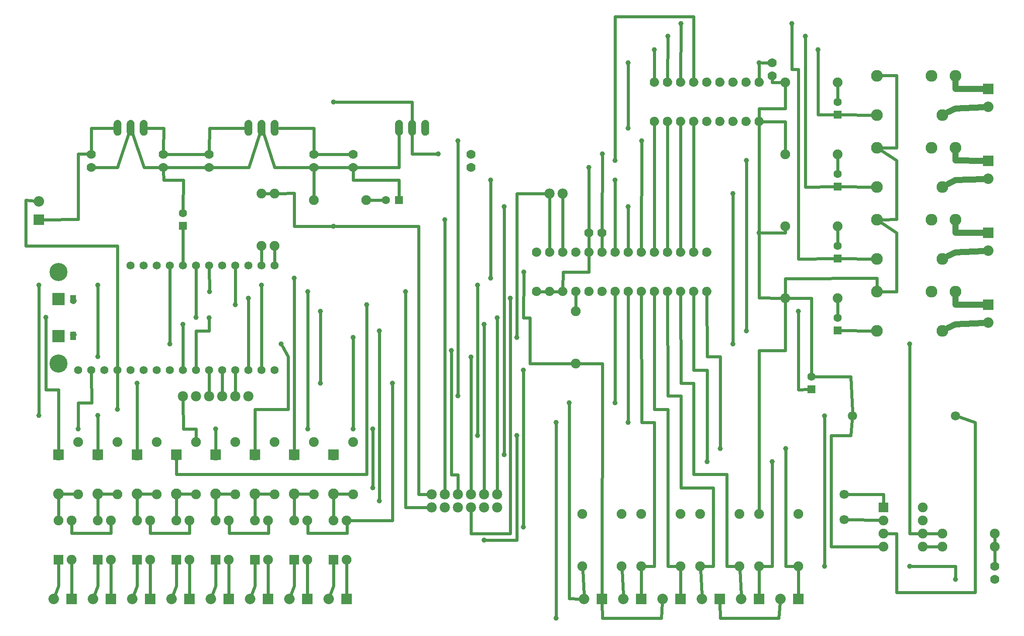
<source format=gbl>
G04 MADE WITH FRITZING*
G04 WWW.FRITZING.ORG*
G04 DOUBLE SIDED*
G04 HOLES PLATED*
G04 CONTOUR ON CENTER OF CONTOUR VECTOR*
%ASAXBY*%
%FSLAX23Y23*%
%MOIN*%
%OFA0B0*%
%SFA1.0B1.0*%
%ADD10C,0.078000*%
%ADD11C,0.039370*%
%ADD12C,0.138425*%
%ADD13C,0.095000*%
%ADD14C,0.051496*%
%ADD15C,0.062000*%
%ADD16C,0.053528*%
%ADD17C,0.060000*%
%ADD18C,0.070000*%
%ADD19C,0.075000*%
%ADD20C,0.062992*%
%ADD21C,0.080000*%
%ADD22C,0.082000*%
%ADD23C,0.090000*%
%ADD24C,0.071181*%
%ADD25C,0.070925*%
%ADD26C,0.070866*%
%ADD27R,0.095000X0.095000*%
%ADD28R,0.062992X0.062992*%
%ADD29R,0.080000X0.080000*%
%ADD30R,0.075000X0.075000*%
%ADD31R,0.082000X0.082000*%
%ADD32C,0.024000*%
%ADD33C,0.048000*%
%ADD34R,0.001000X0.001000*%
%LNCOPPER0*%
G90*
G70*
G54D10*
X3168Y1025D03*
X3268Y1025D03*
X3368Y1025D03*
X3468Y1025D03*
X3568Y1025D03*
X3668Y1025D03*
X3168Y1025D03*
X3268Y1025D03*
X3368Y1025D03*
X3468Y1025D03*
X3568Y1025D03*
X3668Y1025D03*
X3668Y1125D03*
X3568Y1125D03*
X3468Y1125D03*
X3368Y1125D03*
X3268Y1125D03*
X3168Y1125D03*
G54D11*
X2968Y2675D03*
X3268Y3225D03*
X2768Y1075D03*
X2768Y2375D03*
X2568Y1625D03*
X2718Y1625D03*
X2718Y1175D03*
X2568Y2325D03*
X3318Y2225D03*
X3468Y2175D03*
X1268Y2425D03*
X3568Y2425D03*
X1468Y2475D03*
X3668Y2475D03*
X3768Y2625D03*
X1768Y2625D03*
X3568Y775D03*
X3818Y1575D03*
X3518Y1575D03*
X3518Y2725D03*
X1868Y2725D03*
X3868Y875D03*
X3868Y2075D03*
X6818Y575D03*
X7168Y475D03*
G54D12*
X318Y2125D03*
G54D13*
X318Y2617D03*
G54D14*
X429Y2605D03*
G54D15*
X1968Y2075D03*
X1868Y2075D03*
X1768Y2075D03*
X1668Y2075D03*
X1568Y2075D03*
X1468Y2075D03*
X1368Y2075D03*
X1268Y2075D03*
X1168Y2075D03*
G54D12*
X318Y2825D03*
G54D15*
X1068Y2075D03*
X968Y2075D03*
X868Y2075D03*
X768Y2075D03*
X668Y2075D03*
X568Y2075D03*
X468Y2075D03*
X868Y2875D03*
X968Y2875D03*
X1068Y2875D03*
X1168Y2875D03*
X1268Y2875D03*
X1368Y2875D03*
X1468Y2875D03*
X1568Y2875D03*
X1668Y2875D03*
X1768Y2875D03*
X1868Y2875D03*
X1968Y2875D03*
G54D14*
X429Y2345D03*
G54D13*
X318Y2333D03*
G54D16*
X1768Y3925D03*
X1868Y3925D03*
X1968Y3925D03*
G54D17*
X768Y3925D03*
X868Y3925D03*
X968Y3925D03*
G54D18*
X568Y3725D03*
X568Y3625D03*
X1118Y3625D03*
X1118Y3725D03*
X1468Y3625D03*
X1468Y3725D03*
X2268Y3625D03*
X2268Y3725D03*
G54D19*
X2268Y3375D03*
X2668Y3375D03*
G54D20*
X2917Y3375D03*
X2818Y3375D03*
G54D21*
X168Y3225D03*
X168Y3363D03*
G54D16*
X2918Y3925D03*
X3018Y3925D03*
X3118Y3925D03*
G54D18*
X5268Y2975D03*
X4068Y2675D03*
X5168Y2975D03*
X3968Y2675D03*
X5068Y2975D03*
X4968Y2975D03*
X4868Y2975D03*
X4768Y2975D03*
X3968Y2975D03*
X4068Y2975D03*
X4168Y2975D03*
X4268Y2975D03*
X4668Y2975D03*
X4468Y2975D03*
X4568Y2975D03*
X4368Y2975D03*
X4468Y2675D03*
X4368Y2675D03*
X4268Y2675D03*
X4168Y2675D03*
X4668Y2675D03*
X4568Y2675D03*
X5068Y2675D03*
X4968Y2675D03*
X4868Y2675D03*
X4768Y2675D03*
X5268Y2675D03*
X5168Y2675D03*
X4368Y3125D03*
X4468Y3125D03*
G54D19*
X4268Y2125D03*
X4268Y2525D03*
X1868Y3025D03*
X1868Y3425D03*
X1968Y3025D03*
X1968Y3425D03*
G54D18*
X2568Y3625D03*
X2568Y3725D03*
X3468Y3625D03*
X3468Y3725D03*
G54D11*
X2417Y4125D03*
X2417Y3175D03*
G54D20*
X1268Y3177D03*
X1268Y3275D03*
G54D21*
X418Y325D03*
X280Y325D03*
G54D19*
X318Y625D03*
X318Y925D03*
X418Y625D03*
X418Y925D03*
X618Y625D03*
X618Y925D03*
X718Y625D03*
X718Y925D03*
X918Y625D03*
X918Y925D03*
X1018Y625D03*
X1018Y925D03*
X1218Y625D03*
X1218Y925D03*
X1318Y625D03*
X1318Y925D03*
G54D21*
X718Y325D03*
X580Y325D03*
X1018Y325D03*
X880Y325D03*
X1318Y325D03*
X1180Y325D03*
G54D22*
X318Y1425D03*
X318Y1127D03*
G54D19*
X468Y1125D03*
X468Y1525D03*
G54D22*
X618Y1425D03*
X618Y1127D03*
G54D19*
X768Y1125D03*
X768Y1525D03*
G54D22*
X918Y1425D03*
X918Y1127D03*
G54D19*
X1068Y1125D03*
X1068Y1525D03*
G54D22*
X1218Y1425D03*
X1218Y1127D03*
G54D19*
X1368Y1125D03*
X1368Y1525D03*
X1518Y625D03*
X1518Y925D03*
X1618Y625D03*
X1618Y925D03*
X1818Y625D03*
X1818Y925D03*
X1918Y625D03*
X1918Y925D03*
X2118Y625D03*
X2118Y925D03*
X2218Y625D03*
X2218Y925D03*
X2418Y625D03*
X2418Y925D03*
X2518Y625D03*
X2518Y925D03*
G54D21*
X1618Y325D03*
X1480Y325D03*
X1918Y325D03*
X1780Y325D03*
X2218Y325D03*
X2080Y325D03*
X2518Y325D03*
X2380Y325D03*
G54D22*
X1518Y1425D03*
X1518Y1127D03*
X1818Y1425D03*
X1818Y1127D03*
X2418Y1425D03*
X2418Y1127D03*
G54D19*
X1668Y1125D03*
X1668Y1525D03*
X1968Y1125D03*
X1968Y1525D03*
X2268Y1125D03*
X2268Y1525D03*
X2568Y1125D03*
X2568Y1525D03*
G54D10*
X4168Y3425D03*
X4068Y3425D03*
G54D22*
X2118Y1425D03*
X2118Y1127D03*
G54D10*
X1268Y1875D03*
X1368Y1875D03*
X1468Y1875D03*
X1568Y1875D03*
X1668Y1875D03*
X1768Y1875D03*
G54D11*
X3719Y3324D03*
X3869Y2823D03*
X618Y2725D03*
X618Y2176D03*
X1368Y2476D03*
X1470Y2674D03*
X4568Y3526D03*
X3617Y3526D03*
X3617Y2776D03*
X2117Y2776D03*
X3218Y3727D03*
X3368Y1876D03*
X1166Y2275D03*
X2018Y2275D03*
X1517Y1624D03*
X2220Y1624D03*
X2220Y2674D03*
X768Y1774D03*
X2318Y1975D03*
X918Y1975D03*
X2318Y2524D03*
X2669Y2575D03*
X1667Y2575D03*
X3719Y1426D03*
X219Y2476D03*
X618Y1726D03*
X168Y2725D03*
X168Y1726D03*
G54D18*
X4868Y3975D03*
X5068Y4275D03*
X4968Y3975D03*
X5168Y4275D03*
X5068Y3975D03*
X5268Y4275D03*
X5168Y3975D03*
X5368Y4275D03*
X5268Y3975D03*
X5468Y4275D03*
X5368Y3975D03*
X5568Y4275D03*
X5468Y3975D03*
X5668Y3975D03*
X5568Y3975D03*
X5668Y4275D03*
X4868Y4275D03*
X4968Y4275D03*
G54D11*
X4666Y3324D03*
X5668Y3123D03*
G54D23*
X7068Y4025D03*
X6568Y4325D03*
X6568Y4025D03*
X7168Y4325D03*
X6983Y4325D03*
X7068Y3475D03*
X6568Y3775D03*
X6568Y3475D03*
X7168Y3775D03*
X6983Y3775D03*
X7068Y2925D03*
X6568Y3225D03*
X6568Y2925D03*
X7168Y3225D03*
X6983Y3225D03*
X7068Y2375D03*
X6568Y2675D03*
X6568Y2375D03*
X7168Y2675D03*
X6983Y2675D03*
G54D19*
X5868Y4275D03*
X6268Y4275D03*
X5868Y3725D03*
X6268Y3725D03*
X5868Y3175D03*
X6268Y3175D03*
X5868Y2625D03*
X6268Y2625D03*
G54D20*
X6268Y4027D03*
X6268Y4125D03*
X6268Y3477D03*
X6268Y3575D03*
X6268Y2927D03*
X6268Y3025D03*
X6268Y2377D03*
X6268Y2475D03*
G54D21*
X7418Y4225D03*
X7418Y4087D03*
X7418Y3675D03*
X7418Y3537D03*
X7418Y3125D03*
X7418Y2987D03*
X7418Y2575D03*
X7418Y2437D03*
G54D11*
X4666Y4425D03*
X5668Y4425D03*
X4867Y4524D03*
X6118Y4524D03*
X6020Y4626D03*
X4970Y4626D03*
X5917Y4725D03*
X5069Y4725D03*
X4568Y3676D03*
X5570Y3676D03*
X4666Y3924D03*
X4769Y3826D03*
X3368Y3826D03*
G54D21*
X4468Y325D03*
X4330Y325D03*
X4768Y325D03*
X4630Y325D03*
X5068Y325D03*
X4930Y325D03*
X5368Y325D03*
X5230Y325D03*
X5668Y325D03*
X5530Y325D03*
G54D11*
X2867Y1975D03*
G54D21*
X5968Y325D03*
X5830Y325D03*
G54D19*
X4318Y975D03*
X4318Y575D03*
X4618Y975D03*
X4618Y575D03*
X4768Y975D03*
X4768Y575D03*
X5068Y975D03*
X5068Y575D03*
X5218Y975D03*
X5218Y575D03*
X5518Y975D03*
X5518Y575D03*
X5668Y975D03*
X5668Y575D03*
X5968Y975D03*
X5968Y575D03*
G54D11*
X5570Y2374D03*
X4216Y1825D03*
X5767Y1375D03*
X5270Y1375D03*
X5870Y1474D03*
X5369Y1474D03*
G54D19*
X6618Y1025D03*
X6918Y1025D03*
X6618Y925D03*
X6918Y925D03*
X6618Y825D03*
X6918Y825D03*
X6618Y725D03*
X6918Y725D03*
G54D24*
X6381Y1725D03*
X7168Y1725D03*
G54D11*
X4118Y176D03*
X4118Y1675D03*
X466Y1623D03*
X4366Y3624D03*
X4469Y3727D03*
X5468Y3425D03*
X5468Y2275D03*
X6818Y2275D03*
G54D19*
X7068Y825D03*
X7468Y825D03*
X7068Y725D03*
X7468Y725D03*
G54D11*
X6168Y1725D03*
X6168Y575D03*
X3818Y2325D03*
X4666Y1675D03*
X4568Y1825D03*
G54D25*
X6318Y932D03*
G54D26*
X6318Y1125D03*
G54D20*
X6068Y1927D03*
X6068Y2025D03*
G54D11*
X5968Y2525D03*
G54D18*
X5768Y4425D03*
X5768Y4325D03*
X7468Y475D03*
X7468Y575D03*
G54D27*
X318Y2617D03*
X318Y2333D03*
G54D28*
X2917Y3375D03*
G54D29*
X168Y3225D03*
G54D28*
X1268Y3177D03*
G54D29*
X418Y325D03*
G54D30*
X318Y625D03*
X618Y625D03*
X918Y625D03*
X1218Y625D03*
G54D29*
X718Y325D03*
X1018Y325D03*
X1318Y325D03*
G54D31*
X318Y1426D03*
X618Y1426D03*
X918Y1426D03*
X1218Y1426D03*
G54D30*
X1518Y625D03*
X1818Y625D03*
X2118Y625D03*
X2418Y625D03*
G54D29*
X1618Y325D03*
X1918Y325D03*
X2218Y325D03*
X2518Y325D03*
G54D31*
X1518Y1426D03*
X1818Y1426D03*
X2418Y1426D03*
X2118Y1426D03*
G54D28*
X6268Y4027D03*
X6268Y3477D03*
X6268Y2927D03*
X6268Y2377D03*
G54D29*
X7418Y4225D03*
X7418Y3675D03*
X7418Y3125D03*
X7418Y2575D03*
X4468Y325D03*
X4768Y325D03*
X5068Y325D03*
X5368Y325D03*
X5668Y325D03*
X5968Y325D03*
G54D30*
X6618Y1025D03*
G54D28*
X6068Y1927D03*
G54D32*
X2968Y1025D02*
X2968Y2656D01*
D02*
X3138Y1025D02*
X2968Y1025D01*
D02*
X3068Y3175D02*
X3068Y1125D01*
D02*
X3068Y1125D02*
X3138Y1125D01*
D02*
X2436Y3175D02*
X3068Y3175D01*
D02*
X3268Y3206D02*
X3268Y1155D01*
D02*
X2768Y1094D02*
X2768Y2356D01*
D02*
X2718Y1606D02*
X2718Y1194D01*
D02*
X2568Y2306D02*
X2568Y1644D01*
D02*
X3318Y2206D02*
X3318Y1275D01*
D02*
X3318Y1275D02*
X3368Y1275D01*
D02*
X3368Y1275D02*
X3368Y1155D01*
D02*
X3468Y2156D02*
X3468Y1155D01*
D02*
X1268Y2104D02*
X1268Y2406D01*
D02*
X3568Y2406D02*
X3568Y1155D01*
D02*
X1368Y2375D02*
X1368Y2104D01*
D02*
X1468Y2375D02*
X1368Y2375D01*
D02*
X1468Y2456D02*
X1468Y2375D01*
D02*
X3668Y1155D02*
X3668Y2456D01*
D02*
X1768Y2606D02*
X1768Y2104D01*
D02*
X3768Y825D02*
X3768Y2606D01*
D02*
X3468Y825D02*
X3768Y825D01*
D02*
X3468Y995D02*
X3468Y825D01*
D02*
X3818Y775D02*
X3818Y1556D01*
D02*
X3587Y775D02*
X3818Y775D01*
D02*
X3518Y1594D02*
X3518Y2706D01*
D02*
X1868Y2706D02*
X1868Y2104D01*
D02*
X3868Y894D02*
X3868Y2056D01*
D02*
X7168Y494D02*
X7168Y575D01*
D02*
X7168Y575D02*
X6837Y575D01*
D02*
X7468Y601D02*
X7468Y697D01*
D02*
X1939Y3425D02*
X1897Y3425D01*
D02*
X468Y3727D02*
X542Y3726D01*
D02*
X468Y3226D02*
X468Y3727D01*
D02*
X199Y3225D02*
X468Y3226D01*
D02*
X768Y3624D02*
X858Y3896D01*
D02*
X594Y3625D02*
X768Y3624D01*
D02*
X969Y3624D02*
X878Y3896D01*
D02*
X1092Y3625D02*
X969Y3624D01*
D02*
X567Y3924D02*
X737Y3925D01*
D02*
X568Y3751D02*
X567Y3924D01*
D02*
X1119Y3924D02*
X1118Y3751D01*
D02*
X999Y3925D02*
X1119Y3924D01*
D02*
X1144Y3625D02*
X1442Y3625D01*
D02*
X1442Y3725D02*
X1144Y3725D01*
D02*
X1470Y3924D02*
X1734Y3925D01*
D02*
X1468Y3751D02*
X1470Y3924D01*
D02*
X1770Y3624D02*
X1494Y3625D01*
D02*
X1857Y3893D02*
X1770Y3624D01*
D02*
X1967Y3624D02*
X1879Y3893D01*
D02*
X2242Y3625D02*
X1967Y3624D01*
D02*
X2267Y3924D02*
X2002Y3925D01*
D02*
X2268Y3751D02*
X2267Y3924D01*
D02*
X2294Y3725D02*
X2542Y3725D01*
D02*
X2294Y3625D02*
X2542Y3625D01*
D02*
X2268Y3599D02*
X2268Y3404D01*
D02*
X2697Y3375D02*
X2791Y3375D01*
D02*
X3017Y3727D02*
X3199Y3727D01*
D02*
X3018Y3891D02*
X3017Y3727D01*
D02*
X2567Y3526D02*
X2568Y3599D01*
D02*
X2918Y3526D02*
X2567Y3526D01*
D02*
X2917Y3402D02*
X2918Y3526D01*
D02*
X2918Y3624D02*
X2594Y3625D01*
D02*
X2918Y3891D02*
X2918Y3624D01*
D02*
X3017Y4125D02*
X3018Y3960D01*
D02*
X2117Y3427D02*
X2117Y3175D01*
D02*
X2117Y3175D02*
X2398Y3175D01*
D02*
X2436Y4125D02*
X3017Y4125D01*
D02*
X1997Y3425D02*
X2117Y3427D01*
D02*
X1868Y2904D02*
X1868Y2997D01*
D02*
X1968Y2904D02*
X1968Y2997D01*
D02*
X4468Y3151D02*
X4469Y3708D01*
D02*
X4368Y3151D02*
X4366Y3605D01*
D02*
X4368Y3099D02*
X4368Y3001D01*
D02*
X4468Y3099D02*
X4468Y3001D01*
D02*
X4042Y2675D02*
X3994Y2675D01*
D02*
X4142Y2675D02*
X4094Y2675D01*
D02*
X4366Y2823D02*
X4368Y2949D01*
D02*
X4169Y2823D02*
X4366Y2823D01*
D02*
X4168Y2701D02*
X4169Y2823D01*
D02*
X4268Y2649D02*
X4268Y2554D01*
D02*
X68Y3375D02*
X137Y3367D01*
D02*
X68Y3025D02*
X68Y3375D01*
D02*
X768Y3025D02*
X68Y3025D01*
D02*
X768Y2104D02*
X768Y3025D01*
D02*
X1268Y3150D02*
X1268Y2904D01*
D02*
X1119Y3526D02*
X1118Y3599D01*
D02*
X1269Y3526D02*
X1119Y3526D01*
D02*
X1268Y3302D02*
X1269Y3526D01*
D02*
X1468Y2046D02*
X1468Y1905D01*
D02*
X1568Y2046D02*
X1568Y1905D01*
D02*
X1668Y1905D02*
X1668Y2046D01*
D02*
X768Y2046D02*
X768Y1793D01*
D02*
X418Y356D02*
X418Y597D01*
D02*
X318Y424D02*
X291Y354D01*
D02*
X318Y597D02*
X318Y424D01*
D02*
X718Y597D02*
X718Y356D01*
D02*
X618Y424D02*
X618Y597D01*
D02*
X591Y354D02*
X618Y424D01*
D02*
X1018Y597D02*
X1018Y356D01*
D02*
X918Y424D02*
X918Y597D01*
D02*
X891Y354D02*
X918Y424D01*
D02*
X2518Y597D02*
X2518Y356D01*
D02*
X2417Y424D02*
X2391Y354D01*
D02*
X2418Y597D02*
X2417Y424D01*
D02*
X2218Y597D02*
X2218Y356D01*
D02*
X2117Y424D02*
X2118Y597D01*
D02*
X2091Y354D02*
X2117Y424D01*
D02*
X1318Y597D02*
X1318Y356D01*
D02*
X1218Y424D02*
X1218Y597D01*
D02*
X1191Y354D02*
X1218Y424D01*
D02*
X1618Y597D02*
X1618Y356D01*
D02*
X1517Y424D02*
X1518Y597D01*
D02*
X1491Y354D02*
X1517Y424D01*
D02*
X1918Y597D02*
X1918Y356D01*
D02*
X1817Y424D02*
X1818Y597D01*
D02*
X1791Y354D02*
X1817Y424D01*
D02*
X318Y1095D02*
X318Y954D01*
D02*
X618Y1095D02*
X618Y954D01*
D02*
X918Y1095D02*
X918Y954D01*
D02*
X1218Y954D02*
X1218Y1095D01*
D02*
X1518Y1095D02*
X1518Y954D01*
D02*
X1818Y1095D02*
X1818Y954D01*
D02*
X2118Y1095D02*
X2118Y954D01*
D02*
X2418Y1095D02*
X2418Y954D01*
D02*
X2867Y925D02*
X2867Y1956D01*
D02*
X2547Y925D02*
X2867Y925D01*
D02*
X2520Y827D02*
X2519Y897D01*
D02*
X2220Y827D02*
X2520Y827D01*
D02*
X2219Y897D02*
X2220Y827D01*
D02*
X1920Y827D02*
X1919Y897D01*
D02*
X1620Y827D02*
X1920Y827D01*
D02*
X1619Y897D02*
X1620Y827D01*
D02*
X1316Y827D02*
X1318Y897D01*
D02*
X1016Y827D02*
X1316Y827D01*
D02*
X1018Y897D02*
X1016Y827D01*
D02*
X717Y827D02*
X718Y897D01*
D02*
X417Y827D02*
X717Y827D01*
D02*
X418Y897D02*
X417Y827D01*
D02*
X439Y1126D02*
X350Y1127D01*
D02*
X739Y1126D02*
X650Y1127D01*
D02*
X950Y1127D02*
X1039Y1126D01*
D02*
X1250Y1127D02*
X1339Y1126D01*
D02*
X1639Y1126D02*
X1550Y1127D01*
D02*
X1939Y1126D02*
X1850Y1127D01*
D02*
X2239Y1126D02*
X2150Y1127D01*
D02*
X2539Y1126D02*
X2450Y1127D01*
D02*
X3719Y3306D02*
X3719Y1445D01*
D02*
X4068Y3001D02*
X4068Y3395D01*
D02*
X4168Y3001D02*
X4168Y3395D01*
D02*
X3918Y2475D02*
X3918Y2125D01*
D02*
X3868Y2475D02*
X3918Y2475D01*
D02*
X3918Y2125D02*
X4239Y2125D01*
D02*
X3869Y2804D02*
X3868Y2475D01*
D02*
X1368Y2495D02*
X1368Y2846D01*
D02*
X618Y2195D02*
X618Y2706D01*
D02*
X1468Y2846D02*
X1470Y2692D01*
D02*
X2117Y2757D02*
X2118Y1457D01*
D02*
X3617Y3507D02*
X3617Y2795D01*
D02*
X4568Y3001D02*
X4568Y3507D01*
D02*
X4769Y3807D02*
X4768Y3001D01*
D02*
X3368Y1895D02*
X3368Y3807D01*
D02*
X2070Y2176D02*
X2027Y2258D01*
D02*
X1166Y2294D02*
X1168Y2846D01*
D02*
X2070Y1774D02*
X2070Y2176D01*
D02*
X1817Y1774D02*
X2070Y1774D01*
D02*
X1818Y1457D02*
X1817Y1774D01*
D02*
X2220Y1643D02*
X2220Y2655D01*
D02*
X1518Y1457D02*
X1518Y1605D01*
D02*
X1218Y1276D02*
X1218Y1393D01*
D02*
X2669Y2556D02*
X2669Y1276D01*
D02*
X2669Y1276D02*
X1218Y1276D01*
D02*
X1668Y2846D02*
X1667Y2594D01*
D02*
X1368Y1624D02*
X1368Y1554D01*
D02*
X1269Y1624D02*
X1368Y1624D01*
D02*
X1268Y1845D02*
X1269Y1624D01*
D02*
X918Y1956D02*
X918Y1457D01*
D02*
X2318Y2505D02*
X2318Y1994D01*
D02*
X219Y1924D02*
X219Y2457D01*
D02*
X318Y1924D02*
X219Y1924D01*
D02*
X318Y1457D02*
X318Y1924D01*
D02*
X618Y1707D02*
X618Y1457D01*
D02*
X168Y2706D02*
X168Y1745D01*
D02*
X4868Y3949D02*
X4868Y3001D01*
D02*
X4968Y3949D02*
X4968Y3001D01*
D02*
X5068Y3001D02*
X5068Y3949D01*
D02*
X5168Y3001D02*
X5168Y3949D01*
D02*
X4668Y3001D02*
X4666Y3306D01*
D02*
X5668Y3949D02*
X5668Y3142D01*
D02*
X5668Y4406D02*
X5668Y4301D01*
D02*
X4666Y3943D02*
X4666Y4406D01*
D02*
X5868Y3125D02*
X5687Y3124D01*
D02*
X5868Y3147D02*
X5868Y3125D01*
D02*
X5668Y2626D02*
X5668Y3104D01*
D02*
X5839Y2625D02*
X5668Y2626D01*
D02*
X6268Y3697D02*
X6268Y3602D01*
D02*
X6268Y3052D02*
X6268Y3147D01*
D02*
X6268Y2502D02*
X6268Y2597D01*
D02*
X6295Y2377D02*
X6531Y2375D01*
D02*
X6531Y2925D02*
X6295Y2927D01*
D02*
X6295Y3477D02*
X6531Y3475D01*
D02*
X6268Y4247D02*
X6268Y4152D01*
D02*
X6531Y4025D02*
X6295Y4027D01*
D02*
X5868Y3975D02*
X5694Y3975D01*
D02*
X5868Y3754D02*
X5868Y3975D01*
D02*
X5668Y4074D02*
X5668Y4001D01*
D02*
X5868Y4075D02*
X5668Y4074D01*
D02*
X5868Y4247D02*
X5868Y4075D01*
D02*
X6718Y4327D02*
X6605Y4326D01*
D02*
X6718Y3774D02*
X6718Y4327D01*
D02*
X6605Y3775D02*
X6718Y3774D01*
D02*
X6718Y3676D02*
X6599Y3755D01*
D02*
X6718Y3226D02*
X6718Y3676D01*
D02*
X6605Y3225D02*
X6718Y3226D01*
D02*
X6718Y3123D02*
X6598Y3205D01*
D02*
X6718Y2674D02*
X6718Y3123D01*
D02*
X6605Y2675D02*
X6718Y2674D01*
D02*
X6568Y2776D02*
X6568Y2712D01*
D02*
X5868Y2775D02*
X6568Y2776D01*
D02*
X5868Y2654D02*
X5868Y2775D01*
G54D33*
D02*
X7168Y2425D02*
X7376Y2435D01*
D02*
X7111Y2396D02*
X7168Y2425D01*
D02*
X7168Y2575D02*
X7376Y2575D01*
D02*
X7168Y2627D02*
X7168Y2575D01*
D02*
X7168Y2973D02*
X7111Y2946D01*
D02*
X7376Y2985D02*
X7168Y2973D01*
D02*
X7168Y3123D02*
X7376Y3125D01*
D02*
X7168Y3177D02*
X7168Y3123D01*
D02*
X7168Y3526D02*
X7376Y3535D01*
D02*
X7111Y3497D02*
X7168Y3526D01*
D02*
X7168Y3676D02*
X7376Y3675D01*
D02*
X7168Y3727D02*
X7168Y3676D01*
D02*
X7168Y4074D02*
X7111Y4046D01*
D02*
X7376Y4085D02*
X7168Y4074D01*
D02*
X7168Y4224D02*
X7376Y4225D01*
D02*
X7168Y4277D02*
X7168Y4224D01*
G54D32*
D02*
X6118Y4027D02*
X6241Y4027D01*
D02*
X6118Y4505D02*
X6118Y4027D01*
D02*
X4868Y4301D02*
X4868Y4505D01*
D02*
X4970Y4607D02*
X4968Y4301D01*
D02*
X6020Y3474D02*
X6020Y4607D01*
D02*
X6241Y3476D02*
X6020Y3474D01*
D02*
X5968Y2925D02*
X6241Y2927D01*
D02*
X5918Y4375D02*
X5968Y4375D01*
D02*
X5968Y4375D02*
X5968Y2925D01*
D02*
X5917Y4706D02*
X5918Y4375D01*
D02*
X5068Y4301D02*
X5069Y4706D01*
D02*
X5167Y4776D02*
X5168Y4301D01*
D02*
X4568Y3695D02*
X4568Y4776D01*
D02*
X5570Y2393D02*
X5570Y3657D01*
D02*
X4568Y4776D02*
X5167Y4776D01*
D02*
X4469Y2125D02*
X4468Y356D01*
D02*
X4297Y2125D02*
X4469Y2125D01*
D02*
X4469Y176D02*
X4919Y176D01*
D02*
X4919Y176D02*
X4928Y294D01*
D02*
X4468Y294D02*
X4469Y176D01*
D02*
X5369Y176D02*
X5818Y176D01*
D02*
X5818Y176D02*
X5828Y294D01*
D02*
X5368Y294D02*
X5369Y176D01*
D02*
X4319Y547D02*
X4329Y356D01*
D02*
X4619Y547D02*
X4629Y356D01*
D02*
X4768Y547D02*
X4768Y356D01*
D02*
X5068Y547D02*
X5068Y356D01*
D02*
X5219Y547D02*
X5229Y356D01*
D02*
X5519Y547D02*
X5529Y356D01*
D02*
X5668Y547D02*
X5668Y356D01*
D02*
X5968Y547D02*
X5968Y356D01*
D02*
X5668Y2224D02*
X5668Y1004D01*
D02*
X5868Y2225D02*
X5668Y2224D01*
D02*
X5868Y2597D02*
X5868Y2225D01*
D02*
X4216Y326D02*
X4216Y1806D01*
D02*
X4299Y325D02*
X4216Y326D01*
D02*
X4768Y2649D02*
X4769Y1675D01*
D02*
X4769Y1675D02*
X4867Y1675D01*
D02*
X4867Y1675D02*
X4867Y574D01*
D02*
X4867Y574D02*
X4797Y575D01*
D02*
X4868Y2649D02*
X4867Y1774D01*
D02*
X4867Y1774D02*
X4970Y1774D01*
D02*
X4970Y1774D02*
X4970Y574D01*
D02*
X4970Y574D02*
X5039Y575D01*
D02*
X5069Y1174D02*
X5069Y1876D01*
D02*
X5069Y1876D02*
X4970Y1876D01*
D02*
X5317Y1174D02*
X5069Y1174D01*
D02*
X4970Y1876D02*
X4968Y2649D01*
D02*
X5317Y574D02*
X5317Y1174D01*
D02*
X5247Y575D02*
X5317Y574D01*
D02*
X5167Y1975D02*
X5167Y1276D01*
D02*
X5167Y1276D02*
X5420Y1276D01*
D02*
X5069Y1975D02*
X5167Y1975D01*
D02*
X5420Y1276D02*
X5420Y574D01*
D02*
X5068Y2649D02*
X5069Y1975D01*
D02*
X5420Y574D02*
X5489Y575D01*
D02*
X5270Y1394D02*
X5270Y2074D01*
D02*
X5270Y2074D02*
X5167Y2074D01*
D02*
X5167Y2074D02*
X5168Y2649D01*
D02*
X5767Y574D02*
X5767Y1356D01*
D02*
X5697Y575D02*
X5767Y574D01*
D02*
X5870Y574D02*
X5870Y1455D01*
D02*
X5939Y575D02*
X5870Y574D01*
D02*
X5369Y1493D02*
X5369Y2176D01*
D02*
X5369Y2176D02*
X5270Y2176D01*
D02*
X5270Y2176D02*
X5268Y2649D01*
D02*
X6368Y1575D02*
X6378Y1689D01*
D02*
X6218Y1575D02*
X6368Y1575D01*
D02*
X6218Y725D02*
X6218Y1575D01*
D02*
X6589Y725D02*
X6218Y725D01*
D02*
X7318Y1675D02*
X7203Y1714D01*
D02*
X7318Y375D02*
X7318Y1675D01*
D02*
X6718Y375D02*
X7318Y375D01*
D02*
X6718Y825D02*
X6718Y375D01*
D02*
X6647Y825D02*
X6718Y825D01*
D02*
X4118Y195D02*
X4118Y1656D01*
D02*
X466Y1823D02*
X570Y1823D01*
D02*
X570Y1823D02*
X568Y2046D01*
D02*
X466Y1642D02*
X466Y1823D01*
D02*
X5468Y3406D02*
X5468Y2294D01*
D02*
X6818Y2256D02*
X6818Y825D01*
D02*
X6818Y825D02*
X6889Y825D01*
D02*
X7039Y825D02*
X6947Y825D01*
D02*
X7039Y725D02*
X6947Y725D01*
D02*
X7468Y754D02*
X7468Y797D01*
D02*
X6168Y594D02*
X6168Y1706D01*
D02*
X3818Y2344D02*
X3818Y3425D01*
D02*
X3818Y3425D02*
X4038Y3425D01*
D02*
X4568Y1844D02*
X4568Y2649D01*
D02*
X4666Y1694D02*
X4668Y2649D01*
D02*
X6618Y1125D02*
X6345Y1125D01*
D02*
X6618Y1054D02*
X6618Y1125D01*
D02*
X6589Y926D02*
X6345Y931D01*
D02*
X5968Y2506D02*
X5968Y1925D01*
D02*
X5968Y1925D02*
X6041Y1926D01*
D02*
X6095Y2025D02*
X6368Y2025D01*
D02*
X6368Y2025D02*
X6379Y1762D01*
D02*
X6068Y2625D02*
X6068Y2052D01*
D02*
X5897Y2625D02*
X6068Y2625D01*
D02*
X5742Y4425D02*
X5687Y4425D01*
D02*
X5768Y4275D02*
X5839Y4275D01*
D02*
X5768Y4299D02*
X5768Y4275D01*
G54D34*
X4866Y4311D02*
X4868Y4311D01*
X4966Y4311D02*
X4968Y4311D01*
X5066Y4311D02*
X5068Y4311D01*
X5166Y4311D02*
X5168Y4311D01*
X5266Y4311D02*
X5268Y4311D01*
X5366Y4311D02*
X5368Y4311D01*
X5466Y4311D02*
X5468Y4311D01*
X5566Y4311D02*
X5568Y4311D01*
X5666Y4311D02*
X5668Y4311D01*
X4860Y4310D02*
X4874Y4310D01*
X4960Y4310D02*
X4974Y4310D01*
X5060Y4310D02*
X5074Y4310D01*
X5160Y4310D02*
X5174Y4310D01*
X5259Y4310D02*
X5274Y4310D01*
X5359Y4310D02*
X5374Y4310D01*
X5459Y4310D02*
X5474Y4310D01*
X5559Y4310D02*
X5574Y4310D01*
X5659Y4310D02*
X5674Y4310D01*
X4856Y4309D02*
X4878Y4309D01*
X4956Y4309D02*
X4978Y4309D01*
X5056Y4309D02*
X5078Y4309D01*
X5156Y4309D02*
X5178Y4309D01*
X5256Y4309D02*
X5278Y4309D01*
X5356Y4309D02*
X5378Y4309D01*
X5456Y4309D02*
X5478Y4309D01*
X5556Y4309D02*
X5578Y4309D01*
X5656Y4309D02*
X5678Y4309D01*
X4854Y4308D02*
X4880Y4308D01*
X4954Y4308D02*
X4980Y4308D01*
X5054Y4308D02*
X5080Y4308D01*
X5154Y4308D02*
X5180Y4308D01*
X5254Y4308D02*
X5280Y4308D01*
X5354Y4308D02*
X5380Y4308D01*
X5454Y4308D02*
X5480Y4308D01*
X5554Y4308D02*
X5580Y4308D01*
X5654Y4308D02*
X5680Y4308D01*
X4851Y4307D02*
X4882Y4307D01*
X4951Y4307D02*
X4982Y4307D01*
X5051Y4307D02*
X5082Y4307D01*
X5151Y4307D02*
X5182Y4307D01*
X5251Y4307D02*
X5282Y4307D01*
X5351Y4307D02*
X5382Y4307D01*
X5451Y4307D02*
X5482Y4307D01*
X5551Y4307D02*
X5582Y4307D01*
X5651Y4307D02*
X5682Y4307D01*
X4850Y4306D02*
X4884Y4306D01*
X4950Y4306D02*
X4984Y4306D01*
X5050Y4306D02*
X5084Y4306D01*
X5150Y4306D02*
X5184Y4306D01*
X5250Y4306D02*
X5284Y4306D01*
X5350Y4306D02*
X5384Y4306D01*
X5450Y4306D02*
X5484Y4306D01*
X5550Y4306D02*
X5584Y4306D01*
X5650Y4306D02*
X5684Y4306D01*
X4848Y4305D02*
X4886Y4305D01*
X4948Y4305D02*
X4986Y4305D01*
X5048Y4305D02*
X5086Y4305D01*
X5148Y4305D02*
X5186Y4305D01*
X5248Y4305D02*
X5286Y4305D01*
X5348Y4305D02*
X5386Y4305D01*
X5448Y4305D02*
X5486Y4305D01*
X5548Y4305D02*
X5586Y4305D01*
X5648Y4305D02*
X5686Y4305D01*
X4847Y4304D02*
X4887Y4304D01*
X4947Y4304D02*
X4987Y4304D01*
X5047Y4304D02*
X5087Y4304D01*
X5147Y4304D02*
X5187Y4304D01*
X5246Y4304D02*
X5287Y4304D01*
X5346Y4304D02*
X5387Y4304D01*
X5446Y4304D02*
X5487Y4304D01*
X5546Y4304D02*
X5587Y4304D01*
X5646Y4304D02*
X5687Y4304D01*
X4845Y4303D02*
X4889Y4303D01*
X4945Y4303D02*
X4989Y4303D01*
X5045Y4303D02*
X5089Y4303D01*
X5145Y4303D02*
X5189Y4303D01*
X5245Y4303D02*
X5289Y4303D01*
X5345Y4303D02*
X5389Y4303D01*
X5445Y4303D02*
X5489Y4303D01*
X5545Y4303D02*
X5589Y4303D01*
X5645Y4303D02*
X5689Y4303D01*
X4844Y4302D02*
X4890Y4302D01*
X4944Y4302D02*
X4990Y4302D01*
X5044Y4302D02*
X5090Y4302D01*
X5144Y4302D02*
X5190Y4302D01*
X5244Y4302D02*
X5290Y4302D01*
X5344Y4302D02*
X5390Y4302D01*
X5444Y4302D02*
X5490Y4302D01*
X5544Y4302D02*
X5590Y4302D01*
X5644Y4302D02*
X5690Y4302D01*
X4843Y4301D02*
X4891Y4301D01*
X4943Y4301D02*
X4991Y4301D01*
X5043Y4301D02*
X5091Y4301D01*
X5143Y4301D02*
X5191Y4301D01*
X5243Y4301D02*
X5291Y4301D01*
X5343Y4301D02*
X5391Y4301D01*
X5443Y4301D02*
X5491Y4301D01*
X5543Y4301D02*
X5591Y4301D01*
X5643Y4301D02*
X5691Y4301D01*
X4842Y4300D02*
X4892Y4300D01*
X4942Y4300D02*
X4992Y4300D01*
X5042Y4300D02*
X5092Y4300D01*
X5142Y4300D02*
X5192Y4300D01*
X5242Y4300D02*
X5292Y4300D01*
X5342Y4300D02*
X5392Y4300D01*
X5442Y4300D02*
X5492Y4300D01*
X5542Y4300D02*
X5592Y4300D01*
X5642Y4300D02*
X5692Y4300D01*
X4841Y4299D02*
X4893Y4299D01*
X4941Y4299D02*
X4993Y4299D01*
X5041Y4299D02*
X5093Y4299D01*
X5141Y4299D02*
X5193Y4299D01*
X5241Y4299D02*
X5293Y4299D01*
X5341Y4299D02*
X5393Y4299D01*
X5441Y4299D02*
X5493Y4299D01*
X5541Y4299D02*
X5593Y4299D01*
X5641Y4299D02*
X5693Y4299D01*
X4840Y4298D02*
X4894Y4298D01*
X4940Y4298D02*
X4994Y4298D01*
X5040Y4298D02*
X5094Y4298D01*
X5140Y4298D02*
X5194Y4298D01*
X5240Y4298D02*
X5294Y4298D01*
X5340Y4298D02*
X5394Y4298D01*
X5440Y4298D02*
X5494Y4298D01*
X5540Y4298D02*
X5594Y4298D01*
X5640Y4298D02*
X5694Y4298D01*
X4840Y4297D02*
X4894Y4297D01*
X4940Y4297D02*
X4994Y4297D01*
X5040Y4297D02*
X5094Y4297D01*
X5140Y4297D02*
X5194Y4297D01*
X5239Y4297D02*
X5294Y4297D01*
X5339Y4297D02*
X5394Y4297D01*
X5439Y4297D02*
X5494Y4297D01*
X5539Y4297D02*
X5594Y4297D01*
X5639Y4297D02*
X5694Y4297D01*
X4839Y4296D02*
X4895Y4296D01*
X4939Y4296D02*
X4995Y4296D01*
X5039Y4296D02*
X5095Y4296D01*
X5139Y4296D02*
X5195Y4296D01*
X5239Y4296D02*
X5295Y4296D01*
X5339Y4296D02*
X5395Y4296D01*
X5439Y4296D02*
X5495Y4296D01*
X5539Y4296D02*
X5595Y4296D01*
X5639Y4296D02*
X5695Y4296D01*
X4838Y4295D02*
X4896Y4295D01*
X4938Y4295D02*
X4996Y4295D01*
X5038Y4295D02*
X5096Y4295D01*
X5138Y4295D02*
X5196Y4295D01*
X5238Y4295D02*
X5296Y4295D01*
X5338Y4295D02*
X5396Y4295D01*
X5438Y4295D02*
X5496Y4295D01*
X5538Y4295D02*
X5596Y4295D01*
X5638Y4295D02*
X5696Y4295D01*
X4838Y4294D02*
X4896Y4294D01*
X4938Y4294D02*
X4996Y4294D01*
X5038Y4294D02*
X5096Y4294D01*
X5138Y4294D02*
X5196Y4294D01*
X5238Y4294D02*
X5296Y4294D01*
X5338Y4294D02*
X5396Y4294D01*
X5438Y4294D02*
X5496Y4294D01*
X5538Y4294D02*
X5596Y4294D01*
X5638Y4294D02*
X5696Y4294D01*
X4837Y4293D02*
X4897Y4293D01*
X4937Y4293D02*
X4997Y4293D01*
X5037Y4293D02*
X5097Y4293D01*
X5137Y4293D02*
X5197Y4293D01*
X5237Y4293D02*
X5297Y4293D01*
X5337Y4293D02*
X5397Y4293D01*
X5437Y4293D02*
X5497Y4293D01*
X5537Y4293D02*
X5597Y4293D01*
X5637Y4293D02*
X5697Y4293D01*
X4837Y4292D02*
X4897Y4292D01*
X4936Y4292D02*
X4997Y4292D01*
X5036Y4292D02*
X5097Y4292D01*
X5136Y4292D02*
X5197Y4292D01*
X5236Y4292D02*
X5297Y4292D01*
X5336Y4292D02*
X5397Y4292D01*
X5436Y4292D02*
X5497Y4292D01*
X5536Y4292D02*
X5597Y4292D01*
X5636Y4292D02*
X5697Y4292D01*
X4836Y4291D02*
X4865Y4291D01*
X4869Y4291D02*
X4898Y4291D01*
X4936Y4291D02*
X4965Y4291D01*
X4969Y4291D02*
X4998Y4291D01*
X5036Y4291D02*
X5065Y4291D01*
X5068Y4291D02*
X5098Y4291D01*
X5136Y4291D02*
X5165Y4291D01*
X5168Y4291D02*
X5198Y4291D01*
X5236Y4291D02*
X5265Y4291D01*
X5268Y4291D02*
X5298Y4291D01*
X5336Y4291D02*
X5365Y4291D01*
X5368Y4291D02*
X5398Y4291D01*
X5436Y4291D02*
X5465Y4291D01*
X5468Y4291D02*
X5498Y4291D01*
X5536Y4291D02*
X5565Y4291D01*
X5568Y4291D02*
X5598Y4291D01*
X5636Y4291D02*
X5665Y4291D01*
X5668Y4291D02*
X5698Y4291D01*
X4836Y4290D02*
X4860Y4290D01*
X4873Y4290D02*
X4898Y4290D01*
X4936Y4290D02*
X4960Y4290D01*
X4973Y4290D02*
X4998Y4290D01*
X5036Y4290D02*
X5060Y4290D01*
X5073Y4290D02*
X5098Y4290D01*
X5136Y4290D02*
X5160Y4290D01*
X5173Y4290D02*
X5198Y4290D01*
X5236Y4290D02*
X5260Y4290D01*
X5273Y4290D02*
X5298Y4290D01*
X5336Y4290D02*
X5360Y4290D01*
X5373Y4290D02*
X5398Y4290D01*
X5435Y4290D02*
X5460Y4290D01*
X5473Y4290D02*
X5498Y4290D01*
X5535Y4290D02*
X5560Y4290D01*
X5573Y4290D02*
X5598Y4290D01*
X5635Y4290D02*
X5660Y4290D01*
X5673Y4290D02*
X5698Y4290D01*
X4835Y4289D02*
X4859Y4289D01*
X4875Y4289D02*
X4899Y4289D01*
X4935Y4289D02*
X4959Y4289D01*
X4975Y4289D02*
X4999Y4289D01*
X5035Y4289D02*
X5059Y4289D01*
X5075Y4289D02*
X5099Y4289D01*
X5135Y4289D02*
X5159Y4289D01*
X5175Y4289D02*
X5199Y4289D01*
X5235Y4289D02*
X5259Y4289D01*
X5275Y4289D02*
X5299Y4289D01*
X5335Y4289D02*
X5359Y4289D01*
X5375Y4289D02*
X5399Y4289D01*
X5435Y4289D02*
X5459Y4289D01*
X5475Y4289D02*
X5499Y4289D01*
X5535Y4289D02*
X5559Y4289D01*
X5575Y4289D02*
X5599Y4289D01*
X5635Y4289D02*
X5659Y4289D01*
X5675Y4289D02*
X5699Y4289D01*
X4835Y4288D02*
X4857Y4288D01*
X4877Y4288D02*
X4899Y4288D01*
X4935Y4288D02*
X4957Y4288D01*
X4977Y4288D02*
X4999Y4288D01*
X5035Y4288D02*
X5057Y4288D01*
X5077Y4288D02*
X5099Y4288D01*
X5135Y4288D02*
X5157Y4288D01*
X5177Y4288D02*
X5199Y4288D01*
X5235Y4288D02*
X5257Y4288D01*
X5276Y4288D02*
X5299Y4288D01*
X5335Y4288D02*
X5357Y4288D01*
X5376Y4288D02*
X5399Y4288D01*
X5435Y4288D02*
X5457Y4288D01*
X5476Y4288D02*
X5499Y4288D01*
X5535Y4288D02*
X5557Y4288D01*
X5576Y4288D02*
X5599Y4288D01*
X5635Y4288D02*
X5657Y4288D01*
X5676Y4288D02*
X5699Y4288D01*
X4834Y4287D02*
X4856Y4287D01*
X4878Y4287D02*
X4900Y4287D01*
X4934Y4287D02*
X4956Y4287D01*
X4978Y4287D02*
X4999Y4287D01*
X5034Y4287D02*
X5056Y4287D01*
X5078Y4287D02*
X5099Y4287D01*
X5134Y4287D02*
X5156Y4287D01*
X5178Y4287D02*
X5199Y4287D01*
X5234Y4287D02*
X5256Y4287D01*
X5278Y4287D02*
X5299Y4287D01*
X5334Y4287D02*
X5356Y4287D01*
X5378Y4287D02*
X5399Y4287D01*
X5434Y4287D02*
X5456Y4287D01*
X5478Y4287D02*
X5499Y4287D01*
X5534Y4287D02*
X5556Y4287D01*
X5578Y4287D02*
X5599Y4287D01*
X5634Y4287D02*
X5656Y4287D01*
X5678Y4287D02*
X5699Y4287D01*
X4834Y4286D02*
X4855Y4286D01*
X4879Y4286D02*
X4900Y4286D01*
X4934Y4286D02*
X4955Y4286D01*
X4979Y4286D02*
X5000Y4286D01*
X5034Y4286D02*
X5055Y4286D01*
X5079Y4286D02*
X5100Y4286D01*
X5134Y4286D02*
X5155Y4286D01*
X5179Y4286D02*
X5200Y4286D01*
X5234Y4286D02*
X5255Y4286D01*
X5279Y4286D02*
X5300Y4286D01*
X5334Y4286D02*
X5355Y4286D01*
X5379Y4286D02*
X5400Y4286D01*
X5434Y4286D02*
X5455Y4286D01*
X5479Y4286D02*
X5500Y4286D01*
X5534Y4286D02*
X5555Y4286D01*
X5579Y4286D02*
X5600Y4286D01*
X5634Y4286D02*
X5655Y4286D01*
X5679Y4286D02*
X5700Y4286D01*
X4834Y4285D02*
X4854Y4285D01*
X4880Y4285D02*
X4900Y4285D01*
X4934Y4285D02*
X4954Y4285D01*
X4980Y4285D02*
X5000Y4285D01*
X5034Y4285D02*
X5054Y4285D01*
X5079Y4285D02*
X5100Y4285D01*
X5134Y4285D02*
X5154Y4285D01*
X5179Y4285D02*
X5200Y4285D01*
X5234Y4285D02*
X5254Y4285D01*
X5279Y4285D02*
X5300Y4285D01*
X5334Y4285D02*
X5354Y4285D01*
X5379Y4285D02*
X5400Y4285D01*
X5434Y4285D02*
X5454Y4285D01*
X5479Y4285D02*
X5500Y4285D01*
X5534Y4285D02*
X5554Y4285D01*
X5579Y4285D02*
X5600Y4285D01*
X5634Y4285D02*
X5654Y4285D01*
X5679Y4285D02*
X5700Y4285D01*
X4834Y4284D02*
X4854Y4284D01*
X4880Y4284D02*
X4900Y4284D01*
X4934Y4284D02*
X4954Y4284D01*
X4980Y4284D02*
X5000Y4284D01*
X5034Y4284D02*
X5054Y4284D01*
X5080Y4284D02*
X5100Y4284D01*
X5133Y4284D02*
X5154Y4284D01*
X5180Y4284D02*
X5200Y4284D01*
X5233Y4284D02*
X5254Y4284D01*
X5280Y4284D02*
X5300Y4284D01*
X5333Y4284D02*
X5354Y4284D01*
X5380Y4284D02*
X5400Y4284D01*
X5433Y4284D02*
X5454Y4284D01*
X5480Y4284D02*
X5500Y4284D01*
X5533Y4284D02*
X5554Y4284D01*
X5580Y4284D02*
X5600Y4284D01*
X5633Y4284D02*
X5654Y4284D01*
X5680Y4284D02*
X5700Y4284D01*
X4833Y4283D02*
X4853Y4283D01*
X4881Y4283D02*
X4901Y4283D01*
X4933Y4283D02*
X4953Y4283D01*
X4981Y4283D02*
X5001Y4283D01*
X5033Y4283D02*
X5053Y4283D01*
X5081Y4283D02*
X5101Y4283D01*
X5133Y4283D02*
X5153Y4283D01*
X5181Y4283D02*
X5201Y4283D01*
X5233Y4283D02*
X5253Y4283D01*
X5281Y4283D02*
X5301Y4283D01*
X5333Y4283D02*
X5353Y4283D01*
X5381Y4283D02*
X5401Y4283D01*
X5433Y4283D02*
X5453Y4283D01*
X5481Y4283D02*
X5501Y4283D01*
X5533Y4283D02*
X5553Y4283D01*
X5581Y4283D02*
X5601Y4283D01*
X5633Y4283D02*
X5653Y4283D01*
X5681Y4283D02*
X5701Y4283D01*
X4833Y4282D02*
X4853Y4282D01*
X4881Y4282D02*
X4901Y4282D01*
X4933Y4282D02*
X4952Y4282D01*
X4981Y4282D02*
X5001Y4282D01*
X5033Y4282D02*
X5052Y4282D01*
X5081Y4282D02*
X5101Y4282D01*
X5133Y4282D02*
X5152Y4282D01*
X5181Y4282D02*
X5201Y4282D01*
X5233Y4282D02*
X5252Y4282D01*
X5281Y4282D02*
X5301Y4282D01*
X5333Y4282D02*
X5352Y4282D01*
X5381Y4282D02*
X5401Y4282D01*
X5433Y4282D02*
X5452Y4282D01*
X5481Y4282D02*
X5501Y4282D01*
X5533Y4282D02*
X5552Y4282D01*
X5581Y4282D02*
X5601Y4282D01*
X5633Y4282D02*
X5652Y4282D01*
X5681Y4282D02*
X5701Y4282D01*
X4833Y4281D02*
X4852Y4281D01*
X4882Y4281D02*
X4901Y4281D01*
X4933Y4281D02*
X4952Y4281D01*
X4982Y4281D02*
X5001Y4281D01*
X5033Y4281D02*
X5052Y4281D01*
X5082Y4281D02*
X5101Y4281D01*
X5133Y4281D02*
X5152Y4281D01*
X5182Y4281D02*
X5201Y4281D01*
X5233Y4281D02*
X5252Y4281D01*
X5282Y4281D02*
X5301Y4281D01*
X5333Y4281D02*
X5352Y4281D01*
X5382Y4281D02*
X5401Y4281D01*
X5433Y4281D02*
X5452Y4281D01*
X5482Y4281D02*
X5501Y4281D01*
X5533Y4281D02*
X5552Y4281D01*
X5582Y4281D02*
X5601Y4281D01*
X5633Y4281D02*
X5652Y4281D01*
X5682Y4281D02*
X5701Y4281D01*
X4833Y4280D02*
X4852Y4280D01*
X4882Y4280D02*
X4901Y4280D01*
X4933Y4280D02*
X4952Y4280D01*
X4982Y4280D02*
X5001Y4280D01*
X5033Y4280D02*
X5052Y4280D01*
X5082Y4280D02*
X5101Y4280D01*
X5133Y4280D02*
X5152Y4280D01*
X5182Y4280D02*
X5201Y4280D01*
X5233Y4280D02*
X5252Y4280D01*
X5282Y4280D02*
X5301Y4280D01*
X5333Y4280D02*
X5352Y4280D01*
X5382Y4280D02*
X5401Y4280D01*
X5433Y4280D02*
X5452Y4280D01*
X5482Y4280D02*
X5501Y4280D01*
X5533Y4280D02*
X5552Y4280D01*
X5582Y4280D02*
X5601Y4280D01*
X5633Y4280D02*
X5652Y4280D01*
X5682Y4280D02*
X5701Y4280D01*
X4833Y4279D02*
X4852Y4279D01*
X4882Y4279D02*
X4901Y4279D01*
X4933Y4279D02*
X4952Y4279D01*
X4982Y4279D02*
X5001Y4279D01*
X5033Y4279D02*
X5052Y4279D01*
X5082Y4279D02*
X5101Y4279D01*
X5133Y4279D02*
X5152Y4279D01*
X5182Y4279D02*
X5201Y4279D01*
X5233Y4279D02*
X5252Y4279D01*
X5282Y4279D02*
X5301Y4279D01*
X5333Y4279D02*
X5352Y4279D01*
X5382Y4279D02*
X5401Y4279D01*
X5433Y4279D02*
X5452Y4279D01*
X5482Y4279D02*
X5501Y4279D01*
X5533Y4279D02*
X5552Y4279D01*
X5582Y4279D02*
X5601Y4279D01*
X5633Y4279D02*
X5652Y4279D01*
X5682Y4279D02*
X5701Y4279D01*
X4833Y4278D02*
X4852Y4278D01*
X4882Y4278D02*
X4901Y4278D01*
X4933Y4278D02*
X4952Y4278D01*
X4982Y4278D02*
X5001Y4278D01*
X5033Y4278D02*
X5052Y4278D01*
X5082Y4278D02*
X5101Y4278D01*
X5133Y4278D02*
X5152Y4278D01*
X5182Y4278D02*
X5201Y4278D01*
X5233Y4278D02*
X5252Y4278D01*
X5282Y4278D02*
X5301Y4278D01*
X5333Y4278D02*
X5352Y4278D01*
X5382Y4278D02*
X5401Y4278D01*
X5432Y4278D02*
X5452Y4278D01*
X5482Y4278D02*
X5501Y4278D01*
X5532Y4278D02*
X5552Y4278D01*
X5582Y4278D02*
X5601Y4278D01*
X5632Y4278D02*
X5652Y4278D01*
X5682Y4278D02*
X5701Y4278D01*
X4833Y4277D02*
X4852Y4277D01*
X4882Y4277D02*
X4901Y4277D01*
X4933Y4277D02*
X4952Y4277D01*
X4982Y4277D02*
X5001Y4277D01*
X5032Y4277D02*
X5052Y4277D01*
X5082Y4277D02*
X5101Y4277D01*
X5132Y4277D02*
X5151Y4277D01*
X5182Y4277D02*
X5201Y4277D01*
X5232Y4277D02*
X5251Y4277D01*
X5282Y4277D02*
X5301Y4277D01*
X5332Y4277D02*
X5351Y4277D01*
X5382Y4277D02*
X5401Y4277D01*
X5432Y4277D02*
X5451Y4277D01*
X5482Y4277D02*
X5501Y4277D01*
X5532Y4277D02*
X5551Y4277D01*
X5582Y4277D02*
X5601Y4277D01*
X5632Y4277D02*
X5651Y4277D01*
X5682Y4277D02*
X5701Y4277D01*
X4832Y4276D02*
X4851Y4276D01*
X4882Y4276D02*
X4901Y4276D01*
X4932Y4276D02*
X4951Y4276D01*
X4982Y4276D02*
X5001Y4276D01*
X5032Y4276D02*
X5051Y4276D01*
X5082Y4276D02*
X5101Y4276D01*
X5132Y4276D02*
X5151Y4276D01*
X5182Y4276D02*
X5201Y4276D01*
X5232Y4276D02*
X5251Y4276D01*
X5282Y4276D02*
X5301Y4276D01*
X5332Y4276D02*
X5351Y4276D01*
X5382Y4276D02*
X5401Y4276D01*
X5432Y4276D02*
X5451Y4276D01*
X5482Y4276D02*
X5501Y4276D01*
X5532Y4276D02*
X5551Y4276D01*
X5582Y4276D02*
X5601Y4276D01*
X5632Y4276D02*
X5651Y4276D01*
X5682Y4276D02*
X5701Y4276D01*
X4833Y4275D02*
X4852Y4275D01*
X4882Y4275D02*
X4901Y4275D01*
X4933Y4275D02*
X4952Y4275D01*
X4982Y4275D02*
X5001Y4275D01*
X5032Y4275D02*
X5052Y4275D01*
X5082Y4275D02*
X5101Y4275D01*
X5132Y4275D02*
X5152Y4275D01*
X5182Y4275D02*
X5201Y4275D01*
X5232Y4275D02*
X5251Y4275D01*
X5282Y4275D02*
X5301Y4275D01*
X5332Y4275D02*
X5351Y4275D01*
X5382Y4275D02*
X5401Y4275D01*
X5432Y4275D02*
X5451Y4275D01*
X5482Y4275D02*
X5501Y4275D01*
X5532Y4275D02*
X5551Y4275D01*
X5582Y4275D02*
X5601Y4275D01*
X5632Y4275D02*
X5651Y4275D01*
X5682Y4275D02*
X5701Y4275D01*
X4833Y4274D02*
X4852Y4274D01*
X4882Y4274D02*
X4901Y4274D01*
X4933Y4274D02*
X4952Y4274D01*
X4982Y4274D02*
X5001Y4274D01*
X5033Y4274D02*
X5052Y4274D01*
X5082Y4274D02*
X5101Y4274D01*
X5133Y4274D02*
X5152Y4274D01*
X5182Y4274D02*
X5201Y4274D01*
X5233Y4274D02*
X5252Y4274D01*
X5282Y4274D02*
X5301Y4274D01*
X5333Y4274D02*
X5352Y4274D01*
X5382Y4274D02*
X5401Y4274D01*
X5433Y4274D02*
X5452Y4274D01*
X5482Y4274D02*
X5501Y4274D01*
X5532Y4274D02*
X5552Y4274D01*
X5582Y4274D02*
X5601Y4274D01*
X5632Y4274D02*
X5652Y4274D01*
X5682Y4274D02*
X5701Y4274D01*
X4833Y4273D02*
X4852Y4273D01*
X4882Y4273D02*
X4901Y4273D01*
X4933Y4273D02*
X4952Y4273D01*
X4982Y4273D02*
X5001Y4273D01*
X5033Y4273D02*
X5052Y4273D01*
X5082Y4273D02*
X5101Y4273D01*
X5133Y4273D02*
X5152Y4273D01*
X5182Y4273D02*
X5201Y4273D01*
X5233Y4273D02*
X5252Y4273D01*
X5282Y4273D02*
X5301Y4273D01*
X5333Y4273D02*
X5352Y4273D01*
X5382Y4273D02*
X5401Y4273D01*
X5433Y4273D02*
X5452Y4273D01*
X5482Y4273D02*
X5501Y4273D01*
X5533Y4273D02*
X5552Y4273D01*
X5582Y4273D02*
X5601Y4273D01*
X5633Y4273D02*
X5652Y4273D01*
X5682Y4273D02*
X5701Y4273D01*
X4833Y4272D02*
X4852Y4272D01*
X4882Y4272D02*
X4901Y4272D01*
X4933Y4272D02*
X4952Y4272D01*
X4982Y4272D02*
X5001Y4272D01*
X5033Y4272D02*
X5052Y4272D01*
X5082Y4272D02*
X5101Y4272D01*
X5133Y4272D02*
X5152Y4272D01*
X5182Y4272D02*
X5201Y4272D01*
X5233Y4272D02*
X5252Y4272D01*
X5282Y4272D02*
X5301Y4272D01*
X5333Y4272D02*
X5352Y4272D01*
X5382Y4272D02*
X5401Y4272D01*
X5433Y4272D02*
X5452Y4272D01*
X5482Y4272D02*
X5501Y4272D01*
X5533Y4272D02*
X5552Y4272D01*
X5582Y4272D02*
X5601Y4272D01*
X5633Y4272D02*
X5652Y4272D01*
X5682Y4272D02*
X5701Y4272D01*
X4833Y4271D02*
X4852Y4271D01*
X4882Y4271D02*
X4901Y4271D01*
X4933Y4271D02*
X4952Y4271D01*
X4982Y4271D02*
X5001Y4271D01*
X5033Y4271D02*
X5052Y4271D01*
X5082Y4271D02*
X5101Y4271D01*
X5133Y4271D02*
X5152Y4271D01*
X5182Y4271D02*
X5201Y4271D01*
X5233Y4271D02*
X5252Y4271D01*
X5282Y4271D02*
X5301Y4271D01*
X5333Y4271D02*
X5352Y4271D01*
X5382Y4271D02*
X5401Y4271D01*
X5433Y4271D02*
X5452Y4271D01*
X5482Y4271D02*
X5501Y4271D01*
X5533Y4271D02*
X5552Y4271D01*
X5582Y4271D02*
X5601Y4271D01*
X5633Y4271D02*
X5652Y4271D01*
X5682Y4271D02*
X5701Y4271D01*
X4833Y4270D02*
X4853Y4270D01*
X4881Y4270D02*
X4901Y4270D01*
X4933Y4270D02*
X4953Y4270D01*
X4981Y4270D02*
X5001Y4270D01*
X5033Y4270D02*
X5053Y4270D01*
X5081Y4270D02*
X5101Y4270D01*
X5133Y4270D02*
X5153Y4270D01*
X5181Y4270D02*
X5201Y4270D01*
X5233Y4270D02*
X5253Y4270D01*
X5281Y4270D02*
X5301Y4270D01*
X5333Y4270D02*
X5353Y4270D01*
X5381Y4270D02*
X5401Y4270D01*
X5433Y4270D02*
X5452Y4270D01*
X5481Y4270D02*
X5501Y4270D01*
X5533Y4270D02*
X5552Y4270D01*
X5581Y4270D02*
X5601Y4270D01*
X5633Y4270D02*
X5652Y4270D01*
X5681Y4270D02*
X5701Y4270D01*
X4833Y4269D02*
X4853Y4269D01*
X4881Y4269D02*
X4901Y4269D01*
X4933Y4269D02*
X4953Y4269D01*
X4981Y4269D02*
X5001Y4269D01*
X5033Y4269D02*
X5053Y4269D01*
X5081Y4269D02*
X5101Y4269D01*
X5133Y4269D02*
X5153Y4269D01*
X5181Y4269D02*
X5201Y4269D01*
X5233Y4269D02*
X5253Y4269D01*
X5281Y4269D02*
X5301Y4269D01*
X5333Y4269D02*
X5353Y4269D01*
X5381Y4269D02*
X5401Y4269D01*
X5433Y4269D02*
X5453Y4269D01*
X5481Y4269D02*
X5501Y4269D01*
X5533Y4269D02*
X5553Y4269D01*
X5581Y4269D02*
X5601Y4269D01*
X5633Y4269D02*
X5653Y4269D01*
X5681Y4269D02*
X5701Y4269D01*
X4834Y4268D02*
X4854Y4268D01*
X4880Y4268D02*
X4900Y4268D01*
X4934Y4268D02*
X4954Y4268D01*
X4980Y4268D02*
X5000Y4268D01*
X5034Y4268D02*
X5054Y4268D01*
X5080Y4268D02*
X5100Y4268D01*
X5134Y4268D02*
X5154Y4268D01*
X5180Y4268D02*
X5200Y4268D01*
X5234Y4268D02*
X5254Y4268D01*
X5280Y4268D02*
X5300Y4268D01*
X5334Y4268D02*
X5354Y4268D01*
X5380Y4268D02*
X5400Y4268D01*
X5433Y4268D02*
X5454Y4268D01*
X5480Y4268D02*
X5500Y4268D01*
X5533Y4268D02*
X5554Y4268D01*
X5580Y4268D02*
X5600Y4268D01*
X5633Y4268D02*
X5654Y4268D01*
X5680Y4268D02*
X5700Y4268D01*
X4834Y4267D02*
X4855Y4267D01*
X4879Y4267D02*
X4900Y4267D01*
X4934Y4267D02*
X4955Y4267D01*
X4979Y4267D02*
X5000Y4267D01*
X5034Y4267D02*
X5054Y4267D01*
X5079Y4267D02*
X5100Y4267D01*
X5134Y4267D02*
X5154Y4267D01*
X5179Y4267D02*
X5200Y4267D01*
X5234Y4267D02*
X5254Y4267D01*
X5279Y4267D02*
X5300Y4267D01*
X5334Y4267D02*
X5354Y4267D01*
X5379Y4267D02*
X5400Y4267D01*
X5434Y4267D02*
X5454Y4267D01*
X5479Y4267D02*
X5500Y4267D01*
X5534Y4267D02*
X5554Y4267D01*
X5579Y4267D02*
X5600Y4267D01*
X5634Y4267D02*
X5654Y4267D01*
X5679Y4267D02*
X5700Y4267D01*
X4834Y4266D02*
X4855Y4266D01*
X4879Y4266D02*
X4900Y4266D01*
X4934Y4266D02*
X4955Y4266D01*
X4979Y4266D02*
X5000Y4266D01*
X5034Y4266D02*
X5055Y4266D01*
X5079Y4266D02*
X5100Y4266D01*
X5134Y4266D02*
X5155Y4266D01*
X5178Y4266D02*
X5200Y4266D01*
X5234Y4266D02*
X5255Y4266D01*
X5278Y4266D02*
X5300Y4266D01*
X5334Y4266D02*
X5355Y4266D01*
X5378Y4266D02*
X5400Y4266D01*
X5434Y4266D02*
X5455Y4266D01*
X5478Y4266D02*
X5500Y4266D01*
X5534Y4266D02*
X5555Y4266D01*
X5578Y4266D02*
X5600Y4266D01*
X5634Y4266D02*
X5655Y4266D01*
X5678Y4266D02*
X5700Y4266D01*
X4834Y4265D02*
X4856Y4265D01*
X4878Y4265D02*
X4899Y4265D01*
X4934Y4265D02*
X4956Y4265D01*
X4978Y4265D02*
X4999Y4265D01*
X5034Y4265D02*
X5056Y4265D01*
X5078Y4265D02*
X5099Y4265D01*
X5134Y4265D02*
X5156Y4265D01*
X5177Y4265D02*
X5199Y4265D01*
X5234Y4265D02*
X5256Y4265D01*
X5277Y4265D02*
X5299Y4265D01*
X5334Y4265D02*
X5356Y4265D01*
X5377Y4265D02*
X5399Y4265D01*
X5434Y4265D02*
X5456Y4265D01*
X5477Y4265D02*
X5499Y4265D01*
X5534Y4265D02*
X5556Y4265D01*
X5577Y4265D02*
X5599Y4265D01*
X5634Y4265D02*
X5656Y4265D01*
X5677Y4265D02*
X5699Y4265D01*
X4835Y4264D02*
X4858Y4264D01*
X4876Y4264D02*
X4899Y4264D01*
X4935Y4264D02*
X4958Y4264D01*
X4976Y4264D02*
X4999Y4264D01*
X5035Y4264D02*
X5058Y4264D01*
X5076Y4264D02*
X5099Y4264D01*
X5135Y4264D02*
X5157Y4264D01*
X5176Y4264D02*
X5199Y4264D01*
X5235Y4264D02*
X5257Y4264D01*
X5276Y4264D02*
X5299Y4264D01*
X5335Y4264D02*
X5357Y4264D01*
X5376Y4264D02*
X5399Y4264D01*
X5435Y4264D02*
X5457Y4264D01*
X5476Y4264D02*
X5499Y4264D01*
X5535Y4264D02*
X5557Y4264D01*
X5576Y4264D02*
X5599Y4264D01*
X5635Y4264D02*
X5657Y4264D01*
X5676Y4264D02*
X5699Y4264D01*
X4835Y4263D02*
X4859Y4263D01*
X4875Y4263D02*
X4899Y4263D01*
X4935Y4263D02*
X4959Y4263D01*
X4975Y4263D02*
X4999Y4263D01*
X5035Y4263D02*
X5059Y4263D01*
X5075Y4263D02*
X5099Y4263D01*
X5135Y4263D02*
X5159Y4263D01*
X5175Y4263D02*
X5199Y4263D01*
X5235Y4263D02*
X5259Y4263D01*
X5275Y4263D02*
X5299Y4263D01*
X5335Y4263D02*
X5359Y4263D01*
X5375Y4263D02*
X5399Y4263D01*
X5435Y4263D02*
X5459Y4263D01*
X5475Y4263D02*
X5499Y4263D01*
X5535Y4263D02*
X5559Y4263D01*
X5575Y4263D02*
X5599Y4263D01*
X5635Y4263D02*
X5659Y4263D01*
X5675Y4263D02*
X5699Y4263D01*
X4836Y4262D02*
X4861Y4262D01*
X4873Y4262D02*
X4898Y4262D01*
X4936Y4262D02*
X4961Y4262D01*
X4973Y4262D02*
X4998Y4262D01*
X5036Y4262D02*
X5061Y4262D01*
X5073Y4262D02*
X5098Y4262D01*
X5136Y4262D02*
X5161Y4262D01*
X5173Y4262D02*
X5198Y4262D01*
X5236Y4262D02*
X5261Y4262D01*
X5273Y4262D02*
X5298Y4262D01*
X5336Y4262D02*
X5361Y4262D01*
X5373Y4262D02*
X5398Y4262D01*
X5436Y4262D02*
X5461Y4262D01*
X5473Y4262D02*
X5498Y4262D01*
X5536Y4262D02*
X5561Y4262D01*
X5573Y4262D02*
X5598Y4262D01*
X5636Y4262D02*
X5661Y4262D01*
X5673Y4262D02*
X5698Y4262D01*
X4836Y4261D02*
X4898Y4261D01*
X4936Y4261D02*
X4998Y4261D01*
X5036Y4261D02*
X5098Y4261D01*
X5136Y4261D02*
X5198Y4261D01*
X5236Y4261D02*
X5298Y4261D01*
X5336Y4261D02*
X5398Y4261D01*
X5436Y4261D02*
X5498Y4261D01*
X5536Y4261D02*
X5598Y4261D01*
X5636Y4261D02*
X5698Y4261D01*
X4837Y4260D02*
X4897Y4260D01*
X4937Y4260D02*
X4997Y4260D01*
X5037Y4260D02*
X5097Y4260D01*
X5137Y4260D02*
X5197Y4260D01*
X5237Y4260D02*
X5297Y4260D01*
X5337Y4260D02*
X5397Y4260D01*
X5437Y4260D02*
X5497Y4260D01*
X5537Y4260D02*
X5597Y4260D01*
X5636Y4260D02*
X5697Y4260D01*
X4837Y4259D02*
X4897Y4259D01*
X4937Y4259D02*
X4997Y4259D01*
X5037Y4259D02*
X5097Y4259D01*
X5137Y4259D02*
X5197Y4259D01*
X5237Y4259D02*
X5297Y4259D01*
X5337Y4259D02*
X5397Y4259D01*
X5437Y4259D02*
X5497Y4259D01*
X5537Y4259D02*
X5597Y4259D01*
X5637Y4259D02*
X5697Y4259D01*
X4838Y4258D02*
X4896Y4258D01*
X4938Y4258D02*
X4996Y4258D01*
X5038Y4258D02*
X5096Y4258D01*
X5138Y4258D02*
X5196Y4258D01*
X5238Y4258D02*
X5296Y4258D01*
X5338Y4258D02*
X5396Y4258D01*
X5438Y4258D02*
X5496Y4258D01*
X5538Y4258D02*
X5596Y4258D01*
X5638Y4258D02*
X5696Y4258D01*
X4838Y4257D02*
X4896Y4257D01*
X4938Y4257D02*
X4996Y4257D01*
X5038Y4257D02*
X5096Y4257D01*
X5138Y4257D02*
X5196Y4257D01*
X5238Y4257D02*
X5296Y4257D01*
X5338Y4257D02*
X5396Y4257D01*
X5438Y4257D02*
X5496Y4257D01*
X5538Y4257D02*
X5596Y4257D01*
X5638Y4257D02*
X5696Y4257D01*
X4839Y4256D02*
X4895Y4256D01*
X4939Y4256D02*
X4995Y4256D01*
X5039Y4256D02*
X5095Y4256D01*
X5139Y4256D02*
X5195Y4256D01*
X5239Y4256D02*
X5295Y4256D01*
X5339Y4256D02*
X5395Y4256D01*
X5439Y4256D02*
X5495Y4256D01*
X5539Y4256D02*
X5595Y4256D01*
X5639Y4256D02*
X5695Y4256D01*
X4840Y4255D02*
X4894Y4255D01*
X4940Y4255D02*
X4994Y4255D01*
X5040Y4255D02*
X5094Y4255D01*
X5140Y4255D02*
X5194Y4255D01*
X5240Y4255D02*
X5294Y4255D01*
X5340Y4255D02*
X5394Y4255D01*
X5440Y4255D02*
X5494Y4255D01*
X5540Y4255D02*
X5594Y4255D01*
X5640Y4255D02*
X5694Y4255D01*
X4840Y4254D02*
X4894Y4254D01*
X4940Y4254D02*
X4994Y4254D01*
X5040Y4254D02*
X5094Y4254D01*
X5140Y4254D02*
X5193Y4254D01*
X5240Y4254D02*
X5293Y4254D01*
X5340Y4254D02*
X5393Y4254D01*
X5440Y4254D02*
X5493Y4254D01*
X5540Y4254D02*
X5593Y4254D01*
X5640Y4254D02*
X5693Y4254D01*
X4841Y4253D02*
X4893Y4253D01*
X4941Y4253D02*
X4993Y4253D01*
X5041Y4253D02*
X5093Y4253D01*
X5141Y4253D02*
X5193Y4253D01*
X5241Y4253D02*
X5293Y4253D01*
X5341Y4253D02*
X5393Y4253D01*
X5441Y4253D02*
X5493Y4253D01*
X5541Y4253D02*
X5593Y4253D01*
X5641Y4253D02*
X5693Y4253D01*
X4842Y4252D02*
X4892Y4252D01*
X4942Y4252D02*
X4992Y4252D01*
X5042Y4252D02*
X5092Y4252D01*
X5142Y4252D02*
X5192Y4252D01*
X5242Y4252D02*
X5292Y4252D01*
X5342Y4252D02*
X5392Y4252D01*
X5442Y4252D02*
X5492Y4252D01*
X5542Y4252D02*
X5592Y4252D01*
X5642Y4252D02*
X5692Y4252D01*
X4843Y4251D02*
X4891Y4251D01*
X4943Y4251D02*
X4991Y4251D01*
X5043Y4251D02*
X5091Y4251D01*
X5143Y4251D02*
X5191Y4251D01*
X5243Y4251D02*
X5291Y4251D01*
X5343Y4251D02*
X5391Y4251D01*
X5443Y4251D02*
X5491Y4251D01*
X5543Y4251D02*
X5591Y4251D01*
X5643Y4251D02*
X5691Y4251D01*
X4844Y4250D02*
X4890Y4250D01*
X4944Y4250D02*
X4990Y4250D01*
X5044Y4250D02*
X5090Y4250D01*
X5144Y4250D02*
X5190Y4250D01*
X5244Y4250D02*
X5290Y4250D01*
X5344Y4250D02*
X5390Y4250D01*
X5444Y4250D02*
X5490Y4250D01*
X5544Y4250D02*
X5590Y4250D01*
X5644Y4250D02*
X5690Y4250D01*
X4845Y4249D02*
X4889Y4249D01*
X4945Y4249D02*
X4989Y4249D01*
X5045Y4249D02*
X5089Y4249D01*
X5145Y4249D02*
X5188Y4249D01*
X5245Y4249D02*
X5288Y4249D01*
X5345Y4249D02*
X5388Y4249D01*
X5445Y4249D02*
X5488Y4249D01*
X5545Y4249D02*
X5588Y4249D01*
X5645Y4249D02*
X5688Y4249D01*
X4847Y4248D02*
X4887Y4248D01*
X4947Y4248D02*
X4987Y4248D01*
X5047Y4248D02*
X5087Y4248D01*
X5147Y4248D02*
X5187Y4248D01*
X5247Y4248D02*
X5287Y4248D01*
X5347Y4248D02*
X5387Y4248D01*
X5447Y4248D02*
X5487Y4248D01*
X5547Y4248D02*
X5587Y4248D01*
X5647Y4248D02*
X5687Y4248D01*
X4848Y4247D02*
X4886Y4247D01*
X4948Y4247D02*
X4986Y4247D01*
X5048Y4247D02*
X5086Y4247D01*
X5148Y4247D02*
X5186Y4247D01*
X5248Y4247D02*
X5286Y4247D01*
X5348Y4247D02*
X5386Y4247D01*
X5448Y4247D02*
X5486Y4247D01*
X5548Y4247D02*
X5586Y4247D01*
X5648Y4247D02*
X5686Y4247D01*
X4850Y4246D02*
X4884Y4246D01*
X4950Y4246D02*
X4984Y4246D01*
X5050Y4246D02*
X5084Y4246D01*
X5150Y4246D02*
X5184Y4246D01*
X5250Y4246D02*
X5284Y4246D01*
X5350Y4246D02*
X5384Y4246D01*
X5450Y4246D02*
X5484Y4246D01*
X5550Y4246D02*
X5584Y4246D01*
X5650Y4246D02*
X5684Y4246D01*
X4852Y4245D02*
X4882Y4245D01*
X4952Y4245D02*
X4982Y4245D01*
X5052Y4245D02*
X5082Y4245D01*
X5152Y4245D02*
X5182Y4245D01*
X5252Y4245D02*
X5282Y4245D01*
X5352Y4245D02*
X5382Y4245D01*
X5452Y4245D02*
X5482Y4245D01*
X5552Y4245D02*
X5582Y4245D01*
X5652Y4245D02*
X5682Y4245D01*
X4854Y4244D02*
X4880Y4244D01*
X4954Y4244D02*
X4980Y4244D01*
X5054Y4244D02*
X5080Y4244D01*
X5154Y4244D02*
X5180Y4244D01*
X5254Y4244D02*
X5280Y4244D01*
X5354Y4244D02*
X5380Y4244D01*
X5454Y4244D02*
X5480Y4244D01*
X5554Y4244D02*
X5580Y4244D01*
X5654Y4244D02*
X5680Y4244D01*
X4857Y4243D02*
X4877Y4243D01*
X4957Y4243D02*
X4977Y4243D01*
X5057Y4243D02*
X5077Y4243D01*
X5157Y4243D02*
X5177Y4243D01*
X5257Y4243D02*
X5277Y4243D01*
X5357Y4243D02*
X5377Y4243D01*
X5457Y4243D02*
X5477Y4243D01*
X5557Y4243D02*
X5577Y4243D01*
X5657Y4243D02*
X5677Y4243D01*
X4860Y4242D02*
X4874Y4242D01*
X4960Y4242D02*
X4974Y4242D01*
X5060Y4242D02*
X5074Y4242D01*
X5160Y4242D02*
X5174Y4242D01*
X5260Y4242D02*
X5274Y4242D01*
X5360Y4242D02*
X5374Y4242D01*
X5460Y4242D02*
X5474Y4242D01*
X5560Y4242D02*
X5574Y4242D01*
X5660Y4242D02*
X5674Y4242D01*
X4866Y4011D02*
X4868Y4011D01*
X4966Y4011D02*
X4968Y4011D01*
X5066Y4011D02*
X5068Y4011D01*
X5165Y4011D02*
X5168Y4011D01*
X5265Y4011D02*
X5268Y4011D01*
X5365Y4011D02*
X5368Y4011D01*
X5465Y4011D02*
X5468Y4011D01*
X5565Y4011D02*
X5568Y4011D01*
X5665Y4011D02*
X5668Y4011D01*
X4859Y4010D02*
X4875Y4010D01*
X4959Y4010D02*
X4975Y4010D01*
X5059Y4010D02*
X5075Y4010D01*
X5159Y4010D02*
X5175Y4010D01*
X5259Y4010D02*
X5274Y4010D01*
X5359Y4010D02*
X5374Y4010D01*
X5459Y4010D02*
X5474Y4010D01*
X5559Y4010D02*
X5574Y4010D01*
X5659Y4010D02*
X5674Y4010D01*
X4856Y4009D02*
X4878Y4009D01*
X4956Y4009D02*
X4978Y4009D01*
X5056Y4009D02*
X5078Y4009D01*
X5156Y4009D02*
X5178Y4009D01*
X5256Y4009D02*
X5278Y4009D01*
X5356Y4009D02*
X5378Y4009D01*
X5456Y4009D02*
X5478Y4009D01*
X5556Y4009D02*
X5578Y4009D01*
X5656Y4009D02*
X5678Y4009D01*
X4854Y4008D02*
X4880Y4008D01*
X4954Y4008D02*
X4980Y4008D01*
X5053Y4008D02*
X5080Y4008D01*
X5153Y4008D02*
X5180Y4008D01*
X5253Y4008D02*
X5280Y4008D01*
X5353Y4008D02*
X5380Y4008D01*
X5453Y4008D02*
X5480Y4008D01*
X5553Y4008D02*
X5580Y4008D01*
X5653Y4008D02*
X5680Y4008D01*
X4851Y4007D02*
X4883Y4007D01*
X4951Y4007D02*
X4983Y4007D01*
X5051Y4007D02*
X5082Y4007D01*
X5151Y4007D02*
X5182Y4007D01*
X5251Y4007D02*
X5282Y4007D01*
X5351Y4007D02*
X5382Y4007D01*
X5451Y4007D02*
X5482Y4007D01*
X5551Y4007D02*
X5582Y4007D01*
X5651Y4007D02*
X5682Y4007D01*
X4850Y4006D02*
X4884Y4006D01*
X4950Y4006D02*
X4984Y4006D01*
X5050Y4006D02*
X5084Y4006D01*
X5150Y4006D02*
X5184Y4006D01*
X5250Y4006D02*
X5284Y4006D01*
X5350Y4006D02*
X5384Y4006D01*
X5449Y4006D02*
X5484Y4006D01*
X5549Y4006D02*
X5584Y4006D01*
X5649Y4006D02*
X5684Y4006D01*
X4848Y4005D02*
X4886Y4005D01*
X4948Y4005D02*
X4986Y4005D01*
X5048Y4005D02*
X5086Y4005D01*
X5148Y4005D02*
X5186Y4005D01*
X5248Y4005D02*
X5286Y4005D01*
X5348Y4005D02*
X5386Y4005D01*
X5448Y4005D02*
X5486Y4005D01*
X5548Y4005D02*
X5586Y4005D01*
X5648Y4005D02*
X5686Y4005D01*
X4846Y4004D02*
X4887Y4004D01*
X4946Y4004D02*
X4987Y4004D01*
X5046Y4004D02*
X5087Y4004D01*
X5146Y4004D02*
X5187Y4004D01*
X5246Y4004D02*
X5287Y4004D01*
X5346Y4004D02*
X5387Y4004D01*
X5446Y4004D02*
X5487Y4004D01*
X5546Y4004D02*
X5587Y4004D01*
X5646Y4004D02*
X5687Y4004D01*
X4845Y4003D02*
X4889Y4003D01*
X4945Y4003D02*
X4989Y4003D01*
X5045Y4003D02*
X5089Y4003D01*
X5145Y4003D02*
X5189Y4003D01*
X5245Y4003D02*
X5289Y4003D01*
X5345Y4003D02*
X5389Y4003D01*
X5445Y4003D02*
X5489Y4003D01*
X5545Y4003D02*
X5589Y4003D01*
X5645Y4003D02*
X5689Y4003D01*
X4844Y4002D02*
X4890Y4002D01*
X4944Y4002D02*
X4990Y4002D01*
X5044Y4002D02*
X5090Y4002D01*
X5144Y4002D02*
X5190Y4002D01*
X5244Y4002D02*
X5290Y4002D01*
X5344Y4002D02*
X5390Y4002D01*
X5444Y4002D02*
X5490Y4002D01*
X5544Y4002D02*
X5590Y4002D01*
X5644Y4002D02*
X5690Y4002D01*
X4843Y4001D02*
X4891Y4001D01*
X4943Y4001D02*
X4991Y4001D01*
X5043Y4001D02*
X5091Y4001D01*
X5143Y4001D02*
X5191Y4001D01*
X5243Y4001D02*
X5291Y4001D01*
X5343Y4001D02*
X5391Y4001D01*
X5443Y4001D02*
X5491Y4001D01*
X5543Y4001D02*
X5591Y4001D01*
X5643Y4001D02*
X5691Y4001D01*
X4842Y4000D02*
X4892Y4000D01*
X4942Y4000D02*
X4992Y4000D01*
X5042Y4000D02*
X5092Y4000D01*
X5142Y4000D02*
X5192Y4000D01*
X5242Y4000D02*
X5292Y4000D01*
X5342Y4000D02*
X5392Y4000D01*
X5442Y4000D02*
X5492Y4000D01*
X5542Y4000D02*
X5592Y4000D01*
X5642Y4000D02*
X5692Y4000D01*
X4841Y3999D02*
X4893Y3999D01*
X4941Y3999D02*
X4993Y3999D01*
X5041Y3999D02*
X5093Y3999D01*
X5141Y3999D02*
X5193Y3999D01*
X5241Y3999D02*
X5293Y3999D01*
X5341Y3999D02*
X5393Y3999D01*
X5441Y3999D02*
X5493Y3999D01*
X5541Y3999D02*
X5593Y3999D01*
X5641Y3999D02*
X5693Y3999D01*
X4840Y3998D02*
X4894Y3998D01*
X4940Y3998D02*
X4994Y3998D01*
X5040Y3998D02*
X5094Y3998D01*
X5140Y3998D02*
X5194Y3998D01*
X5240Y3998D02*
X5294Y3998D01*
X5340Y3998D02*
X5394Y3998D01*
X5440Y3998D02*
X5494Y3998D01*
X5540Y3998D02*
X5594Y3998D01*
X5640Y3998D02*
X5694Y3998D01*
X4840Y3997D02*
X4894Y3997D01*
X4939Y3997D02*
X4994Y3997D01*
X5039Y3997D02*
X5094Y3997D01*
X5139Y3997D02*
X5194Y3997D01*
X5239Y3997D02*
X5294Y3997D01*
X5339Y3997D02*
X5394Y3997D01*
X5439Y3997D02*
X5494Y3997D01*
X5539Y3997D02*
X5594Y3997D01*
X5639Y3997D02*
X5694Y3997D01*
X4839Y3996D02*
X4895Y3996D01*
X4939Y3996D02*
X4995Y3996D01*
X5039Y3996D02*
X5095Y3996D01*
X5139Y3996D02*
X5195Y3996D01*
X5239Y3996D02*
X5295Y3996D01*
X5339Y3996D02*
X5395Y3996D01*
X5439Y3996D02*
X5495Y3996D01*
X5539Y3996D02*
X5595Y3996D01*
X5639Y3996D02*
X5695Y3996D01*
X4838Y3995D02*
X4896Y3995D01*
X4938Y3995D02*
X4996Y3995D01*
X5038Y3995D02*
X5096Y3995D01*
X5138Y3995D02*
X5196Y3995D01*
X5238Y3995D02*
X5296Y3995D01*
X5338Y3995D02*
X5396Y3995D01*
X5438Y3995D02*
X5496Y3995D01*
X5538Y3995D02*
X5596Y3995D01*
X5638Y3995D02*
X5696Y3995D01*
X4838Y3994D02*
X4896Y3994D01*
X4938Y3994D02*
X4996Y3994D01*
X5038Y3994D02*
X5096Y3994D01*
X5138Y3994D02*
X5196Y3994D01*
X5238Y3994D02*
X5296Y3994D01*
X5338Y3994D02*
X5396Y3994D01*
X5437Y3994D02*
X5496Y3994D01*
X5537Y3994D02*
X5596Y3994D01*
X5637Y3994D02*
X5696Y3994D01*
X4837Y3993D02*
X4897Y3993D01*
X4937Y3993D02*
X4997Y3993D01*
X5037Y3993D02*
X5097Y3993D01*
X5137Y3993D02*
X5197Y3993D01*
X5237Y3993D02*
X5297Y3993D01*
X5337Y3993D02*
X5397Y3993D01*
X5437Y3993D02*
X5497Y3993D01*
X5537Y3993D02*
X5597Y3993D01*
X5637Y3993D02*
X5697Y3993D01*
X4836Y3992D02*
X4897Y3992D01*
X4936Y3992D02*
X4997Y3992D01*
X5036Y3992D02*
X5097Y3992D01*
X5136Y3992D02*
X5197Y3992D01*
X5236Y3992D02*
X5297Y3992D01*
X5336Y3992D02*
X5397Y3992D01*
X5436Y3992D02*
X5497Y3992D01*
X5536Y3992D02*
X5597Y3992D01*
X5636Y3992D02*
X5697Y3992D01*
X4836Y3991D02*
X4865Y3991D01*
X4869Y3991D02*
X4898Y3991D01*
X4936Y3991D02*
X4965Y3991D01*
X4969Y3991D02*
X4998Y3991D01*
X5036Y3991D02*
X5065Y3991D01*
X5069Y3991D02*
X5098Y3991D01*
X5136Y3991D02*
X5165Y3991D01*
X5169Y3991D02*
X5198Y3991D01*
X5236Y3991D02*
X5265Y3991D01*
X5269Y3991D02*
X5298Y3991D01*
X5336Y3991D02*
X5365Y3991D01*
X5369Y3991D02*
X5398Y3991D01*
X5436Y3991D02*
X5465Y3991D01*
X5469Y3991D02*
X5498Y3991D01*
X5536Y3991D02*
X5565Y3991D01*
X5569Y3991D02*
X5598Y3991D01*
X5636Y3991D02*
X5665Y3991D01*
X5669Y3991D02*
X5698Y3991D01*
X4836Y3990D02*
X4860Y3990D01*
X4874Y3990D02*
X4898Y3990D01*
X4936Y3990D02*
X4960Y3990D01*
X4974Y3990D02*
X4998Y3990D01*
X5036Y3990D02*
X5060Y3990D01*
X5074Y3990D02*
X5098Y3990D01*
X5136Y3990D02*
X5160Y3990D01*
X5173Y3990D02*
X5198Y3990D01*
X5236Y3990D02*
X5260Y3990D01*
X5273Y3990D02*
X5298Y3990D01*
X5335Y3990D02*
X5360Y3990D01*
X5373Y3990D02*
X5398Y3990D01*
X5435Y3990D02*
X5460Y3990D01*
X5473Y3990D02*
X5498Y3990D01*
X5535Y3990D02*
X5560Y3990D01*
X5573Y3990D02*
X5598Y3990D01*
X5635Y3990D02*
X5660Y3990D01*
X5673Y3990D02*
X5698Y3990D01*
X4835Y3989D02*
X4859Y3989D01*
X4875Y3989D02*
X4899Y3989D01*
X4935Y3989D02*
X4959Y3989D01*
X4975Y3989D02*
X4999Y3989D01*
X5035Y3989D02*
X5059Y3989D01*
X5075Y3989D02*
X5099Y3989D01*
X5135Y3989D02*
X5159Y3989D01*
X5175Y3989D02*
X5199Y3989D01*
X5235Y3989D02*
X5259Y3989D01*
X5275Y3989D02*
X5299Y3989D01*
X5335Y3989D02*
X5359Y3989D01*
X5375Y3989D02*
X5399Y3989D01*
X5435Y3989D02*
X5459Y3989D01*
X5475Y3989D02*
X5499Y3989D01*
X5535Y3989D02*
X5559Y3989D01*
X5575Y3989D02*
X5599Y3989D01*
X5635Y3989D02*
X5659Y3989D01*
X5675Y3989D02*
X5699Y3989D01*
X4835Y3988D02*
X4857Y3988D01*
X4877Y3988D02*
X4899Y3988D01*
X4935Y3988D02*
X4957Y3988D01*
X4977Y3988D02*
X4999Y3988D01*
X5035Y3988D02*
X5057Y3988D01*
X5077Y3988D02*
X5099Y3988D01*
X5135Y3988D02*
X5157Y3988D01*
X5177Y3988D02*
X5199Y3988D01*
X5235Y3988D02*
X5257Y3988D01*
X5277Y3988D02*
X5299Y3988D01*
X5335Y3988D02*
X5357Y3988D01*
X5377Y3988D02*
X5399Y3988D01*
X5435Y3988D02*
X5457Y3988D01*
X5477Y3988D02*
X5499Y3988D01*
X5535Y3988D02*
X5557Y3988D01*
X5576Y3988D02*
X5599Y3988D01*
X5635Y3988D02*
X5657Y3988D01*
X5676Y3988D02*
X5699Y3988D01*
X4834Y3987D02*
X4856Y3987D01*
X4878Y3987D02*
X4900Y3987D01*
X4934Y3987D02*
X4956Y3987D01*
X4978Y3987D02*
X5000Y3987D01*
X5034Y3987D02*
X5056Y3987D01*
X5078Y3987D02*
X5099Y3987D01*
X5134Y3987D02*
X5156Y3987D01*
X5178Y3987D02*
X5199Y3987D01*
X5234Y3987D02*
X5256Y3987D01*
X5278Y3987D02*
X5299Y3987D01*
X5334Y3987D02*
X5356Y3987D01*
X5378Y3987D02*
X5399Y3987D01*
X5434Y3987D02*
X5456Y3987D01*
X5478Y3987D02*
X5499Y3987D01*
X5534Y3987D02*
X5556Y3987D01*
X5578Y3987D02*
X5599Y3987D01*
X5634Y3987D02*
X5656Y3987D01*
X5678Y3987D02*
X5699Y3987D01*
X766Y3986D02*
X769Y3986D01*
X865Y3986D02*
X869Y3986D01*
X965Y3986D02*
X969Y3986D01*
X1766Y3986D02*
X1769Y3986D01*
X1866Y3986D02*
X1869Y3986D01*
X1966Y3986D02*
X1969Y3986D01*
X2916Y3986D02*
X2919Y3986D01*
X3016Y3986D02*
X3019Y3986D01*
X3116Y3986D02*
X3119Y3986D01*
X4834Y3986D02*
X4855Y3986D01*
X4879Y3986D02*
X4900Y3986D01*
X4934Y3986D02*
X4955Y3986D01*
X4979Y3986D02*
X5000Y3986D01*
X5034Y3986D02*
X5055Y3986D01*
X5079Y3986D02*
X5100Y3986D01*
X5134Y3986D02*
X5155Y3986D01*
X5179Y3986D02*
X5200Y3986D01*
X5234Y3986D02*
X5255Y3986D01*
X5279Y3986D02*
X5300Y3986D01*
X5334Y3986D02*
X5355Y3986D01*
X5379Y3986D02*
X5400Y3986D01*
X5434Y3986D02*
X5455Y3986D01*
X5479Y3986D02*
X5500Y3986D01*
X5534Y3986D02*
X5555Y3986D01*
X5579Y3986D02*
X5600Y3986D01*
X5634Y3986D02*
X5655Y3986D01*
X5679Y3986D02*
X5700Y3986D01*
X760Y3985D02*
X775Y3985D01*
X860Y3985D02*
X875Y3985D01*
X960Y3985D02*
X975Y3985D01*
X1760Y3985D02*
X1775Y3985D01*
X1860Y3985D02*
X1875Y3985D01*
X1960Y3985D02*
X1975Y3985D01*
X2910Y3985D02*
X2925Y3985D01*
X3010Y3985D02*
X3025Y3985D01*
X3110Y3985D02*
X3125Y3985D01*
X4834Y3985D02*
X4854Y3985D01*
X4880Y3985D02*
X4900Y3985D01*
X4934Y3985D02*
X4954Y3985D01*
X4980Y3985D02*
X5000Y3985D01*
X5034Y3985D02*
X5054Y3985D01*
X5080Y3985D02*
X5100Y3985D01*
X5134Y3985D02*
X5154Y3985D01*
X5180Y3985D02*
X5200Y3985D01*
X5234Y3985D02*
X5254Y3985D01*
X5280Y3985D02*
X5300Y3985D01*
X5334Y3985D02*
X5354Y3985D01*
X5379Y3985D02*
X5400Y3985D01*
X5434Y3985D02*
X5454Y3985D01*
X5479Y3985D02*
X5500Y3985D01*
X5534Y3985D02*
X5554Y3985D01*
X5579Y3985D02*
X5600Y3985D01*
X5634Y3985D02*
X5654Y3985D01*
X5679Y3985D02*
X5700Y3985D01*
X757Y3984D02*
X778Y3984D01*
X857Y3984D02*
X878Y3984D01*
X957Y3984D02*
X978Y3984D01*
X1757Y3984D02*
X1778Y3984D01*
X1857Y3984D02*
X1878Y3984D01*
X1957Y3984D02*
X1978Y3984D01*
X2907Y3984D02*
X2928Y3984D01*
X3007Y3984D02*
X3028Y3984D01*
X3107Y3984D02*
X3128Y3984D01*
X4834Y3984D02*
X4854Y3984D01*
X4880Y3984D02*
X4900Y3984D01*
X4934Y3984D02*
X4954Y3984D01*
X4980Y3984D02*
X5000Y3984D01*
X5033Y3984D02*
X5054Y3984D01*
X5080Y3984D02*
X5100Y3984D01*
X5133Y3984D02*
X5154Y3984D01*
X5180Y3984D02*
X5200Y3984D01*
X5233Y3984D02*
X5254Y3984D01*
X5280Y3984D02*
X5300Y3984D01*
X5333Y3984D02*
X5354Y3984D01*
X5380Y3984D02*
X5400Y3984D01*
X5433Y3984D02*
X5454Y3984D01*
X5480Y3984D02*
X5500Y3984D01*
X5533Y3984D02*
X5554Y3984D01*
X5580Y3984D02*
X5600Y3984D01*
X5633Y3984D02*
X5653Y3984D01*
X5680Y3984D02*
X5700Y3984D01*
X755Y3983D02*
X780Y3983D01*
X855Y3983D02*
X880Y3983D01*
X955Y3983D02*
X980Y3983D01*
X1755Y3983D02*
X1780Y3983D01*
X1855Y3983D02*
X1880Y3983D01*
X1955Y3983D02*
X1980Y3983D01*
X2904Y3983D02*
X2930Y3983D01*
X3004Y3983D02*
X3030Y3983D01*
X3104Y3983D02*
X3130Y3983D01*
X4833Y3983D02*
X4853Y3983D01*
X4881Y3983D02*
X4901Y3983D01*
X4933Y3983D02*
X4953Y3983D01*
X4981Y3983D02*
X5001Y3983D01*
X5033Y3983D02*
X5053Y3983D01*
X5081Y3983D02*
X5101Y3983D01*
X5133Y3983D02*
X5153Y3983D01*
X5181Y3983D02*
X5201Y3983D01*
X5233Y3983D02*
X5253Y3983D01*
X5281Y3983D02*
X5301Y3983D01*
X5333Y3983D02*
X5353Y3983D01*
X5381Y3983D02*
X5401Y3983D01*
X5433Y3983D02*
X5453Y3983D01*
X5481Y3983D02*
X5501Y3983D01*
X5533Y3983D02*
X5553Y3983D01*
X5581Y3983D02*
X5601Y3983D01*
X5633Y3983D02*
X5653Y3983D01*
X5681Y3983D02*
X5701Y3983D01*
X753Y3982D02*
X782Y3982D01*
X853Y3982D02*
X882Y3982D01*
X953Y3982D02*
X982Y3982D01*
X1753Y3982D02*
X1782Y3982D01*
X1853Y3982D02*
X1882Y3982D01*
X1953Y3982D02*
X1982Y3982D01*
X2903Y3982D02*
X2932Y3982D01*
X3003Y3982D02*
X3032Y3982D01*
X3103Y3982D02*
X3132Y3982D01*
X4833Y3982D02*
X4852Y3982D01*
X4881Y3982D02*
X4901Y3982D01*
X4933Y3982D02*
X4952Y3982D01*
X4981Y3982D02*
X5001Y3982D01*
X5033Y3982D02*
X5052Y3982D01*
X5081Y3982D02*
X5101Y3982D01*
X5133Y3982D02*
X5152Y3982D01*
X5181Y3982D02*
X5201Y3982D01*
X5233Y3982D02*
X5252Y3982D01*
X5281Y3982D02*
X5301Y3982D01*
X5333Y3982D02*
X5352Y3982D01*
X5381Y3982D02*
X5401Y3982D01*
X5433Y3982D02*
X5452Y3982D01*
X5481Y3982D02*
X5501Y3982D01*
X5533Y3982D02*
X5552Y3982D01*
X5581Y3982D02*
X5601Y3982D01*
X5633Y3982D02*
X5652Y3982D01*
X5681Y3982D02*
X5701Y3982D01*
X751Y3981D02*
X784Y3981D01*
X851Y3981D02*
X884Y3981D01*
X951Y3981D02*
X984Y3981D01*
X1751Y3981D02*
X1784Y3981D01*
X1851Y3981D02*
X1884Y3981D01*
X1951Y3981D02*
X1984Y3981D01*
X2901Y3981D02*
X2933Y3981D01*
X3001Y3981D02*
X3033Y3981D01*
X3101Y3981D02*
X3133Y3981D01*
X4833Y3981D02*
X4852Y3981D01*
X4882Y3981D02*
X4901Y3981D01*
X4933Y3981D02*
X4952Y3981D01*
X4982Y3981D02*
X5001Y3981D01*
X5033Y3981D02*
X5052Y3981D01*
X5082Y3981D02*
X5101Y3981D01*
X5133Y3981D02*
X5152Y3981D01*
X5182Y3981D02*
X5201Y3981D01*
X5233Y3981D02*
X5252Y3981D01*
X5282Y3981D02*
X5301Y3981D01*
X5333Y3981D02*
X5352Y3981D01*
X5382Y3981D02*
X5401Y3981D01*
X5433Y3981D02*
X5452Y3981D01*
X5482Y3981D02*
X5501Y3981D01*
X5533Y3981D02*
X5552Y3981D01*
X5582Y3981D02*
X5601Y3981D01*
X5633Y3981D02*
X5652Y3981D01*
X5682Y3981D02*
X5701Y3981D01*
X750Y3980D02*
X785Y3980D01*
X850Y3980D02*
X885Y3980D01*
X950Y3980D02*
X985Y3980D01*
X1750Y3980D02*
X1785Y3980D01*
X1850Y3980D02*
X1885Y3980D01*
X1950Y3980D02*
X1985Y3980D01*
X2900Y3980D02*
X2935Y3980D01*
X3000Y3980D02*
X3035Y3980D01*
X3100Y3980D02*
X3135Y3980D01*
X4833Y3980D02*
X4852Y3980D01*
X4882Y3980D02*
X4901Y3980D01*
X4933Y3980D02*
X4952Y3980D01*
X4982Y3980D02*
X5001Y3980D01*
X5033Y3980D02*
X5052Y3980D01*
X5082Y3980D02*
X5101Y3980D01*
X5133Y3980D02*
X5152Y3980D01*
X5182Y3980D02*
X5201Y3980D01*
X5233Y3980D02*
X5252Y3980D01*
X5282Y3980D02*
X5301Y3980D01*
X5333Y3980D02*
X5352Y3980D01*
X5382Y3980D02*
X5401Y3980D01*
X5433Y3980D02*
X5452Y3980D01*
X5482Y3980D02*
X5501Y3980D01*
X5533Y3980D02*
X5552Y3980D01*
X5582Y3980D02*
X5601Y3980D01*
X5633Y3980D02*
X5652Y3980D01*
X5682Y3980D02*
X5701Y3980D01*
X749Y3979D02*
X786Y3979D01*
X849Y3979D02*
X886Y3979D01*
X949Y3979D02*
X986Y3979D01*
X1749Y3979D02*
X1786Y3979D01*
X1849Y3979D02*
X1886Y3979D01*
X1948Y3979D02*
X1986Y3979D01*
X2898Y3979D02*
X2936Y3979D01*
X2998Y3979D02*
X3036Y3979D01*
X3098Y3979D02*
X3136Y3979D01*
X4833Y3979D02*
X4852Y3979D01*
X4882Y3979D02*
X4901Y3979D01*
X4933Y3979D02*
X4952Y3979D01*
X4982Y3979D02*
X5001Y3979D01*
X5033Y3979D02*
X5052Y3979D01*
X5082Y3979D02*
X5101Y3979D01*
X5133Y3979D02*
X5152Y3979D01*
X5182Y3979D02*
X5201Y3979D01*
X5233Y3979D02*
X5252Y3979D01*
X5282Y3979D02*
X5301Y3979D01*
X5333Y3979D02*
X5352Y3979D01*
X5382Y3979D02*
X5401Y3979D01*
X5433Y3979D02*
X5452Y3979D01*
X5482Y3979D02*
X5501Y3979D01*
X5533Y3979D02*
X5552Y3979D01*
X5582Y3979D02*
X5601Y3979D01*
X5633Y3979D02*
X5652Y3979D01*
X5682Y3979D02*
X5701Y3979D01*
X748Y3978D02*
X787Y3978D01*
X848Y3978D02*
X887Y3978D01*
X947Y3978D02*
X987Y3978D01*
X1747Y3978D02*
X1787Y3978D01*
X1847Y3978D02*
X1887Y3978D01*
X1947Y3978D02*
X1987Y3978D01*
X2897Y3978D02*
X2937Y3978D01*
X2997Y3978D02*
X3037Y3978D01*
X3097Y3978D02*
X3137Y3978D01*
X4833Y3978D02*
X4852Y3978D01*
X4882Y3978D02*
X4901Y3978D01*
X4933Y3978D02*
X4952Y3978D01*
X4982Y3978D02*
X5001Y3978D01*
X5033Y3978D02*
X5052Y3978D01*
X5082Y3978D02*
X5101Y3978D01*
X5133Y3978D02*
X5152Y3978D01*
X5182Y3978D02*
X5201Y3978D01*
X5233Y3978D02*
X5252Y3978D01*
X5282Y3978D02*
X5301Y3978D01*
X5333Y3978D02*
X5352Y3978D01*
X5382Y3978D02*
X5401Y3978D01*
X5432Y3978D02*
X5452Y3978D01*
X5482Y3978D02*
X5501Y3978D01*
X5532Y3978D02*
X5552Y3978D01*
X5582Y3978D02*
X5601Y3978D01*
X5632Y3978D02*
X5651Y3978D01*
X5682Y3978D02*
X5701Y3978D01*
X746Y3977D02*
X789Y3977D01*
X846Y3977D02*
X888Y3977D01*
X946Y3977D02*
X988Y3977D01*
X1746Y3977D02*
X1788Y3977D01*
X1846Y3977D02*
X1888Y3977D01*
X1946Y3977D02*
X1988Y3977D01*
X2896Y3977D02*
X2938Y3977D01*
X2996Y3977D02*
X3038Y3977D01*
X3096Y3977D02*
X3138Y3977D01*
X4833Y3977D02*
X4852Y3977D01*
X4882Y3977D02*
X4901Y3977D01*
X4933Y3977D02*
X4952Y3977D01*
X4982Y3977D02*
X5001Y3977D01*
X5032Y3977D02*
X5052Y3977D01*
X5082Y3977D02*
X5101Y3977D01*
X5132Y3977D02*
X5151Y3977D01*
X5182Y3977D02*
X5201Y3977D01*
X5232Y3977D02*
X5251Y3977D01*
X5282Y3977D02*
X5301Y3977D01*
X5332Y3977D02*
X5351Y3977D01*
X5382Y3977D02*
X5401Y3977D01*
X5432Y3977D02*
X5451Y3977D01*
X5482Y3977D02*
X5501Y3977D01*
X5532Y3977D02*
X5551Y3977D01*
X5582Y3977D02*
X5601Y3977D01*
X5632Y3977D02*
X5651Y3977D01*
X5682Y3977D02*
X5701Y3977D01*
X746Y3976D02*
X789Y3976D01*
X846Y3976D02*
X889Y3976D01*
X946Y3976D02*
X989Y3976D01*
X1745Y3976D02*
X1789Y3976D01*
X1845Y3976D02*
X1889Y3976D01*
X1945Y3976D02*
X1989Y3976D01*
X2895Y3976D02*
X2939Y3976D01*
X2995Y3976D02*
X3039Y3976D01*
X3095Y3976D02*
X3139Y3976D01*
X4832Y3976D02*
X4851Y3976D01*
X4882Y3976D02*
X4901Y3976D01*
X4932Y3976D02*
X4951Y3976D01*
X4982Y3976D02*
X5001Y3976D01*
X5032Y3976D02*
X5051Y3976D01*
X5082Y3976D02*
X5101Y3976D01*
X5132Y3976D02*
X5151Y3976D01*
X5182Y3976D02*
X5201Y3976D01*
X5232Y3976D02*
X5251Y3976D01*
X5282Y3976D02*
X5301Y3976D01*
X5332Y3976D02*
X5351Y3976D01*
X5382Y3976D02*
X5401Y3976D01*
X5432Y3976D02*
X5451Y3976D01*
X5482Y3976D02*
X5501Y3976D01*
X5532Y3976D02*
X5551Y3976D01*
X5582Y3976D02*
X5601Y3976D01*
X5632Y3976D02*
X5651Y3976D01*
X5682Y3976D02*
X5701Y3976D01*
X745Y3975D02*
X790Y3975D01*
X845Y3975D02*
X890Y3975D01*
X945Y3975D02*
X990Y3975D01*
X1745Y3975D02*
X1790Y3975D01*
X1845Y3975D02*
X1890Y3975D01*
X1945Y3975D02*
X1990Y3975D01*
X2894Y3975D02*
X2940Y3975D01*
X2994Y3975D02*
X3040Y3975D01*
X3094Y3975D02*
X3140Y3975D01*
X4833Y3975D02*
X4852Y3975D01*
X4882Y3975D02*
X4901Y3975D01*
X4933Y3975D02*
X4952Y3975D01*
X4982Y3975D02*
X5001Y3975D01*
X5032Y3975D02*
X5052Y3975D01*
X5082Y3975D02*
X5101Y3975D01*
X5132Y3975D02*
X5152Y3975D01*
X5182Y3975D02*
X5201Y3975D01*
X5232Y3975D02*
X5251Y3975D01*
X5282Y3975D02*
X5301Y3975D01*
X5332Y3975D02*
X5351Y3975D01*
X5382Y3975D02*
X5401Y3975D01*
X5432Y3975D02*
X5451Y3975D01*
X5482Y3975D02*
X5501Y3975D01*
X5532Y3975D02*
X5551Y3975D01*
X5582Y3975D02*
X5601Y3975D01*
X5632Y3975D02*
X5651Y3975D01*
X5682Y3975D02*
X5701Y3975D01*
X744Y3974D02*
X791Y3974D01*
X844Y3974D02*
X891Y3974D01*
X944Y3974D02*
X991Y3974D01*
X1744Y3974D02*
X1791Y3974D01*
X1844Y3974D02*
X1891Y3974D01*
X1944Y3974D02*
X1991Y3974D01*
X2894Y3974D02*
X2941Y3974D01*
X2994Y3974D02*
X3041Y3974D01*
X3094Y3974D02*
X3141Y3974D01*
X4833Y3974D02*
X4852Y3974D01*
X4882Y3974D02*
X4901Y3974D01*
X4933Y3974D02*
X4952Y3974D01*
X4982Y3974D02*
X5001Y3974D01*
X5033Y3974D02*
X5052Y3974D01*
X5082Y3974D02*
X5101Y3974D01*
X5133Y3974D02*
X5152Y3974D01*
X5182Y3974D02*
X5201Y3974D01*
X5233Y3974D02*
X5252Y3974D01*
X5282Y3974D02*
X5301Y3974D01*
X5333Y3974D02*
X5352Y3974D01*
X5382Y3974D02*
X5401Y3974D01*
X5433Y3974D02*
X5452Y3974D01*
X5482Y3974D02*
X5501Y3974D01*
X5532Y3974D02*
X5552Y3974D01*
X5582Y3974D02*
X5601Y3974D01*
X5632Y3974D02*
X5652Y3974D01*
X5682Y3974D02*
X5701Y3974D01*
X743Y3973D02*
X792Y3973D01*
X843Y3973D02*
X892Y3973D01*
X943Y3973D02*
X992Y3973D01*
X1743Y3973D02*
X1792Y3973D01*
X1843Y3973D02*
X1892Y3973D01*
X1943Y3973D02*
X1992Y3973D01*
X2893Y3973D02*
X2942Y3973D01*
X2993Y3973D02*
X3041Y3973D01*
X3093Y3973D02*
X3141Y3973D01*
X4833Y3973D02*
X4852Y3973D01*
X4882Y3973D02*
X4901Y3973D01*
X4933Y3973D02*
X4952Y3973D01*
X4982Y3973D02*
X5001Y3973D01*
X5033Y3973D02*
X5052Y3973D01*
X5082Y3973D02*
X5101Y3973D01*
X5133Y3973D02*
X5152Y3973D01*
X5182Y3973D02*
X5201Y3973D01*
X5233Y3973D02*
X5252Y3973D01*
X5282Y3973D02*
X5301Y3973D01*
X5333Y3973D02*
X5352Y3973D01*
X5382Y3973D02*
X5401Y3973D01*
X5433Y3973D02*
X5452Y3973D01*
X5482Y3973D02*
X5501Y3973D01*
X5533Y3973D02*
X5552Y3973D01*
X5582Y3973D02*
X5601Y3973D01*
X5633Y3973D02*
X5652Y3973D01*
X5682Y3973D02*
X5701Y3973D01*
X743Y3972D02*
X792Y3972D01*
X843Y3972D02*
X892Y3972D01*
X943Y3972D02*
X992Y3972D01*
X1742Y3972D02*
X1792Y3972D01*
X1842Y3972D02*
X1892Y3972D01*
X1942Y3972D02*
X1992Y3972D01*
X2892Y3972D02*
X2942Y3972D01*
X2992Y3972D02*
X3042Y3972D01*
X3092Y3972D02*
X3142Y3972D01*
X4833Y3972D02*
X4852Y3972D01*
X4882Y3972D02*
X4901Y3972D01*
X4933Y3972D02*
X4952Y3972D01*
X4982Y3972D02*
X5001Y3972D01*
X5033Y3972D02*
X5052Y3972D01*
X5082Y3972D02*
X5101Y3972D01*
X5133Y3972D02*
X5152Y3972D01*
X5182Y3972D02*
X5201Y3972D01*
X5233Y3972D02*
X5252Y3972D01*
X5282Y3972D02*
X5301Y3972D01*
X5333Y3972D02*
X5352Y3972D01*
X5382Y3972D02*
X5401Y3972D01*
X5433Y3972D02*
X5452Y3972D01*
X5482Y3972D02*
X5501Y3972D01*
X5533Y3972D02*
X5552Y3972D01*
X5582Y3972D02*
X5601Y3972D01*
X5633Y3972D02*
X5652Y3972D01*
X5682Y3972D02*
X5701Y3972D01*
X742Y3971D02*
X793Y3971D01*
X842Y3971D02*
X893Y3971D01*
X942Y3971D02*
X993Y3971D01*
X1742Y3971D02*
X1793Y3971D01*
X1842Y3971D02*
X1893Y3971D01*
X1942Y3971D02*
X1993Y3971D01*
X2892Y3971D02*
X2943Y3971D01*
X2992Y3971D02*
X3043Y3971D01*
X3092Y3971D02*
X3143Y3971D01*
X4833Y3971D02*
X4852Y3971D01*
X4882Y3971D02*
X4901Y3971D01*
X4933Y3971D02*
X4952Y3971D01*
X4982Y3971D02*
X5001Y3971D01*
X5033Y3971D02*
X5052Y3971D01*
X5082Y3971D02*
X5101Y3971D01*
X5133Y3971D02*
X5152Y3971D01*
X5182Y3971D02*
X5201Y3971D01*
X5233Y3971D02*
X5252Y3971D01*
X5282Y3971D02*
X5301Y3971D01*
X5333Y3971D02*
X5352Y3971D01*
X5382Y3971D02*
X5401Y3971D01*
X5433Y3971D02*
X5452Y3971D01*
X5482Y3971D02*
X5501Y3971D01*
X5533Y3971D02*
X5552Y3971D01*
X5582Y3971D02*
X5601Y3971D01*
X5633Y3971D02*
X5652Y3971D01*
X5682Y3971D02*
X5701Y3971D01*
X741Y3970D02*
X794Y3970D01*
X841Y3970D02*
X894Y3970D01*
X941Y3970D02*
X994Y3970D01*
X1741Y3970D02*
X1793Y3970D01*
X1841Y3970D02*
X1893Y3970D01*
X1941Y3970D02*
X1993Y3970D01*
X2891Y3970D02*
X2943Y3970D01*
X2991Y3970D02*
X3043Y3970D01*
X3091Y3970D02*
X3143Y3970D01*
X4833Y3970D02*
X4853Y3970D01*
X4881Y3970D02*
X4901Y3970D01*
X4933Y3970D02*
X4953Y3970D01*
X4981Y3970D02*
X5001Y3970D01*
X5033Y3970D02*
X5053Y3970D01*
X5081Y3970D02*
X5101Y3970D01*
X5133Y3970D02*
X5153Y3970D01*
X5181Y3970D02*
X5201Y3970D01*
X5233Y3970D02*
X5253Y3970D01*
X5281Y3970D02*
X5301Y3970D01*
X5333Y3970D02*
X5353Y3970D01*
X5381Y3970D02*
X5401Y3970D01*
X5433Y3970D02*
X5453Y3970D01*
X5481Y3970D02*
X5501Y3970D01*
X5533Y3970D02*
X5553Y3970D01*
X5581Y3970D02*
X5601Y3970D01*
X5633Y3970D02*
X5652Y3970D01*
X5681Y3970D02*
X5701Y3970D01*
X741Y3969D02*
X794Y3969D01*
X841Y3969D02*
X894Y3969D01*
X941Y3969D02*
X994Y3969D01*
X1741Y3969D02*
X1794Y3969D01*
X1841Y3969D02*
X1894Y3969D01*
X1941Y3969D02*
X1994Y3969D01*
X2891Y3969D02*
X2944Y3969D01*
X2991Y3969D02*
X3044Y3969D01*
X3091Y3969D02*
X3144Y3969D01*
X4833Y3969D02*
X4853Y3969D01*
X4881Y3969D02*
X4901Y3969D01*
X4933Y3969D02*
X4953Y3969D01*
X4981Y3969D02*
X5001Y3969D01*
X5033Y3969D02*
X5053Y3969D01*
X5081Y3969D02*
X5101Y3969D01*
X5133Y3969D02*
X5153Y3969D01*
X5181Y3969D02*
X5201Y3969D01*
X5233Y3969D02*
X5253Y3969D01*
X5281Y3969D02*
X5301Y3969D01*
X5333Y3969D02*
X5353Y3969D01*
X5381Y3969D02*
X5401Y3969D01*
X5433Y3969D02*
X5453Y3969D01*
X5481Y3969D02*
X5501Y3969D01*
X5533Y3969D02*
X5553Y3969D01*
X5581Y3969D02*
X5601Y3969D01*
X5633Y3969D02*
X5653Y3969D01*
X5681Y3969D02*
X5700Y3969D01*
X740Y3968D02*
X795Y3968D01*
X840Y3968D02*
X895Y3968D01*
X940Y3968D02*
X995Y3968D01*
X1740Y3968D02*
X1794Y3968D01*
X1840Y3968D02*
X1894Y3968D01*
X1940Y3968D02*
X1994Y3968D01*
X2890Y3968D02*
X2944Y3968D01*
X2990Y3968D02*
X3044Y3968D01*
X3090Y3968D02*
X3144Y3968D01*
X4834Y3968D02*
X4854Y3968D01*
X4880Y3968D02*
X4900Y3968D01*
X4934Y3968D02*
X4954Y3968D01*
X4980Y3968D02*
X5000Y3968D01*
X5034Y3968D02*
X5054Y3968D01*
X5080Y3968D02*
X5100Y3968D01*
X5134Y3968D02*
X5154Y3968D01*
X5180Y3968D02*
X5200Y3968D01*
X5234Y3968D02*
X5254Y3968D01*
X5280Y3968D02*
X5300Y3968D01*
X5334Y3968D02*
X5354Y3968D01*
X5380Y3968D02*
X5400Y3968D01*
X5434Y3968D02*
X5454Y3968D01*
X5480Y3968D02*
X5500Y3968D01*
X5533Y3968D02*
X5554Y3968D01*
X5580Y3968D02*
X5600Y3968D01*
X5633Y3968D02*
X5654Y3968D01*
X5680Y3968D02*
X5700Y3968D01*
X740Y3967D02*
X795Y3967D01*
X840Y3967D02*
X895Y3967D01*
X940Y3967D02*
X995Y3967D01*
X1740Y3967D02*
X1795Y3967D01*
X1840Y3967D02*
X1895Y3967D01*
X1940Y3967D02*
X1995Y3967D01*
X2890Y3967D02*
X2945Y3967D01*
X2990Y3967D02*
X3045Y3967D01*
X3090Y3967D02*
X3145Y3967D01*
X4834Y3967D02*
X4855Y3967D01*
X4879Y3967D02*
X4900Y3967D01*
X4934Y3967D02*
X4955Y3967D01*
X4979Y3967D02*
X5000Y3967D01*
X5034Y3967D02*
X5055Y3967D01*
X5079Y3967D02*
X5100Y3967D01*
X5134Y3967D02*
X5155Y3967D01*
X5179Y3967D02*
X5200Y3967D01*
X5234Y3967D02*
X5255Y3967D01*
X5279Y3967D02*
X5300Y3967D01*
X5334Y3967D02*
X5355Y3967D01*
X5379Y3967D02*
X5400Y3967D01*
X5434Y3967D02*
X5454Y3967D01*
X5479Y3967D02*
X5500Y3967D01*
X5534Y3967D02*
X5554Y3967D01*
X5579Y3967D02*
X5600Y3967D01*
X5634Y3967D02*
X5654Y3967D01*
X5679Y3967D02*
X5700Y3967D01*
X740Y3966D02*
X795Y3966D01*
X840Y3966D02*
X895Y3966D01*
X940Y3966D02*
X995Y3966D01*
X1740Y3966D02*
X1795Y3966D01*
X1840Y3966D02*
X1895Y3966D01*
X1940Y3966D02*
X1995Y3966D01*
X2889Y3966D02*
X2945Y3966D01*
X2989Y3966D02*
X3045Y3966D01*
X3089Y3966D02*
X3145Y3966D01*
X4834Y3966D02*
X4855Y3966D01*
X4878Y3966D02*
X4900Y3966D01*
X4934Y3966D02*
X4955Y3966D01*
X4978Y3966D02*
X5000Y3966D01*
X5034Y3966D02*
X5055Y3966D01*
X5078Y3966D02*
X5100Y3966D01*
X5134Y3966D02*
X5155Y3966D01*
X5178Y3966D02*
X5200Y3966D01*
X5234Y3966D02*
X5255Y3966D01*
X5278Y3966D02*
X5300Y3966D01*
X5334Y3966D02*
X5355Y3966D01*
X5378Y3966D02*
X5400Y3966D01*
X5434Y3966D02*
X5455Y3966D01*
X5478Y3966D02*
X5500Y3966D01*
X5534Y3966D02*
X5555Y3966D01*
X5578Y3966D02*
X5600Y3966D01*
X5634Y3966D02*
X5655Y3966D01*
X5678Y3966D02*
X5700Y3966D01*
X739Y3965D02*
X796Y3965D01*
X839Y3965D02*
X896Y3965D01*
X939Y3965D02*
X996Y3965D01*
X1739Y3965D02*
X1796Y3965D01*
X1839Y3965D02*
X1895Y3965D01*
X1939Y3965D02*
X1995Y3965D01*
X2889Y3965D02*
X2945Y3965D01*
X2989Y3965D02*
X3045Y3965D01*
X3089Y3965D02*
X3145Y3965D01*
X4834Y3965D02*
X4856Y3965D01*
X4877Y3965D02*
X4899Y3965D01*
X4934Y3965D02*
X4956Y3965D01*
X4977Y3965D02*
X4999Y3965D01*
X5034Y3965D02*
X5056Y3965D01*
X5077Y3965D02*
X5099Y3965D01*
X5134Y3965D02*
X5156Y3965D01*
X5177Y3965D02*
X5199Y3965D01*
X5234Y3965D02*
X5256Y3965D01*
X5277Y3965D02*
X5299Y3965D01*
X5334Y3965D02*
X5356Y3965D01*
X5377Y3965D02*
X5399Y3965D01*
X5434Y3965D02*
X5456Y3965D01*
X5477Y3965D02*
X5499Y3965D01*
X5534Y3965D02*
X5556Y3965D01*
X5577Y3965D02*
X5599Y3965D01*
X5634Y3965D02*
X5656Y3965D01*
X5677Y3965D02*
X5699Y3965D01*
X739Y3964D02*
X796Y3964D01*
X839Y3964D02*
X896Y3964D01*
X939Y3964D02*
X996Y3964D01*
X1739Y3964D02*
X1796Y3964D01*
X1839Y3964D02*
X1896Y3964D01*
X1939Y3964D02*
X1996Y3964D01*
X2889Y3964D02*
X2946Y3964D01*
X2989Y3964D02*
X3046Y3964D01*
X3089Y3964D02*
X3146Y3964D01*
X4835Y3964D02*
X4858Y3964D01*
X4876Y3964D02*
X4899Y3964D01*
X4935Y3964D02*
X4958Y3964D01*
X4976Y3964D02*
X4999Y3964D01*
X5035Y3964D02*
X5058Y3964D01*
X5076Y3964D02*
X5099Y3964D01*
X5135Y3964D02*
X5158Y3964D01*
X5176Y3964D02*
X5199Y3964D01*
X5235Y3964D02*
X5258Y3964D01*
X5276Y3964D02*
X5299Y3964D01*
X5335Y3964D02*
X5358Y3964D01*
X5376Y3964D02*
X5399Y3964D01*
X5435Y3964D02*
X5458Y3964D01*
X5476Y3964D02*
X5499Y3964D01*
X5535Y3964D02*
X5558Y3964D01*
X5576Y3964D02*
X5599Y3964D01*
X5635Y3964D02*
X5657Y3964D01*
X5676Y3964D02*
X5699Y3964D01*
X739Y3963D02*
X796Y3963D01*
X839Y3963D02*
X896Y3963D01*
X939Y3963D02*
X996Y3963D01*
X1739Y3963D02*
X1796Y3963D01*
X1839Y3963D02*
X1896Y3963D01*
X1939Y3963D02*
X1996Y3963D01*
X2889Y3963D02*
X2946Y3963D01*
X2989Y3963D02*
X3046Y3963D01*
X3089Y3963D02*
X3146Y3963D01*
X4835Y3963D02*
X4859Y3963D01*
X4875Y3963D02*
X4899Y3963D01*
X4935Y3963D02*
X4959Y3963D01*
X4975Y3963D02*
X4999Y3963D01*
X5035Y3963D02*
X5059Y3963D01*
X5075Y3963D02*
X5099Y3963D01*
X5135Y3963D02*
X5159Y3963D01*
X5175Y3963D02*
X5199Y3963D01*
X5235Y3963D02*
X5259Y3963D01*
X5275Y3963D02*
X5299Y3963D01*
X5335Y3963D02*
X5359Y3963D01*
X5375Y3963D02*
X5399Y3963D01*
X5435Y3963D02*
X5459Y3963D01*
X5475Y3963D02*
X5499Y3963D01*
X5535Y3963D02*
X5559Y3963D01*
X5575Y3963D02*
X5599Y3963D01*
X5635Y3963D02*
X5659Y3963D01*
X5675Y3963D02*
X5699Y3963D01*
X739Y3962D02*
X796Y3962D01*
X839Y3962D02*
X896Y3962D01*
X939Y3962D02*
X996Y3962D01*
X1738Y3962D02*
X1796Y3962D01*
X1838Y3962D02*
X1896Y3962D01*
X1938Y3962D02*
X1996Y3962D01*
X2888Y3962D02*
X2946Y3962D01*
X2988Y3962D02*
X3046Y3962D01*
X3088Y3962D02*
X3146Y3962D01*
X4836Y3962D02*
X4861Y3962D01*
X4873Y3962D02*
X4898Y3962D01*
X4936Y3962D02*
X4961Y3962D01*
X4973Y3962D02*
X4998Y3962D01*
X5036Y3962D02*
X5061Y3962D01*
X5073Y3962D02*
X5098Y3962D01*
X5136Y3962D02*
X5161Y3962D01*
X5173Y3962D02*
X5198Y3962D01*
X5236Y3962D02*
X5261Y3962D01*
X5273Y3962D02*
X5298Y3962D01*
X5336Y3962D02*
X5361Y3962D01*
X5373Y3962D02*
X5398Y3962D01*
X5436Y3962D02*
X5461Y3962D01*
X5473Y3962D02*
X5498Y3962D01*
X5536Y3962D02*
X5561Y3962D01*
X5573Y3962D02*
X5598Y3962D01*
X5636Y3962D02*
X5661Y3962D01*
X5673Y3962D02*
X5698Y3962D01*
X738Y3961D02*
X797Y3961D01*
X838Y3961D02*
X897Y3961D01*
X938Y3961D02*
X997Y3961D01*
X1738Y3961D02*
X1796Y3961D01*
X1838Y3961D02*
X1896Y3961D01*
X1938Y3961D02*
X1996Y3961D01*
X2888Y3961D02*
X2946Y3961D01*
X2988Y3961D02*
X3046Y3961D01*
X3088Y3961D02*
X3146Y3961D01*
X4836Y3961D02*
X4898Y3961D01*
X4936Y3961D02*
X4998Y3961D01*
X5036Y3961D02*
X5098Y3961D01*
X5136Y3961D02*
X5198Y3961D01*
X5236Y3961D02*
X5298Y3961D01*
X5336Y3961D02*
X5398Y3961D01*
X5436Y3961D02*
X5498Y3961D01*
X5536Y3961D02*
X5598Y3961D01*
X5636Y3961D02*
X5698Y3961D01*
X738Y3960D02*
X797Y3960D01*
X838Y3960D02*
X897Y3960D01*
X938Y3960D02*
X997Y3960D01*
X1738Y3960D02*
X1797Y3960D01*
X1838Y3960D02*
X1897Y3960D01*
X1938Y3960D02*
X1997Y3960D01*
X2888Y3960D02*
X2946Y3960D01*
X2988Y3960D02*
X3046Y3960D01*
X3088Y3960D02*
X3146Y3960D01*
X4837Y3960D02*
X4897Y3960D01*
X4937Y3960D02*
X4997Y3960D01*
X5037Y3960D02*
X5097Y3960D01*
X5137Y3960D02*
X5197Y3960D01*
X5237Y3960D02*
X5297Y3960D01*
X5337Y3960D02*
X5397Y3960D01*
X5437Y3960D02*
X5497Y3960D01*
X5537Y3960D02*
X5597Y3960D01*
X5637Y3960D02*
X5697Y3960D01*
X738Y3959D02*
X797Y3959D01*
X838Y3959D02*
X897Y3959D01*
X938Y3959D02*
X997Y3959D01*
X1738Y3959D02*
X1797Y3959D01*
X1838Y3959D02*
X1897Y3959D01*
X1938Y3959D02*
X1997Y3959D01*
X2888Y3959D02*
X2947Y3959D01*
X2988Y3959D02*
X3047Y3959D01*
X3088Y3959D02*
X3147Y3959D01*
X4837Y3959D02*
X4897Y3959D01*
X4937Y3959D02*
X4997Y3959D01*
X5037Y3959D02*
X5097Y3959D01*
X5137Y3959D02*
X5197Y3959D01*
X5237Y3959D02*
X5297Y3959D01*
X5337Y3959D02*
X5397Y3959D01*
X5437Y3959D02*
X5497Y3959D01*
X5537Y3959D02*
X5597Y3959D01*
X5637Y3959D02*
X5697Y3959D01*
X738Y3958D02*
X797Y3958D01*
X838Y3958D02*
X897Y3958D01*
X938Y3958D02*
X997Y3958D01*
X1738Y3958D02*
X1797Y3958D01*
X1838Y3958D02*
X1897Y3958D01*
X1938Y3958D02*
X1997Y3958D01*
X2888Y3958D02*
X2947Y3958D01*
X2988Y3958D02*
X3047Y3958D01*
X3088Y3958D02*
X3147Y3958D01*
X4838Y3958D02*
X4896Y3958D01*
X4938Y3958D02*
X4996Y3958D01*
X5038Y3958D02*
X5096Y3958D01*
X5138Y3958D02*
X5196Y3958D01*
X5238Y3958D02*
X5296Y3958D01*
X5338Y3958D02*
X5396Y3958D01*
X5438Y3958D02*
X5496Y3958D01*
X5538Y3958D02*
X5596Y3958D01*
X5638Y3958D02*
X5696Y3958D01*
X738Y3957D02*
X797Y3957D01*
X838Y3957D02*
X897Y3957D01*
X938Y3957D02*
X997Y3957D01*
X1738Y3957D02*
X1797Y3957D01*
X1838Y3957D02*
X1897Y3957D01*
X1938Y3957D02*
X1997Y3957D01*
X2888Y3957D02*
X2947Y3957D01*
X2988Y3957D02*
X3047Y3957D01*
X3088Y3957D02*
X3147Y3957D01*
X4838Y3957D02*
X4896Y3957D01*
X4938Y3957D02*
X4996Y3957D01*
X5038Y3957D02*
X5096Y3957D01*
X5138Y3957D02*
X5196Y3957D01*
X5238Y3957D02*
X5296Y3957D01*
X5338Y3957D02*
X5396Y3957D01*
X5438Y3957D02*
X5496Y3957D01*
X5538Y3957D02*
X5596Y3957D01*
X5638Y3957D02*
X5695Y3957D01*
X738Y3956D02*
X797Y3956D01*
X838Y3956D02*
X897Y3956D01*
X938Y3956D02*
X997Y3956D01*
X1738Y3956D02*
X1797Y3956D01*
X1838Y3956D02*
X1897Y3956D01*
X1938Y3956D02*
X1997Y3956D01*
X2888Y3956D02*
X2947Y3956D01*
X2988Y3956D02*
X3047Y3956D01*
X3088Y3956D02*
X3147Y3956D01*
X4839Y3956D02*
X4895Y3956D01*
X4939Y3956D02*
X4995Y3956D01*
X5039Y3956D02*
X5095Y3956D01*
X5139Y3956D02*
X5195Y3956D01*
X5239Y3956D02*
X5295Y3956D01*
X5339Y3956D02*
X5395Y3956D01*
X5439Y3956D02*
X5495Y3956D01*
X5539Y3956D02*
X5595Y3956D01*
X5639Y3956D02*
X5695Y3956D01*
X738Y3955D02*
X797Y3955D01*
X838Y3955D02*
X897Y3955D01*
X938Y3955D02*
X997Y3955D01*
X1738Y3955D02*
X1797Y3955D01*
X1838Y3955D02*
X1897Y3955D01*
X1938Y3955D02*
X1997Y3955D01*
X2888Y3955D02*
X2947Y3955D01*
X2988Y3955D02*
X3047Y3955D01*
X3088Y3955D02*
X3147Y3955D01*
X4840Y3955D02*
X4894Y3955D01*
X4940Y3955D02*
X4994Y3955D01*
X5040Y3955D02*
X5094Y3955D01*
X5140Y3955D02*
X5194Y3955D01*
X5240Y3955D02*
X5294Y3955D01*
X5340Y3955D02*
X5394Y3955D01*
X5440Y3955D02*
X5494Y3955D01*
X5540Y3955D02*
X5594Y3955D01*
X5640Y3955D02*
X5694Y3955D01*
X738Y3954D02*
X797Y3954D01*
X838Y3954D02*
X897Y3954D01*
X938Y3954D02*
X997Y3954D01*
X1738Y3954D02*
X1797Y3954D01*
X1838Y3954D02*
X1897Y3954D01*
X1938Y3954D02*
X1997Y3954D01*
X2888Y3954D02*
X2947Y3954D01*
X2988Y3954D02*
X3047Y3954D01*
X3088Y3954D02*
X3147Y3954D01*
X4840Y3954D02*
X4894Y3954D01*
X4940Y3954D02*
X4994Y3954D01*
X5040Y3954D02*
X5093Y3954D01*
X5140Y3954D02*
X5193Y3954D01*
X5240Y3954D02*
X5293Y3954D01*
X5340Y3954D02*
X5393Y3954D01*
X5440Y3954D02*
X5493Y3954D01*
X5540Y3954D02*
X5593Y3954D01*
X5640Y3954D02*
X5693Y3954D01*
X738Y3953D02*
X797Y3953D01*
X838Y3953D02*
X897Y3953D01*
X938Y3953D02*
X997Y3953D01*
X1738Y3953D02*
X1797Y3953D01*
X1838Y3953D02*
X1897Y3953D01*
X1938Y3953D02*
X1997Y3953D01*
X2888Y3953D02*
X2947Y3953D01*
X2988Y3953D02*
X3047Y3953D01*
X3088Y3953D02*
X3147Y3953D01*
X4841Y3953D02*
X4893Y3953D01*
X4941Y3953D02*
X4993Y3953D01*
X5041Y3953D02*
X5093Y3953D01*
X5141Y3953D02*
X5193Y3953D01*
X5241Y3953D02*
X5293Y3953D01*
X5341Y3953D02*
X5393Y3953D01*
X5441Y3953D02*
X5493Y3953D01*
X5541Y3953D02*
X5593Y3953D01*
X5641Y3953D02*
X5693Y3953D01*
X738Y3952D02*
X797Y3952D01*
X838Y3952D02*
X897Y3952D01*
X938Y3952D02*
X997Y3952D01*
X1738Y3952D02*
X1797Y3952D01*
X1838Y3952D02*
X1897Y3952D01*
X1938Y3952D02*
X1997Y3952D01*
X2888Y3952D02*
X2947Y3952D01*
X2988Y3952D02*
X3047Y3952D01*
X3088Y3952D02*
X3147Y3952D01*
X4842Y3952D02*
X4892Y3952D01*
X4942Y3952D02*
X4992Y3952D01*
X5042Y3952D02*
X5092Y3952D01*
X5142Y3952D02*
X5192Y3952D01*
X5242Y3952D02*
X5292Y3952D01*
X5342Y3952D02*
X5392Y3952D01*
X5442Y3952D02*
X5492Y3952D01*
X5542Y3952D02*
X5592Y3952D01*
X5642Y3952D02*
X5692Y3952D01*
X738Y3951D02*
X797Y3951D01*
X838Y3951D02*
X897Y3951D01*
X938Y3951D02*
X997Y3951D01*
X1738Y3951D02*
X1797Y3951D01*
X1838Y3951D02*
X1897Y3951D01*
X1938Y3951D02*
X1997Y3951D01*
X2888Y3951D02*
X2947Y3951D01*
X2988Y3951D02*
X3047Y3951D01*
X3088Y3951D02*
X3147Y3951D01*
X4843Y3951D02*
X4891Y3951D01*
X4943Y3951D02*
X4991Y3951D01*
X5043Y3951D02*
X5091Y3951D01*
X5143Y3951D02*
X5191Y3951D01*
X5243Y3951D02*
X5291Y3951D01*
X5343Y3951D02*
X5391Y3951D01*
X5443Y3951D02*
X5491Y3951D01*
X5543Y3951D02*
X5591Y3951D01*
X5643Y3951D02*
X5691Y3951D01*
X738Y3950D02*
X797Y3950D01*
X838Y3950D02*
X897Y3950D01*
X938Y3950D02*
X997Y3950D01*
X1738Y3950D02*
X1797Y3950D01*
X1838Y3950D02*
X1897Y3950D01*
X1938Y3950D02*
X1997Y3950D01*
X2888Y3950D02*
X2947Y3950D01*
X2988Y3950D02*
X3047Y3950D01*
X3088Y3950D02*
X3147Y3950D01*
X4844Y3950D02*
X4890Y3950D01*
X4944Y3950D02*
X4990Y3950D01*
X5044Y3950D02*
X5090Y3950D01*
X5144Y3950D02*
X5190Y3950D01*
X5244Y3950D02*
X5290Y3950D01*
X5344Y3950D02*
X5390Y3950D01*
X5444Y3950D02*
X5490Y3950D01*
X5544Y3950D02*
X5590Y3950D01*
X5644Y3950D02*
X5690Y3950D01*
X738Y3949D02*
X797Y3949D01*
X838Y3949D02*
X897Y3949D01*
X938Y3949D02*
X997Y3949D01*
X1738Y3949D02*
X1797Y3949D01*
X1838Y3949D02*
X1897Y3949D01*
X1938Y3949D02*
X1997Y3949D01*
X2888Y3949D02*
X2947Y3949D01*
X2988Y3949D02*
X3047Y3949D01*
X3088Y3949D02*
X3147Y3949D01*
X4845Y3949D02*
X4888Y3949D01*
X4945Y3949D02*
X4988Y3949D01*
X5045Y3949D02*
X5088Y3949D01*
X5145Y3949D02*
X5188Y3949D01*
X5245Y3949D02*
X5288Y3949D01*
X5345Y3949D02*
X5388Y3949D01*
X5445Y3949D02*
X5488Y3949D01*
X5545Y3949D02*
X5588Y3949D01*
X5645Y3949D02*
X5688Y3949D01*
X738Y3948D02*
X797Y3948D01*
X838Y3948D02*
X897Y3948D01*
X938Y3948D02*
X997Y3948D01*
X1738Y3948D02*
X1797Y3948D01*
X1838Y3948D02*
X1897Y3948D01*
X1938Y3948D02*
X1997Y3948D01*
X2888Y3948D02*
X2947Y3948D01*
X2988Y3948D02*
X3047Y3948D01*
X3088Y3948D02*
X3147Y3948D01*
X4847Y3948D02*
X4887Y3948D01*
X4947Y3948D02*
X4987Y3948D01*
X5047Y3948D02*
X5087Y3948D01*
X5147Y3948D02*
X5187Y3948D01*
X5247Y3948D02*
X5287Y3948D01*
X5347Y3948D02*
X5387Y3948D01*
X5447Y3948D02*
X5487Y3948D01*
X5547Y3948D02*
X5587Y3948D01*
X5647Y3948D02*
X5687Y3948D01*
X738Y3947D02*
X797Y3947D01*
X838Y3947D02*
X897Y3947D01*
X938Y3947D02*
X997Y3947D01*
X1738Y3947D02*
X1797Y3947D01*
X1838Y3947D02*
X1897Y3947D01*
X1938Y3947D02*
X1997Y3947D01*
X2888Y3947D02*
X2947Y3947D01*
X2988Y3947D02*
X3047Y3947D01*
X3088Y3947D02*
X3147Y3947D01*
X4848Y3947D02*
X4886Y3947D01*
X4948Y3947D02*
X4986Y3947D01*
X5048Y3947D02*
X5086Y3947D01*
X5148Y3947D02*
X5186Y3947D01*
X5248Y3947D02*
X5286Y3947D01*
X5348Y3947D02*
X5386Y3947D01*
X5448Y3947D02*
X5486Y3947D01*
X5548Y3947D02*
X5586Y3947D01*
X5648Y3947D02*
X5686Y3947D01*
X738Y3946D02*
X766Y3946D01*
X769Y3946D02*
X797Y3946D01*
X838Y3946D02*
X866Y3946D01*
X869Y3946D02*
X897Y3946D01*
X938Y3946D02*
X966Y3946D01*
X969Y3946D02*
X997Y3946D01*
X1738Y3946D02*
X1765Y3946D01*
X1769Y3946D02*
X1797Y3946D01*
X1838Y3946D02*
X1866Y3946D01*
X1869Y3946D02*
X1897Y3946D01*
X1938Y3946D02*
X1966Y3946D01*
X1969Y3946D02*
X1997Y3946D01*
X2888Y3946D02*
X2915Y3946D01*
X2918Y3946D02*
X2947Y3946D01*
X2988Y3946D02*
X3016Y3946D01*
X3019Y3946D02*
X3047Y3946D01*
X3088Y3946D02*
X3116Y3946D01*
X3119Y3946D02*
X3147Y3946D01*
X4850Y3946D02*
X4884Y3946D01*
X4950Y3946D02*
X4984Y3946D01*
X5050Y3946D02*
X5084Y3946D01*
X5150Y3946D02*
X5184Y3946D01*
X5250Y3946D02*
X5284Y3946D01*
X5350Y3946D02*
X5384Y3946D01*
X5450Y3946D02*
X5484Y3946D01*
X5550Y3946D02*
X5584Y3946D01*
X5650Y3946D02*
X5684Y3946D01*
X738Y3945D02*
X761Y3945D01*
X774Y3945D02*
X797Y3945D01*
X838Y3945D02*
X861Y3945D01*
X874Y3945D02*
X897Y3945D01*
X938Y3945D02*
X961Y3945D01*
X974Y3945D02*
X997Y3945D01*
X1738Y3945D02*
X1761Y3945D01*
X1774Y3945D02*
X1797Y3945D01*
X1838Y3945D02*
X1861Y3945D01*
X1874Y3945D02*
X1897Y3945D01*
X1938Y3945D02*
X1961Y3945D01*
X1974Y3945D02*
X1997Y3945D01*
X2888Y3945D02*
X2910Y3945D01*
X2924Y3945D02*
X2947Y3945D01*
X2988Y3945D02*
X3010Y3945D01*
X3024Y3945D02*
X3047Y3945D01*
X3088Y3945D02*
X3110Y3945D01*
X3124Y3945D02*
X3147Y3945D01*
X4852Y3945D02*
X4882Y3945D01*
X4952Y3945D02*
X4982Y3945D01*
X5052Y3945D02*
X5082Y3945D01*
X5152Y3945D02*
X5182Y3945D01*
X5252Y3945D02*
X5282Y3945D01*
X5352Y3945D02*
X5382Y3945D01*
X5452Y3945D02*
X5482Y3945D01*
X5552Y3945D02*
X5582Y3945D01*
X5652Y3945D02*
X5682Y3945D01*
X738Y3944D02*
X758Y3944D01*
X777Y3944D02*
X797Y3944D01*
X838Y3944D02*
X858Y3944D01*
X877Y3944D02*
X897Y3944D01*
X938Y3944D02*
X958Y3944D01*
X977Y3944D02*
X997Y3944D01*
X1738Y3944D02*
X1758Y3944D01*
X1777Y3944D02*
X1797Y3944D01*
X1838Y3944D02*
X1858Y3944D01*
X1877Y3944D02*
X1897Y3944D01*
X1938Y3944D02*
X1958Y3944D01*
X1977Y3944D02*
X1997Y3944D01*
X2888Y3944D02*
X2908Y3944D01*
X2926Y3944D02*
X2947Y3944D01*
X2988Y3944D02*
X3008Y3944D01*
X3026Y3944D02*
X3047Y3944D01*
X3088Y3944D02*
X3108Y3944D01*
X3126Y3944D02*
X3147Y3944D01*
X4854Y3944D02*
X4880Y3944D01*
X4954Y3944D02*
X4980Y3944D01*
X5054Y3944D02*
X5080Y3944D01*
X5154Y3944D02*
X5180Y3944D01*
X5254Y3944D02*
X5280Y3944D01*
X5354Y3944D02*
X5380Y3944D01*
X5454Y3944D02*
X5480Y3944D01*
X5554Y3944D02*
X5580Y3944D01*
X5654Y3944D02*
X5680Y3944D01*
X738Y3943D02*
X756Y3943D01*
X779Y3943D02*
X797Y3943D01*
X838Y3943D02*
X856Y3943D01*
X879Y3943D02*
X897Y3943D01*
X938Y3943D02*
X956Y3943D01*
X979Y3943D02*
X997Y3943D01*
X1738Y3943D02*
X1756Y3943D01*
X1778Y3943D02*
X1797Y3943D01*
X1838Y3943D02*
X1856Y3943D01*
X1878Y3943D02*
X1897Y3943D01*
X1938Y3943D02*
X1956Y3943D01*
X1978Y3943D02*
X1997Y3943D01*
X2888Y3943D02*
X2906Y3943D01*
X2928Y3943D02*
X2947Y3943D01*
X2988Y3943D02*
X3006Y3943D01*
X3028Y3943D02*
X3047Y3943D01*
X3088Y3943D02*
X3106Y3943D01*
X3128Y3943D02*
X3147Y3943D01*
X4857Y3943D02*
X4877Y3943D01*
X4957Y3943D02*
X4977Y3943D01*
X5057Y3943D02*
X5077Y3943D01*
X5157Y3943D02*
X5177Y3943D01*
X5257Y3943D02*
X5277Y3943D01*
X5357Y3943D02*
X5377Y3943D01*
X5457Y3943D02*
X5477Y3943D01*
X5557Y3943D02*
X5577Y3943D01*
X5657Y3943D02*
X5677Y3943D01*
X738Y3942D02*
X755Y3942D01*
X780Y3942D02*
X797Y3942D01*
X838Y3942D02*
X855Y3942D01*
X880Y3942D02*
X897Y3942D01*
X938Y3942D02*
X955Y3942D01*
X980Y3942D02*
X997Y3942D01*
X1738Y3942D02*
X1755Y3942D01*
X1780Y3942D02*
X1797Y3942D01*
X1838Y3942D02*
X1855Y3942D01*
X1880Y3942D02*
X1897Y3942D01*
X1938Y3942D02*
X1955Y3942D01*
X1980Y3942D02*
X1997Y3942D01*
X2888Y3942D02*
X2905Y3942D01*
X2930Y3942D02*
X2947Y3942D01*
X2988Y3942D02*
X3005Y3942D01*
X3030Y3942D02*
X3047Y3942D01*
X3088Y3942D02*
X3105Y3942D01*
X3130Y3942D02*
X3147Y3942D01*
X4860Y3942D02*
X4874Y3942D01*
X4960Y3942D02*
X4974Y3942D01*
X5060Y3942D02*
X5074Y3942D01*
X5160Y3942D02*
X5174Y3942D01*
X5260Y3942D02*
X5274Y3942D01*
X5360Y3942D02*
X5374Y3942D01*
X5460Y3942D02*
X5474Y3942D01*
X5560Y3942D02*
X5574Y3942D01*
X5660Y3942D02*
X5674Y3942D01*
X738Y3941D02*
X754Y3941D01*
X781Y3941D02*
X797Y3941D01*
X838Y3941D02*
X854Y3941D01*
X881Y3941D02*
X897Y3941D01*
X938Y3941D02*
X954Y3941D01*
X981Y3941D02*
X997Y3941D01*
X1738Y3941D02*
X1754Y3941D01*
X1781Y3941D02*
X1797Y3941D01*
X1838Y3941D02*
X1854Y3941D01*
X1881Y3941D02*
X1897Y3941D01*
X1938Y3941D02*
X1954Y3941D01*
X1981Y3941D02*
X1997Y3941D01*
X2888Y3941D02*
X2903Y3941D01*
X2931Y3941D02*
X2947Y3941D01*
X2988Y3941D02*
X3003Y3941D01*
X3031Y3941D02*
X3047Y3941D01*
X3088Y3941D02*
X3103Y3941D01*
X3131Y3941D02*
X3147Y3941D01*
X738Y3940D02*
X753Y3940D01*
X782Y3940D02*
X797Y3940D01*
X838Y3940D02*
X853Y3940D01*
X882Y3940D02*
X897Y3940D01*
X938Y3940D02*
X953Y3940D01*
X982Y3940D02*
X997Y3940D01*
X1738Y3940D02*
X1753Y3940D01*
X1782Y3940D02*
X1797Y3940D01*
X1838Y3940D02*
X1853Y3940D01*
X1882Y3940D02*
X1897Y3940D01*
X1938Y3940D02*
X1953Y3940D01*
X1982Y3940D02*
X1997Y3940D01*
X2888Y3940D02*
X2902Y3940D01*
X2932Y3940D02*
X2947Y3940D01*
X2988Y3940D02*
X3002Y3940D01*
X3032Y3940D02*
X3047Y3940D01*
X3088Y3940D02*
X3102Y3940D01*
X3132Y3940D02*
X3147Y3940D01*
X738Y3939D02*
X752Y3939D01*
X783Y3939D02*
X797Y3939D01*
X838Y3939D02*
X852Y3939D01*
X883Y3939D02*
X897Y3939D01*
X938Y3939D02*
X952Y3939D01*
X983Y3939D02*
X997Y3939D01*
X1738Y3939D02*
X1752Y3939D01*
X1783Y3939D02*
X1797Y3939D01*
X1838Y3939D02*
X1852Y3939D01*
X1883Y3939D02*
X1897Y3939D01*
X1938Y3939D02*
X1952Y3939D01*
X1983Y3939D02*
X1997Y3939D01*
X2888Y3939D02*
X2902Y3939D01*
X2933Y3939D02*
X2947Y3939D01*
X2988Y3939D02*
X3002Y3939D01*
X3033Y3939D02*
X3047Y3939D01*
X3088Y3939D02*
X3102Y3939D01*
X3133Y3939D02*
X3147Y3939D01*
X738Y3938D02*
X751Y3938D01*
X784Y3938D02*
X797Y3938D01*
X838Y3938D02*
X851Y3938D01*
X884Y3938D02*
X897Y3938D01*
X938Y3938D02*
X951Y3938D01*
X984Y3938D02*
X997Y3938D01*
X1738Y3938D02*
X1751Y3938D01*
X1784Y3938D02*
X1797Y3938D01*
X1838Y3938D02*
X1851Y3938D01*
X1884Y3938D02*
X1897Y3938D01*
X1938Y3938D02*
X1951Y3938D01*
X1984Y3938D02*
X1997Y3938D01*
X2888Y3938D02*
X2901Y3938D01*
X2934Y3938D02*
X2947Y3938D01*
X2988Y3938D02*
X3001Y3938D01*
X3034Y3938D02*
X3047Y3938D01*
X3088Y3938D02*
X3101Y3938D01*
X3134Y3938D02*
X3147Y3938D01*
X738Y3937D02*
X750Y3937D01*
X785Y3937D02*
X797Y3937D01*
X838Y3937D02*
X850Y3937D01*
X885Y3937D02*
X897Y3937D01*
X938Y3937D02*
X950Y3937D01*
X985Y3937D02*
X997Y3937D01*
X1738Y3937D02*
X1750Y3937D01*
X1785Y3937D02*
X1797Y3937D01*
X1838Y3937D02*
X1850Y3937D01*
X1885Y3937D02*
X1897Y3937D01*
X1938Y3937D02*
X1950Y3937D01*
X1985Y3937D02*
X1997Y3937D01*
X2888Y3937D02*
X2900Y3937D01*
X2934Y3937D02*
X2947Y3937D01*
X2988Y3937D02*
X3000Y3937D01*
X3034Y3937D02*
X3047Y3937D01*
X3088Y3937D02*
X3100Y3937D01*
X3134Y3937D02*
X3147Y3937D01*
X738Y3936D02*
X750Y3936D01*
X785Y3936D02*
X797Y3936D01*
X838Y3936D02*
X850Y3936D01*
X885Y3936D02*
X897Y3936D01*
X938Y3936D02*
X950Y3936D01*
X985Y3936D02*
X997Y3936D01*
X1738Y3936D02*
X1750Y3936D01*
X1785Y3936D02*
X1797Y3936D01*
X1838Y3936D02*
X1850Y3936D01*
X1885Y3936D02*
X1897Y3936D01*
X1938Y3936D02*
X1950Y3936D01*
X1985Y3936D02*
X1997Y3936D01*
X2888Y3936D02*
X2899Y3936D01*
X2935Y3936D02*
X2947Y3936D01*
X2988Y3936D02*
X2999Y3936D01*
X3035Y3936D02*
X3047Y3936D01*
X3088Y3936D02*
X3099Y3936D01*
X3135Y3936D02*
X3147Y3936D01*
X738Y3935D02*
X749Y3935D01*
X786Y3935D02*
X797Y3935D01*
X838Y3935D02*
X849Y3935D01*
X886Y3935D02*
X897Y3935D01*
X938Y3935D02*
X949Y3935D01*
X986Y3935D02*
X997Y3935D01*
X1738Y3935D02*
X1749Y3935D01*
X1786Y3935D02*
X1797Y3935D01*
X1838Y3935D02*
X1849Y3935D01*
X1886Y3935D02*
X1897Y3935D01*
X1938Y3935D02*
X1949Y3935D01*
X1986Y3935D02*
X1997Y3935D01*
X2888Y3935D02*
X2899Y3935D01*
X2936Y3935D02*
X2947Y3935D01*
X2988Y3935D02*
X2999Y3935D01*
X3036Y3935D02*
X3047Y3935D01*
X3088Y3935D02*
X3099Y3935D01*
X3136Y3935D02*
X3147Y3935D01*
X738Y3934D02*
X749Y3934D01*
X786Y3934D02*
X797Y3934D01*
X838Y3934D02*
X849Y3934D01*
X886Y3934D02*
X897Y3934D01*
X938Y3934D02*
X949Y3934D01*
X986Y3934D02*
X997Y3934D01*
X1738Y3934D02*
X1749Y3934D01*
X1786Y3934D02*
X1797Y3934D01*
X1838Y3934D02*
X1849Y3934D01*
X1886Y3934D02*
X1897Y3934D01*
X1938Y3934D02*
X1949Y3934D01*
X1986Y3934D02*
X1997Y3934D01*
X2888Y3934D02*
X2898Y3934D01*
X2936Y3934D02*
X2947Y3934D01*
X2988Y3934D02*
X2998Y3934D01*
X3036Y3934D02*
X3047Y3934D01*
X3088Y3934D02*
X3098Y3934D01*
X3136Y3934D02*
X3147Y3934D01*
X738Y3933D02*
X748Y3933D01*
X787Y3933D02*
X797Y3933D01*
X838Y3933D02*
X848Y3933D01*
X887Y3933D02*
X897Y3933D01*
X938Y3933D02*
X948Y3933D01*
X987Y3933D02*
X997Y3933D01*
X1738Y3933D02*
X1748Y3933D01*
X1787Y3933D02*
X1797Y3933D01*
X1838Y3933D02*
X1848Y3933D01*
X1887Y3933D02*
X1897Y3933D01*
X1938Y3933D02*
X1948Y3933D01*
X1987Y3933D02*
X1997Y3933D01*
X2888Y3933D02*
X2898Y3933D01*
X2936Y3933D02*
X2947Y3933D01*
X2988Y3933D02*
X2998Y3933D01*
X3036Y3933D02*
X3047Y3933D01*
X3088Y3933D02*
X3098Y3933D01*
X3136Y3933D02*
X3147Y3933D01*
X738Y3932D02*
X748Y3932D01*
X787Y3932D02*
X797Y3932D01*
X838Y3932D02*
X848Y3932D01*
X887Y3932D02*
X897Y3932D01*
X938Y3932D02*
X948Y3932D01*
X987Y3932D02*
X997Y3932D01*
X1738Y3932D02*
X1748Y3932D01*
X1787Y3932D02*
X1797Y3932D01*
X1838Y3932D02*
X1848Y3932D01*
X1887Y3932D02*
X1897Y3932D01*
X1938Y3932D02*
X1948Y3932D01*
X1987Y3932D02*
X1997Y3932D01*
X2888Y3932D02*
X2898Y3932D01*
X2937Y3932D02*
X2947Y3932D01*
X2988Y3932D02*
X2998Y3932D01*
X3037Y3932D02*
X3047Y3932D01*
X3088Y3932D02*
X3098Y3932D01*
X3137Y3932D02*
X3147Y3932D01*
X738Y3931D02*
X748Y3931D01*
X787Y3931D02*
X797Y3931D01*
X838Y3931D02*
X848Y3931D01*
X887Y3931D02*
X897Y3931D01*
X938Y3931D02*
X948Y3931D01*
X987Y3931D02*
X997Y3931D01*
X1738Y3931D02*
X1748Y3931D01*
X1787Y3931D02*
X1797Y3931D01*
X1838Y3931D02*
X1848Y3931D01*
X1887Y3931D02*
X1897Y3931D01*
X1938Y3931D02*
X1948Y3931D01*
X1987Y3931D02*
X1997Y3931D01*
X2888Y3931D02*
X2897Y3931D01*
X2937Y3931D02*
X2947Y3931D01*
X2988Y3931D02*
X2997Y3931D01*
X3037Y3931D02*
X3047Y3931D01*
X3088Y3931D02*
X3097Y3931D01*
X3137Y3931D02*
X3147Y3931D01*
X738Y3930D02*
X747Y3930D01*
X788Y3930D02*
X797Y3930D01*
X838Y3930D02*
X847Y3930D01*
X888Y3930D02*
X897Y3930D01*
X938Y3930D02*
X947Y3930D01*
X988Y3930D02*
X997Y3930D01*
X1738Y3930D02*
X1747Y3930D01*
X1787Y3930D02*
X1797Y3930D01*
X1838Y3930D02*
X1847Y3930D01*
X1887Y3930D02*
X1897Y3930D01*
X1938Y3930D02*
X1947Y3930D01*
X1987Y3930D02*
X1997Y3930D01*
X2888Y3930D02*
X2897Y3930D01*
X2937Y3930D02*
X2947Y3930D01*
X2988Y3930D02*
X2997Y3930D01*
X3037Y3930D02*
X3047Y3930D01*
X3088Y3930D02*
X3097Y3930D01*
X3137Y3930D02*
X3147Y3930D01*
X738Y3929D02*
X747Y3929D01*
X788Y3929D02*
X797Y3929D01*
X838Y3929D02*
X847Y3929D01*
X888Y3929D02*
X897Y3929D01*
X938Y3929D02*
X947Y3929D01*
X988Y3929D02*
X997Y3929D01*
X1738Y3929D02*
X1747Y3929D01*
X1788Y3929D02*
X1797Y3929D01*
X1838Y3929D02*
X1847Y3929D01*
X1888Y3929D02*
X1897Y3929D01*
X1938Y3929D02*
X1947Y3929D01*
X1988Y3929D02*
X1997Y3929D01*
X2888Y3929D02*
X2897Y3929D01*
X2937Y3929D02*
X2947Y3929D01*
X2988Y3929D02*
X2997Y3929D01*
X3037Y3929D02*
X3047Y3929D01*
X3088Y3929D02*
X3097Y3929D01*
X3137Y3929D02*
X3147Y3929D01*
X738Y3928D02*
X747Y3928D01*
X788Y3928D02*
X797Y3928D01*
X838Y3928D02*
X847Y3928D01*
X888Y3928D02*
X897Y3928D01*
X938Y3928D02*
X947Y3928D01*
X988Y3928D02*
X997Y3928D01*
X1738Y3928D02*
X1747Y3928D01*
X1788Y3928D02*
X1797Y3928D01*
X1838Y3928D02*
X1847Y3928D01*
X1888Y3928D02*
X1897Y3928D01*
X1938Y3928D02*
X1947Y3928D01*
X1988Y3928D02*
X1997Y3928D01*
X2888Y3928D02*
X2897Y3928D01*
X2938Y3928D02*
X2947Y3928D01*
X2988Y3928D02*
X2997Y3928D01*
X3037Y3928D02*
X3047Y3928D01*
X3088Y3928D02*
X3097Y3928D01*
X3138Y3928D02*
X3147Y3928D01*
X738Y3927D02*
X747Y3927D01*
X788Y3927D02*
X797Y3927D01*
X838Y3927D02*
X847Y3927D01*
X888Y3927D02*
X897Y3927D01*
X938Y3927D02*
X947Y3927D01*
X988Y3927D02*
X997Y3927D01*
X1738Y3927D02*
X1747Y3927D01*
X1788Y3927D02*
X1797Y3927D01*
X1838Y3927D02*
X1847Y3927D01*
X1888Y3927D02*
X1897Y3927D01*
X1938Y3927D02*
X1947Y3927D01*
X1988Y3927D02*
X1997Y3927D01*
X2888Y3927D02*
X2897Y3927D01*
X2938Y3927D02*
X2947Y3927D01*
X2988Y3927D02*
X2997Y3927D01*
X3038Y3927D02*
X3047Y3927D01*
X3088Y3927D02*
X3097Y3927D01*
X3138Y3927D02*
X3147Y3927D01*
X738Y3926D02*
X747Y3926D01*
X788Y3926D02*
X797Y3926D01*
X838Y3926D02*
X847Y3926D01*
X888Y3926D02*
X897Y3926D01*
X938Y3926D02*
X947Y3926D01*
X988Y3926D02*
X997Y3926D01*
X1738Y3926D02*
X1747Y3926D01*
X1788Y3926D02*
X1797Y3926D01*
X1838Y3926D02*
X1847Y3926D01*
X1888Y3926D02*
X1897Y3926D01*
X1938Y3926D02*
X1947Y3926D01*
X1988Y3926D02*
X1997Y3926D01*
X2888Y3926D02*
X2897Y3926D01*
X2938Y3926D02*
X2947Y3926D01*
X2988Y3926D02*
X2997Y3926D01*
X3038Y3926D02*
X3047Y3926D01*
X3088Y3926D02*
X3097Y3926D01*
X3138Y3926D02*
X3147Y3926D01*
X738Y3925D02*
X747Y3925D01*
X788Y3925D02*
X797Y3925D01*
X838Y3925D02*
X847Y3925D01*
X888Y3925D02*
X897Y3925D01*
X938Y3925D02*
X947Y3925D01*
X988Y3925D02*
X997Y3925D01*
X1738Y3925D02*
X1747Y3925D01*
X1788Y3925D02*
X1797Y3925D01*
X1838Y3925D02*
X1847Y3925D01*
X1888Y3925D02*
X1897Y3925D01*
X1938Y3925D02*
X1947Y3925D01*
X1988Y3925D02*
X1997Y3925D01*
X2888Y3925D02*
X2897Y3925D01*
X2938Y3925D02*
X2947Y3925D01*
X2988Y3925D02*
X2997Y3925D01*
X3038Y3925D02*
X3047Y3925D01*
X3088Y3925D02*
X3097Y3925D01*
X3138Y3925D02*
X3147Y3925D01*
X738Y3924D02*
X747Y3924D01*
X788Y3924D02*
X797Y3924D01*
X838Y3924D02*
X847Y3924D01*
X888Y3924D02*
X897Y3924D01*
X938Y3924D02*
X947Y3924D01*
X988Y3924D02*
X997Y3924D01*
X1738Y3924D02*
X1747Y3924D01*
X1788Y3924D02*
X1797Y3924D01*
X1838Y3924D02*
X1847Y3924D01*
X1888Y3924D02*
X1897Y3924D01*
X1938Y3924D02*
X1947Y3924D01*
X1988Y3924D02*
X1997Y3924D01*
X2888Y3924D02*
X2897Y3924D01*
X2937Y3924D02*
X2947Y3924D01*
X2988Y3924D02*
X2997Y3924D01*
X3037Y3924D02*
X3047Y3924D01*
X3088Y3924D02*
X3097Y3924D01*
X3137Y3924D02*
X3147Y3924D01*
X738Y3923D02*
X747Y3923D01*
X788Y3923D02*
X797Y3923D01*
X838Y3923D02*
X847Y3923D01*
X888Y3923D02*
X897Y3923D01*
X938Y3923D02*
X947Y3923D01*
X988Y3923D02*
X997Y3923D01*
X1738Y3923D02*
X1747Y3923D01*
X1788Y3923D02*
X1797Y3923D01*
X1838Y3923D02*
X1847Y3923D01*
X1888Y3923D02*
X1897Y3923D01*
X1938Y3923D02*
X1947Y3923D01*
X1987Y3923D02*
X1997Y3923D01*
X2888Y3923D02*
X2897Y3923D01*
X2937Y3923D02*
X2947Y3923D01*
X2988Y3923D02*
X2997Y3923D01*
X3037Y3923D02*
X3047Y3923D01*
X3088Y3923D02*
X3097Y3923D01*
X3137Y3923D02*
X3147Y3923D01*
X738Y3922D02*
X747Y3922D01*
X788Y3922D02*
X797Y3922D01*
X838Y3922D02*
X847Y3922D01*
X888Y3922D02*
X897Y3922D01*
X938Y3922D02*
X947Y3922D01*
X988Y3922D02*
X997Y3922D01*
X1738Y3922D02*
X1747Y3922D01*
X1787Y3922D02*
X1797Y3922D01*
X1838Y3922D02*
X1847Y3922D01*
X1887Y3922D02*
X1897Y3922D01*
X1938Y3922D02*
X1947Y3922D01*
X1987Y3922D02*
X1997Y3922D01*
X2888Y3922D02*
X2897Y3922D01*
X2937Y3922D02*
X2947Y3922D01*
X2988Y3922D02*
X2997Y3922D01*
X3037Y3922D02*
X3047Y3922D01*
X3088Y3922D02*
X3097Y3922D01*
X3137Y3922D02*
X3147Y3922D01*
X738Y3921D02*
X748Y3921D01*
X787Y3921D02*
X797Y3921D01*
X838Y3921D02*
X848Y3921D01*
X887Y3921D02*
X897Y3921D01*
X938Y3921D02*
X948Y3921D01*
X987Y3921D02*
X997Y3921D01*
X1738Y3921D02*
X1748Y3921D01*
X1787Y3921D02*
X1797Y3921D01*
X1838Y3921D02*
X1848Y3921D01*
X1887Y3921D02*
X1897Y3921D01*
X1938Y3921D02*
X1948Y3921D01*
X1987Y3921D02*
X1997Y3921D01*
X2888Y3921D02*
X2897Y3921D01*
X2937Y3921D02*
X2947Y3921D01*
X2988Y3921D02*
X2997Y3921D01*
X3037Y3921D02*
X3047Y3921D01*
X3088Y3921D02*
X3097Y3921D01*
X3137Y3921D02*
X3147Y3921D01*
X738Y3920D02*
X748Y3920D01*
X787Y3920D02*
X797Y3920D01*
X838Y3920D02*
X848Y3920D01*
X887Y3920D02*
X897Y3920D01*
X938Y3920D02*
X948Y3920D01*
X987Y3920D02*
X997Y3920D01*
X1738Y3920D02*
X1748Y3920D01*
X1787Y3920D02*
X1797Y3920D01*
X1838Y3920D02*
X1848Y3920D01*
X1887Y3920D02*
X1897Y3920D01*
X1938Y3920D02*
X1948Y3920D01*
X1987Y3920D02*
X1997Y3920D01*
X2888Y3920D02*
X2898Y3920D01*
X2937Y3920D02*
X2947Y3920D01*
X2988Y3920D02*
X2998Y3920D01*
X3037Y3920D02*
X3047Y3920D01*
X3088Y3920D02*
X3098Y3920D01*
X3137Y3920D02*
X3147Y3920D01*
X738Y3919D02*
X748Y3919D01*
X787Y3919D02*
X797Y3919D01*
X838Y3919D02*
X848Y3919D01*
X887Y3919D02*
X897Y3919D01*
X938Y3919D02*
X948Y3919D01*
X987Y3919D02*
X997Y3919D01*
X1738Y3919D02*
X1748Y3919D01*
X1786Y3919D02*
X1797Y3919D01*
X1838Y3919D02*
X1848Y3919D01*
X1886Y3919D02*
X1897Y3919D01*
X1938Y3919D02*
X1948Y3919D01*
X1986Y3919D02*
X1997Y3919D01*
X2888Y3919D02*
X2898Y3919D01*
X2936Y3919D02*
X2947Y3919D01*
X2988Y3919D02*
X2998Y3919D01*
X3036Y3919D02*
X3047Y3919D01*
X3088Y3919D02*
X3098Y3919D01*
X3136Y3919D02*
X3147Y3919D01*
X738Y3918D02*
X749Y3918D01*
X786Y3918D02*
X797Y3918D01*
X838Y3918D02*
X849Y3918D01*
X886Y3918D02*
X897Y3918D01*
X938Y3918D02*
X949Y3918D01*
X986Y3918D02*
X997Y3918D01*
X1738Y3918D02*
X1749Y3918D01*
X1786Y3918D02*
X1797Y3918D01*
X1838Y3918D02*
X1849Y3918D01*
X1886Y3918D02*
X1897Y3918D01*
X1938Y3918D02*
X1949Y3918D01*
X1986Y3918D02*
X1997Y3918D01*
X2888Y3918D02*
X2898Y3918D01*
X2936Y3918D02*
X2947Y3918D01*
X2988Y3918D02*
X2998Y3918D01*
X3036Y3918D02*
X3047Y3918D01*
X3088Y3918D02*
X3098Y3918D01*
X3136Y3918D02*
X3147Y3918D01*
X738Y3917D02*
X749Y3917D01*
X786Y3917D02*
X797Y3917D01*
X838Y3917D02*
X849Y3917D01*
X886Y3917D02*
X897Y3917D01*
X938Y3917D02*
X949Y3917D01*
X986Y3917D02*
X997Y3917D01*
X1738Y3917D02*
X1749Y3917D01*
X1786Y3917D02*
X1797Y3917D01*
X1838Y3917D02*
X1849Y3917D01*
X1886Y3917D02*
X1897Y3917D01*
X1938Y3917D02*
X1949Y3917D01*
X1986Y3917D02*
X1997Y3917D01*
X2888Y3917D02*
X2899Y3917D01*
X2935Y3917D02*
X2947Y3917D01*
X2988Y3917D02*
X2999Y3917D01*
X3035Y3917D02*
X3047Y3917D01*
X3088Y3917D02*
X3099Y3917D01*
X3135Y3917D02*
X3147Y3917D01*
X738Y3916D02*
X750Y3916D01*
X785Y3916D02*
X797Y3916D01*
X838Y3916D02*
X850Y3916D01*
X885Y3916D02*
X897Y3916D01*
X938Y3916D02*
X950Y3916D01*
X985Y3916D02*
X997Y3916D01*
X1738Y3916D02*
X1750Y3916D01*
X1785Y3916D02*
X1797Y3916D01*
X1838Y3916D02*
X1850Y3916D01*
X1885Y3916D02*
X1897Y3916D01*
X1938Y3916D02*
X1950Y3916D01*
X1985Y3916D02*
X1997Y3916D01*
X2888Y3916D02*
X2900Y3916D01*
X2935Y3916D02*
X2947Y3916D01*
X2988Y3916D02*
X3000Y3916D01*
X3035Y3916D02*
X3047Y3916D01*
X3088Y3916D02*
X3100Y3916D01*
X3135Y3916D02*
X3147Y3916D01*
X738Y3915D02*
X750Y3915D01*
X785Y3915D02*
X797Y3915D01*
X838Y3915D02*
X850Y3915D01*
X885Y3915D02*
X897Y3915D01*
X938Y3915D02*
X950Y3915D01*
X985Y3915D02*
X997Y3915D01*
X1738Y3915D02*
X1750Y3915D01*
X1784Y3915D02*
X1797Y3915D01*
X1838Y3915D02*
X1850Y3915D01*
X1884Y3915D02*
X1897Y3915D01*
X1938Y3915D02*
X1950Y3915D01*
X1984Y3915D02*
X1997Y3915D01*
X2888Y3915D02*
X2900Y3915D01*
X2934Y3915D02*
X2947Y3915D01*
X2988Y3915D02*
X3000Y3915D01*
X3034Y3915D02*
X3047Y3915D01*
X3088Y3915D02*
X3100Y3915D01*
X3134Y3915D02*
X3147Y3915D01*
X738Y3914D02*
X751Y3914D01*
X784Y3914D02*
X797Y3914D01*
X838Y3914D02*
X851Y3914D01*
X884Y3914D02*
X897Y3914D01*
X938Y3914D02*
X951Y3914D01*
X984Y3914D02*
X997Y3914D01*
X1738Y3914D02*
X1751Y3914D01*
X1784Y3914D02*
X1797Y3914D01*
X1838Y3914D02*
X1851Y3914D01*
X1884Y3914D02*
X1897Y3914D01*
X1938Y3914D02*
X1951Y3914D01*
X1984Y3914D02*
X1997Y3914D01*
X2888Y3914D02*
X2901Y3914D01*
X2934Y3914D02*
X2947Y3914D01*
X2988Y3914D02*
X3001Y3914D01*
X3034Y3914D02*
X3047Y3914D01*
X3088Y3914D02*
X3101Y3914D01*
X3133Y3914D02*
X3147Y3914D01*
X738Y3913D02*
X752Y3913D01*
X783Y3913D02*
X797Y3913D01*
X838Y3913D02*
X852Y3913D01*
X883Y3913D02*
X897Y3913D01*
X938Y3913D02*
X952Y3913D01*
X983Y3913D02*
X997Y3913D01*
X1738Y3913D02*
X1752Y3913D01*
X1783Y3913D02*
X1797Y3913D01*
X1838Y3913D02*
X1852Y3913D01*
X1883Y3913D02*
X1897Y3913D01*
X1938Y3913D02*
X1952Y3913D01*
X1983Y3913D02*
X1997Y3913D01*
X2888Y3913D02*
X2902Y3913D01*
X2933Y3913D02*
X2947Y3913D01*
X2988Y3913D02*
X3002Y3913D01*
X3033Y3913D02*
X3047Y3913D01*
X3088Y3913D02*
X3102Y3913D01*
X3133Y3913D02*
X3147Y3913D01*
X738Y3912D02*
X753Y3912D01*
X782Y3912D02*
X797Y3912D01*
X838Y3912D02*
X853Y3912D01*
X882Y3912D02*
X897Y3912D01*
X938Y3912D02*
X953Y3912D01*
X982Y3912D02*
X997Y3912D01*
X1738Y3912D02*
X1753Y3912D01*
X1782Y3912D02*
X1797Y3912D01*
X1838Y3912D02*
X1853Y3912D01*
X1882Y3912D02*
X1897Y3912D01*
X1938Y3912D02*
X1953Y3912D01*
X1982Y3912D02*
X1997Y3912D01*
X2888Y3912D02*
X2903Y3912D01*
X2932Y3912D02*
X2947Y3912D01*
X2988Y3912D02*
X3003Y3912D01*
X3032Y3912D02*
X3047Y3912D01*
X3088Y3912D02*
X3103Y3912D01*
X3132Y3912D02*
X3147Y3912D01*
X738Y3911D02*
X754Y3911D01*
X781Y3911D02*
X797Y3911D01*
X838Y3911D02*
X854Y3911D01*
X881Y3911D02*
X897Y3911D01*
X938Y3911D02*
X954Y3911D01*
X981Y3911D02*
X997Y3911D01*
X1738Y3911D02*
X1754Y3911D01*
X1781Y3911D02*
X1797Y3911D01*
X1838Y3911D02*
X1854Y3911D01*
X1881Y3911D02*
X1897Y3911D01*
X1938Y3911D02*
X1954Y3911D01*
X1981Y3911D02*
X1997Y3911D01*
X2888Y3911D02*
X2904Y3911D01*
X2931Y3911D02*
X2947Y3911D01*
X2988Y3911D02*
X3004Y3911D01*
X3031Y3911D02*
X3047Y3911D01*
X3088Y3911D02*
X3104Y3911D01*
X3131Y3911D02*
X3147Y3911D01*
X738Y3910D02*
X755Y3910D01*
X780Y3910D02*
X797Y3910D01*
X838Y3910D02*
X855Y3910D01*
X880Y3910D02*
X897Y3910D01*
X938Y3910D02*
X955Y3910D01*
X980Y3910D02*
X997Y3910D01*
X1738Y3910D02*
X1755Y3910D01*
X1780Y3910D02*
X1797Y3910D01*
X1838Y3910D02*
X1855Y3910D01*
X1880Y3910D02*
X1897Y3910D01*
X1938Y3910D02*
X1955Y3910D01*
X1980Y3910D02*
X1997Y3910D01*
X2888Y3910D02*
X2905Y3910D01*
X2929Y3910D02*
X2947Y3910D01*
X2988Y3910D02*
X3005Y3910D01*
X3029Y3910D02*
X3047Y3910D01*
X3088Y3910D02*
X3105Y3910D01*
X3129Y3910D02*
X3147Y3910D01*
X738Y3909D02*
X757Y3909D01*
X778Y3909D02*
X797Y3909D01*
X838Y3909D02*
X857Y3909D01*
X878Y3909D02*
X897Y3909D01*
X938Y3909D02*
X957Y3909D01*
X978Y3909D02*
X997Y3909D01*
X1738Y3909D02*
X1757Y3909D01*
X1778Y3909D02*
X1797Y3909D01*
X1838Y3909D02*
X1857Y3909D01*
X1878Y3909D02*
X1897Y3909D01*
X1938Y3909D02*
X1957Y3909D01*
X1978Y3909D02*
X1997Y3909D01*
X2888Y3909D02*
X2907Y3909D01*
X2928Y3909D02*
X2947Y3909D01*
X2988Y3909D02*
X3006Y3909D01*
X3028Y3909D02*
X3047Y3909D01*
X3088Y3909D02*
X3106Y3909D01*
X3128Y3909D02*
X3147Y3909D01*
X738Y3908D02*
X759Y3908D01*
X776Y3908D02*
X797Y3908D01*
X838Y3908D02*
X859Y3908D01*
X876Y3908D02*
X897Y3908D01*
X938Y3908D02*
X959Y3908D01*
X976Y3908D02*
X997Y3908D01*
X1738Y3908D02*
X1759Y3908D01*
X1776Y3908D02*
X1797Y3908D01*
X1838Y3908D02*
X1858Y3908D01*
X1876Y3908D02*
X1897Y3908D01*
X1938Y3908D02*
X1958Y3908D01*
X1976Y3908D02*
X1997Y3908D01*
X2888Y3908D02*
X2908Y3908D01*
X2926Y3908D02*
X2947Y3908D01*
X2988Y3908D02*
X3008Y3908D01*
X3026Y3908D02*
X3047Y3908D01*
X3088Y3908D02*
X3108Y3908D01*
X3126Y3908D02*
X3147Y3908D01*
X738Y3907D02*
X761Y3907D01*
X774Y3907D02*
X797Y3907D01*
X838Y3907D02*
X861Y3907D01*
X874Y3907D02*
X897Y3907D01*
X938Y3907D02*
X961Y3907D01*
X973Y3907D02*
X997Y3907D01*
X1738Y3907D02*
X1761Y3907D01*
X1773Y3907D02*
X1797Y3907D01*
X1838Y3907D02*
X1861Y3907D01*
X1873Y3907D02*
X1897Y3907D01*
X1938Y3907D02*
X1961Y3907D01*
X1973Y3907D02*
X1997Y3907D01*
X2888Y3907D02*
X2911Y3907D01*
X2923Y3907D02*
X2947Y3907D01*
X2988Y3907D02*
X3011Y3907D01*
X3023Y3907D02*
X3047Y3907D01*
X3088Y3907D02*
X3111Y3907D01*
X3123Y3907D02*
X3147Y3907D01*
X738Y3906D02*
X797Y3906D01*
X838Y3906D02*
X897Y3906D01*
X938Y3906D02*
X997Y3906D01*
X1738Y3906D02*
X1797Y3906D01*
X1838Y3906D02*
X1897Y3906D01*
X1938Y3906D02*
X1997Y3906D01*
X2888Y3906D02*
X2947Y3906D01*
X2988Y3906D02*
X3047Y3906D01*
X3088Y3906D02*
X3147Y3906D01*
X738Y3905D02*
X797Y3905D01*
X838Y3905D02*
X897Y3905D01*
X938Y3905D02*
X997Y3905D01*
X1738Y3905D02*
X1797Y3905D01*
X1838Y3905D02*
X1897Y3905D01*
X1938Y3905D02*
X1997Y3905D01*
X2888Y3905D02*
X2947Y3905D01*
X2988Y3905D02*
X3047Y3905D01*
X3088Y3905D02*
X3147Y3905D01*
X738Y3904D02*
X797Y3904D01*
X838Y3904D02*
X897Y3904D01*
X938Y3904D02*
X997Y3904D01*
X1738Y3904D02*
X1797Y3904D01*
X1838Y3904D02*
X1897Y3904D01*
X1938Y3904D02*
X1997Y3904D01*
X2888Y3904D02*
X2947Y3904D01*
X2988Y3904D02*
X3047Y3904D01*
X3088Y3904D02*
X3147Y3904D01*
X738Y3903D02*
X797Y3903D01*
X838Y3903D02*
X897Y3903D01*
X938Y3903D02*
X997Y3903D01*
X1738Y3903D02*
X1797Y3903D01*
X1838Y3903D02*
X1897Y3903D01*
X1938Y3903D02*
X1997Y3903D01*
X2888Y3903D02*
X2947Y3903D01*
X2988Y3903D02*
X3047Y3903D01*
X3088Y3903D02*
X3147Y3903D01*
X738Y3902D02*
X797Y3902D01*
X838Y3902D02*
X897Y3902D01*
X938Y3902D02*
X997Y3902D01*
X1738Y3902D02*
X1797Y3902D01*
X1838Y3902D02*
X1897Y3902D01*
X1938Y3902D02*
X1997Y3902D01*
X2888Y3902D02*
X2947Y3902D01*
X2988Y3902D02*
X3047Y3902D01*
X3088Y3902D02*
X3147Y3902D01*
X738Y3901D02*
X797Y3901D01*
X838Y3901D02*
X897Y3901D01*
X938Y3901D02*
X997Y3901D01*
X1738Y3901D02*
X1797Y3901D01*
X1838Y3901D02*
X1897Y3901D01*
X1938Y3901D02*
X1997Y3901D01*
X2888Y3901D02*
X2947Y3901D01*
X2988Y3901D02*
X3047Y3901D01*
X3088Y3901D02*
X3147Y3901D01*
X738Y3900D02*
X797Y3900D01*
X838Y3900D02*
X897Y3900D01*
X938Y3900D02*
X997Y3900D01*
X1738Y3900D02*
X1797Y3900D01*
X1838Y3900D02*
X1897Y3900D01*
X1938Y3900D02*
X1997Y3900D01*
X2888Y3900D02*
X2947Y3900D01*
X2988Y3900D02*
X3047Y3900D01*
X3088Y3900D02*
X3147Y3900D01*
X738Y3899D02*
X797Y3899D01*
X838Y3899D02*
X897Y3899D01*
X938Y3899D02*
X997Y3899D01*
X1738Y3899D02*
X1797Y3899D01*
X1838Y3899D02*
X1897Y3899D01*
X1938Y3899D02*
X1997Y3899D01*
X2888Y3899D02*
X2947Y3899D01*
X2988Y3899D02*
X3047Y3899D01*
X3088Y3899D02*
X3147Y3899D01*
X738Y3898D02*
X797Y3898D01*
X838Y3898D02*
X897Y3898D01*
X938Y3898D02*
X997Y3898D01*
X1738Y3898D02*
X1797Y3898D01*
X1838Y3898D02*
X1897Y3898D01*
X1938Y3898D02*
X1997Y3898D01*
X2888Y3898D02*
X2947Y3898D01*
X2988Y3898D02*
X3047Y3898D01*
X3088Y3898D02*
X3147Y3898D01*
X738Y3897D02*
X797Y3897D01*
X838Y3897D02*
X897Y3897D01*
X938Y3897D02*
X997Y3897D01*
X1738Y3897D02*
X1797Y3897D01*
X1838Y3897D02*
X1897Y3897D01*
X1938Y3897D02*
X1997Y3897D01*
X2888Y3897D02*
X2947Y3897D01*
X2988Y3897D02*
X3047Y3897D01*
X3088Y3897D02*
X3147Y3897D01*
X738Y3896D02*
X797Y3896D01*
X838Y3896D02*
X897Y3896D01*
X938Y3896D02*
X997Y3896D01*
X1738Y3896D02*
X1797Y3896D01*
X1838Y3896D02*
X1897Y3896D01*
X1938Y3896D02*
X1997Y3896D01*
X2888Y3896D02*
X2947Y3896D01*
X2988Y3896D02*
X3047Y3896D01*
X3088Y3896D02*
X3147Y3896D01*
X738Y3895D02*
X797Y3895D01*
X838Y3895D02*
X897Y3895D01*
X938Y3895D02*
X997Y3895D01*
X1738Y3895D02*
X1797Y3895D01*
X1838Y3895D02*
X1897Y3895D01*
X1938Y3895D02*
X1997Y3895D01*
X2888Y3895D02*
X2947Y3895D01*
X2988Y3895D02*
X3047Y3895D01*
X3088Y3895D02*
X3147Y3895D01*
X738Y3894D02*
X797Y3894D01*
X838Y3894D02*
X897Y3894D01*
X938Y3894D02*
X997Y3894D01*
X1738Y3894D02*
X1797Y3894D01*
X1838Y3894D02*
X1897Y3894D01*
X1938Y3894D02*
X1997Y3894D01*
X2888Y3894D02*
X2947Y3894D01*
X2988Y3894D02*
X3047Y3894D01*
X3088Y3894D02*
X3147Y3894D01*
X738Y3893D02*
X797Y3893D01*
X838Y3893D02*
X897Y3893D01*
X938Y3893D02*
X997Y3893D01*
X1738Y3893D02*
X1797Y3893D01*
X1838Y3893D02*
X1897Y3893D01*
X1938Y3893D02*
X1997Y3893D01*
X2888Y3893D02*
X2947Y3893D01*
X2988Y3893D02*
X3046Y3893D01*
X3088Y3893D02*
X3147Y3893D01*
X738Y3892D02*
X797Y3892D01*
X838Y3892D02*
X897Y3892D01*
X938Y3892D02*
X997Y3892D01*
X1738Y3892D02*
X1797Y3892D01*
X1838Y3892D02*
X1897Y3892D01*
X1938Y3892D02*
X1997Y3892D01*
X2888Y3892D02*
X2946Y3892D01*
X2988Y3892D02*
X3046Y3892D01*
X3088Y3892D02*
X3146Y3892D01*
X738Y3891D02*
X797Y3891D01*
X838Y3891D02*
X897Y3891D01*
X938Y3891D02*
X997Y3891D01*
X1738Y3891D02*
X1796Y3891D01*
X1838Y3891D02*
X1896Y3891D01*
X1938Y3891D02*
X1996Y3891D01*
X2888Y3891D02*
X2946Y3891D01*
X2988Y3891D02*
X3046Y3891D01*
X3088Y3891D02*
X3146Y3891D01*
X739Y3890D02*
X796Y3890D01*
X839Y3890D02*
X896Y3890D01*
X939Y3890D02*
X996Y3890D01*
X1739Y3890D02*
X1796Y3890D01*
X1838Y3890D02*
X1896Y3890D01*
X1938Y3890D02*
X1996Y3890D01*
X2888Y3890D02*
X2946Y3890D01*
X2988Y3890D02*
X3046Y3890D01*
X3088Y3890D02*
X3146Y3890D01*
X739Y3889D02*
X796Y3889D01*
X839Y3889D02*
X896Y3889D01*
X939Y3889D02*
X996Y3889D01*
X1739Y3889D02*
X1796Y3889D01*
X1839Y3889D02*
X1896Y3889D01*
X1939Y3889D02*
X1996Y3889D01*
X2889Y3889D02*
X2946Y3889D01*
X2989Y3889D02*
X3046Y3889D01*
X3089Y3889D02*
X3146Y3889D01*
X739Y3888D02*
X796Y3888D01*
X839Y3888D02*
X896Y3888D01*
X939Y3888D02*
X996Y3888D01*
X1739Y3888D02*
X1796Y3888D01*
X1839Y3888D02*
X1896Y3888D01*
X1939Y3888D02*
X1996Y3888D01*
X2889Y3888D02*
X2946Y3888D01*
X2989Y3888D02*
X3046Y3888D01*
X3089Y3888D02*
X3146Y3888D01*
X739Y3887D02*
X796Y3887D01*
X839Y3887D02*
X896Y3887D01*
X939Y3887D02*
X996Y3887D01*
X1739Y3887D02*
X1795Y3887D01*
X1839Y3887D02*
X1895Y3887D01*
X1939Y3887D02*
X1995Y3887D01*
X2889Y3887D02*
X2945Y3887D01*
X2989Y3887D02*
X3045Y3887D01*
X3089Y3887D02*
X3145Y3887D01*
X740Y3886D02*
X795Y3886D01*
X840Y3886D02*
X895Y3886D01*
X940Y3886D02*
X995Y3886D01*
X1740Y3886D02*
X1795Y3886D01*
X1840Y3886D02*
X1895Y3886D01*
X1940Y3886D02*
X1995Y3886D01*
X2890Y3886D02*
X2945Y3886D01*
X2990Y3886D02*
X3045Y3886D01*
X3090Y3886D02*
X3145Y3886D01*
X740Y3885D02*
X795Y3885D01*
X840Y3885D02*
X895Y3885D01*
X940Y3885D02*
X995Y3885D01*
X1740Y3885D02*
X1795Y3885D01*
X1840Y3885D02*
X1895Y3885D01*
X1940Y3885D02*
X1995Y3885D01*
X2890Y3885D02*
X2945Y3885D01*
X2990Y3885D02*
X3045Y3885D01*
X3090Y3885D02*
X3145Y3885D01*
X741Y3884D02*
X794Y3884D01*
X841Y3884D02*
X894Y3884D01*
X941Y3884D02*
X994Y3884D01*
X1740Y3884D02*
X1794Y3884D01*
X1840Y3884D02*
X1894Y3884D01*
X1940Y3884D02*
X1994Y3884D01*
X2890Y3884D02*
X2944Y3884D01*
X2990Y3884D02*
X3044Y3884D01*
X3090Y3884D02*
X3144Y3884D01*
X741Y3883D02*
X794Y3883D01*
X841Y3883D02*
X894Y3883D01*
X941Y3883D02*
X994Y3883D01*
X1741Y3883D02*
X1794Y3883D01*
X1841Y3883D02*
X1894Y3883D01*
X1941Y3883D02*
X1994Y3883D01*
X2891Y3883D02*
X2944Y3883D01*
X2991Y3883D02*
X3044Y3883D01*
X3091Y3883D02*
X3144Y3883D01*
X742Y3882D02*
X793Y3882D01*
X842Y3882D02*
X893Y3882D01*
X942Y3882D02*
X993Y3882D01*
X1741Y3882D02*
X1793Y3882D01*
X1841Y3882D02*
X1893Y3882D01*
X1941Y3882D02*
X1993Y3882D01*
X2891Y3882D02*
X2943Y3882D01*
X2991Y3882D02*
X3043Y3882D01*
X3091Y3882D02*
X3143Y3882D01*
X742Y3881D02*
X793Y3881D01*
X842Y3881D02*
X893Y3881D01*
X942Y3881D02*
X993Y3881D01*
X1742Y3881D02*
X1793Y3881D01*
X1842Y3881D02*
X1893Y3881D01*
X1942Y3881D02*
X1993Y3881D01*
X2892Y3881D02*
X2943Y3881D01*
X2992Y3881D02*
X3043Y3881D01*
X3092Y3881D02*
X3143Y3881D01*
X743Y3880D02*
X792Y3880D01*
X843Y3880D02*
X892Y3880D01*
X943Y3880D02*
X992Y3880D01*
X1743Y3880D02*
X1792Y3880D01*
X1843Y3880D02*
X1892Y3880D01*
X1943Y3880D02*
X1992Y3880D01*
X2892Y3880D02*
X2942Y3880D01*
X2992Y3880D02*
X3042Y3880D01*
X3092Y3880D02*
X3142Y3880D01*
X743Y3879D02*
X792Y3879D01*
X843Y3879D02*
X892Y3879D01*
X943Y3879D02*
X992Y3879D01*
X1743Y3879D02*
X1791Y3879D01*
X1843Y3879D02*
X1891Y3879D01*
X1943Y3879D02*
X1991Y3879D01*
X2893Y3879D02*
X2941Y3879D01*
X2993Y3879D02*
X3041Y3879D01*
X3093Y3879D02*
X3141Y3879D01*
X744Y3878D02*
X791Y3878D01*
X844Y3878D02*
X891Y3878D01*
X944Y3878D02*
X991Y3878D01*
X1744Y3878D02*
X1791Y3878D01*
X1844Y3878D02*
X1891Y3878D01*
X1944Y3878D02*
X1991Y3878D01*
X2894Y3878D02*
X2941Y3878D01*
X2994Y3878D02*
X3041Y3878D01*
X3094Y3878D02*
X3141Y3878D01*
X745Y3877D02*
X790Y3877D01*
X845Y3877D02*
X890Y3877D01*
X945Y3877D02*
X990Y3877D01*
X1745Y3877D02*
X1790Y3877D01*
X1845Y3877D02*
X1890Y3877D01*
X1945Y3877D02*
X1990Y3877D01*
X2895Y3877D02*
X2940Y3877D01*
X2995Y3877D02*
X3040Y3877D01*
X3095Y3877D02*
X3140Y3877D01*
X746Y3876D02*
X789Y3876D01*
X846Y3876D02*
X889Y3876D01*
X946Y3876D02*
X989Y3876D01*
X1746Y3876D02*
X1789Y3876D01*
X1846Y3876D02*
X1889Y3876D01*
X1946Y3876D02*
X1989Y3876D01*
X2896Y3876D02*
X2939Y3876D01*
X2996Y3876D02*
X3039Y3876D01*
X3096Y3876D02*
X3139Y3876D01*
X747Y3875D02*
X788Y3875D01*
X847Y3875D02*
X888Y3875D01*
X947Y3875D02*
X988Y3875D01*
X1747Y3875D02*
X1788Y3875D01*
X1847Y3875D02*
X1888Y3875D01*
X1947Y3875D02*
X1988Y3875D01*
X2896Y3875D02*
X2938Y3875D01*
X2996Y3875D02*
X3038Y3875D01*
X3096Y3875D02*
X3138Y3875D01*
X748Y3874D02*
X787Y3874D01*
X848Y3874D02*
X887Y3874D01*
X948Y3874D02*
X987Y3874D01*
X1748Y3874D02*
X1787Y3874D01*
X1848Y3874D02*
X1887Y3874D01*
X1948Y3874D02*
X1987Y3874D01*
X2898Y3874D02*
X2937Y3874D01*
X2998Y3874D02*
X3037Y3874D01*
X3098Y3874D02*
X3137Y3874D01*
X749Y3873D02*
X786Y3873D01*
X849Y3873D02*
X886Y3873D01*
X949Y3873D02*
X986Y3873D01*
X1749Y3873D02*
X1786Y3873D01*
X1849Y3873D02*
X1886Y3873D01*
X1949Y3873D02*
X1986Y3873D01*
X2899Y3873D02*
X2936Y3873D01*
X2999Y3873D02*
X3036Y3873D01*
X3099Y3873D02*
X3136Y3873D01*
X750Y3872D02*
X785Y3872D01*
X850Y3872D02*
X885Y3872D01*
X950Y3872D02*
X985Y3872D01*
X1750Y3872D02*
X1785Y3872D01*
X1850Y3872D02*
X1885Y3872D01*
X1950Y3872D02*
X1985Y3872D01*
X2900Y3872D02*
X2934Y3872D01*
X3000Y3872D02*
X3034Y3872D01*
X3100Y3872D02*
X3134Y3872D01*
X752Y3871D02*
X783Y3871D01*
X852Y3871D02*
X883Y3871D01*
X952Y3871D02*
X983Y3871D01*
X1752Y3871D02*
X1783Y3871D01*
X1852Y3871D02*
X1883Y3871D01*
X1952Y3871D02*
X1983Y3871D01*
X2901Y3871D02*
X2933Y3871D01*
X3001Y3871D02*
X3033Y3871D01*
X3101Y3871D02*
X3133Y3871D01*
X753Y3870D02*
X782Y3870D01*
X853Y3870D02*
X882Y3870D01*
X953Y3870D02*
X982Y3870D01*
X1753Y3870D02*
X1782Y3870D01*
X1853Y3870D02*
X1882Y3870D01*
X1953Y3870D02*
X1982Y3870D01*
X2903Y3870D02*
X2931Y3870D01*
X3003Y3870D02*
X3031Y3870D01*
X3103Y3870D02*
X3131Y3870D01*
X755Y3869D02*
X780Y3869D01*
X855Y3869D02*
X880Y3869D01*
X955Y3869D02*
X980Y3869D01*
X1755Y3869D02*
X1780Y3869D01*
X1855Y3869D02*
X1880Y3869D01*
X1955Y3869D02*
X1980Y3869D01*
X2905Y3869D02*
X2929Y3869D01*
X3005Y3869D02*
X3029Y3869D01*
X3105Y3869D02*
X3129Y3869D01*
X758Y3868D02*
X777Y3868D01*
X858Y3868D02*
X877Y3868D01*
X958Y3868D02*
X977Y3868D01*
X1758Y3868D02*
X1777Y3868D01*
X1858Y3868D02*
X1877Y3868D01*
X1958Y3868D02*
X1977Y3868D01*
X2907Y3868D02*
X2927Y3868D01*
X3007Y3868D02*
X3027Y3868D01*
X3107Y3868D02*
X3127Y3868D01*
X761Y3867D02*
X774Y3867D01*
X861Y3867D02*
X874Y3867D01*
X961Y3867D02*
X974Y3867D01*
X1761Y3867D02*
X1774Y3867D01*
X1861Y3867D02*
X1874Y3867D01*
X1961Y3867D02*
X1974Y3867D01*
X2911Y3867D02*
X2924Y3867D01*
X3011Y3867D02*
X3024Y3867D01*
X3111Y3867D02*
X3124Y3867D01*
X3964Y3011D02*
X3970Y3011D01*
X4064Y3011D02*
X4070Y3011D01*
X4164Y3011D02*
X4170Y3011D01*
X4264Y3011D02*
X4270Y3011D01*
X4364Y3011D02*
X4370Y3011D01*
X4464Y3011D02*
X4470Y3011D01*
X4564Y3011D02*
X4570Y3011D01*
X4664Y3011D02*
X4670Y3011D01*
X4764Y3011D02*
X4770Y3011D01*
X4864Y3011D02*
X4870Y3011D01*
X4964Y3011D02*
X4970Y3011D01*
X5064Y3011D02*
X5070Y3011D01*
X5164Y3011D02*
X5170Y3011D01*
X5264Y3011D02*
X5270Y3011D01*
X3959Y3010D02*
X3975Y3010D01*
X4059Y3010D02*
X4075Y3010D01*
X4159Y3010D02*
X4175Y3010D01*
X4259Y3010D02*
X4275Y3010D01*
X4359Y3010D02*
X4375Y3010D01*
X4459Y3010D02*
X4475Y3010D01*
X4559Y3010D02*
X4575Y3010D01*
X4659Y3010D02*
X4675Y3010D01*
X4759Y3010D02*
X4775Y3010D01*
X4859Y3010D02*
X4875Y3010D01*
X4959Y3010D02*
X4975Y3010D01*
X5059Y3010D02*
X5075Y3010D01*
X5159Y3010D02*
X5175Y3010D01*
X5259Y3010D02*
X5275Y3010D01*
X3956Y3009D02*
X3978Y3009D01*
X4056Y3009D02*
X4078Y3009D01*
X4156Y3009D02*
X4178Y3009D01*
X4256Y3009D02*
X4278Y3009D01*
X4356Y3009D02*
X4378Y3009D01*
X4456Y3009D02*
X4478Y3009D01*
X4556Y3009D02*
X4578Y3009D01*
X4656Y3009D02*
X4678Y3009D01*
X4756Y3009D02*
X4778Y3009D01*
X4856Y3009D02*
X4878Y3009D01*
X4956Y3009D02*
X4978Y3009D01*
X5056Y3009D02*
X5078Y3009D01*
X5156Y3009D02*
X5178Y3009D01*
X5256Y3009D02*
X5278Y3009D01*
X3953Y3008D02*
X3981Y3008D01*
X4053Y3008D02*
X4081Y3008D01*
X4153Y3008D02*
X4181Y3008D01*
X4253Y3008D02*
X4281Y3008D01*
X4353Y3008D02*
X4381Y3008D01*
X4453Y3008D02*
X4481Y3008D01*
X4553Y3008D02*
X4581Y3008D01*
X4653Y3008D02*
X4681Y3008D01*
X4753Y3008D02*
X4781Y3008D01*
X4853Y3008D02*
X4881Y3008D01*
X4953Y3008D02*
X4981Y3008D01*
X5053Y3008D02*
X5081Y3008D01*
X5153Y3008D02*
X5181Y3008D01*
X5253Y3008D02*
X5281Y3008D01*
X3951Y3007D02*
X3983Y3007D01*
X4051Y3007D02*
X4083Y3007D01*
X4151Y3007D02*
X4183Y3007D01*
X4251Y3007D02*
X4283Y3007D01*
X4351Y3007D02*
X4383Y3007D01*
X4451Y3007D02*
X4483Y3007D01*
X4551Y3007D02*
X4583Y3007D01*
X4651Y3007D02*
X4683Y3007D01*
X4751Y3007D02*
X4783Y3007D01*
X4851Y3007D02*
X4883Y3007D01*
X4951Y3007D02*
X4983Y3007D01*
X5051Y3007D02*
X5083Y3007D01*
X5151Y3007D02*
X5183Y3007D01*
X5251Y3007D02*
X5283Y3007D01*
X3949Y3006D02*
X3985Y3006D01*
X4049Y3006D02*
X4085Y3006D01*
X4149Y3006D02*
X4185Y3006D01*
X4249Y3006D02*
X4285Y3006D01*
X4349Y3006D02*
X4385Y3006D01*
X4449Y3006D02*
X4485Y3006D01*
X4549Y3006D02*
X4585Y3006D01*
X4649Y3006D02*
X4685Y3006D01*
X4749Y3006D02*
X4785Y3006D01*
X4849Y3006D02*
X4885Y3006D01*
X4949Y3006D02*
X4985Y3006D01*
X5049Y3006D02*
X5085Y3006D01*
X5149Y3006D02*
X5185Y3006D01*
X5249Y3006D02*
X5285Y3006D01*
X3948Y3005D02*
X3986Y3005D01*
X4048Y3005D02*
X4086Y3005D01*
X4148Y3005D02*
X4186Y3005D01*
X4248Y3005D02*
X4286Y3005D01*
X4348Y3005D02*
X4386Y3005D01*
X4448Y3005D02*
X4486Y3005D01*
X4548Y3005D02*
X4586Y3005D01*
X4648Y3005D02*
X4686Y3005D01*
X4748Y3005D02*
X4786Y3005D01*
X4848Y3005D02*
X4886Y3005D01*
X4948Y3005D02*
X4986Y3005D01*
X5048Y3005D02*
X5086Y3005D01*
X5148Y3005D02*
X5186Y3005D01*
X5248Y3005D02*
X5286Y3005D01*
X3946Y3004D02*
X3988Y3004D01*
X4046Y3004D02*
X4088Y3004D01*
X4146Y3004D02*
X4188Y3004D01*
X4246Y3004D02*
X4288Y3004D01*
X4346Y3004D02*
X4388Y3004D01*
X4446Y3004D02*
X4488Y3004D01*
X4546Y3004D02*
X4588Y3004D01*
X4646Y3004D02*
X4688Y3004D01*
X4746Y3004D02*
X4788Y3004D01*
X4846Y3004D02*
X4888Y3004D01*
X4946Y3004D02*
X4988Y3004D01*
X5046Y3004D02*
X5088Y3004D01*
X5146Y3004D02*
X5188Y3004D01*
X5246Y3004D02*
X5288Y3004D01*
X3945Y3003D02*
X3989Y3003D01*
X4045Y3003D02*
X4089Y3003D01*
X4145Y3003D02*
X4189Y3003D01*
X4245Y3003D02*
X4289Y3003D01*
X4345Y3003D02*
X4389Y3003D01*
X4445Y3003D02*
X4489Y3003D01*
X4545Y3003D02*
X4589Y3003D01*
X4645Y3003D02*
X4689Y3003D01*
X4745Y3003D02*
X4789Y3003D01*
X4845Y3003D02*
X4889Y3003D01*
X4945Y3003D02*
X4989Y3003D01*
X5045Y3003D02*
X5089Y3003D01*
X5145Y3003D02*
X5189Y3003D01*
X5245Y3003D02*
X5289Y3003D01*
X3944Y3002D02*
X3990Y3002D01*
X4044Y3002D02*
X4090Y3002D01*
X4144Y3002D02*
X4190Y3002D01*
X4244Y3002D02*
X4290Y3002D01*
X4344Y3002D02*
X4390Y3002D01*
X4444Y3002D02*
X4490Y3002D01*
X4544Y3002D02*
X4590Y3002D01*
X4644Y3002D02*
X4690Y3002D01*
X4744Y3002D02*
X4790Y3002D01*
X4844Y3002D02*
X4890Y3002D01*
X4944Y3002D02*
X4990Y3002D01*
X5044Y3002D02*
X5090Y3002D01*
X5144Y3002D02*
X5190Y3002D01*
X5244Y3002D02*
X5290Y3002D01*
X3943Y3001D02*
X3991Y3001D01*
X4043Y3001D02*
X4091Y3001D01*
X4143Y3001D02*
X4191Y3001D01*
X4243Y3001D02*
X4291Y3001D01*
X4343Y3001D02*
X4391Y3001D01*
X4443Y3001D02*
X4491Y3001D01*
X4543Y3001D02*
X4591Y3001D01*
X4643Y3001D02*
X4691Y3001D01*
X4743Y3001D02*
X4791Y3001D01*
X4843Y3001D02*
X4891Y3001D01*
X4943Y3001D02*
X4991Y3001D01*
X5043Y3001D02*
X5091Y3001D01*
X5143Y3001D02*
X5191Y3001D01*
X5243Y3001D02*
X5291Y3001D01*
X3942Y3000D02*
X3992Y3000D01*
X4042Y3000D02*
X4092Y3000D01*
X4142Y3000D02*
X4192Y3000D01*
X4242Y3000D02*
X4292Y3000D01*
X4342Y3000D02*
X4392Y3000D01*
X4442Y3000D02*
X4492Y3000D01*
X4542Y3000D02*
X4592Y3000D01*
X4642Y3000D02*
X4692Y3000D01*
X4742Y3000D02*
X4792Y3000D01*
X4842Y3000D02*
X4892Y3000D01*
X4942Y3000D02*
X4992Y3000D01*
X5042Y3000D02*
X5092Y3000D01*
X5142Y3000D02*
X5192Y3000D01*
X5242Y3000D02*
X5292Y3000D01*
X3941Y2999D02*
X3993Y2999D01*
X4041Y2999D02*
X4093Y2999D01*
X4141Y2999D02*
X4193Y2999D01*
X4241Y2999D02*
X4293Y2999D01*
X4341Y2999D02*
X4393Y2999D01*
X4441Y2999D02*
X4493Y2999D01*
X4541Y2999D02*
X4593Y2999D01*
X4641Y2999D02*
X4693Y2999D01*
X4741Y2999D02*
X4793Y2999D01*
X4841Y2999D02*
X4893Y2999D01*
X4941Y2999D02*
X4993Y2999D01*
X5041Y2999D02*
X5093Y2999D01*
X5141Y2999D02*
X5193Y2999D01*
X5241Y2999D02*
X5293Y2999D01*
X3940Y2998D02*
X3994Y2998D01*
X4040Y2998D02*
X4094Y2998D01*
X4140Y2998D02*
X4194Y2998D01*
X4240Y2998D02*
X4294Y2998D01*
X4340Y2998D02*
X4394Y2998D01*
X4440Y2998D02*
X4494Y2998D01*
X4540Y2998D02*
X4594Y2998D01*
X4640Y2998D02*
X4694Y2998D01*
X4740Y2998D02*
X4794Y2998D01*
X4840Y2998D02*
X4894Y2998D01*
X4940Y2998D02*
X4994Y2998D01*
X5040Y2998D02*
X5094Y2998D01*
X5140Y2998D02*
X5194Y2998D01*
X5240Y2998D02*
X5294Y2998D01*
X3940Y2997D02*
X3995Y2997D01*
X4040Y2997D02*
X4095Y2997D01*
X4140Y2997D02*
X4195Y2997D01*
X4239Y2997D02*
X4295Y2997D01*
X4339Y2997D02*
X4395Y2997D01*
X4439Y2997D02*
X4495Y2997D01*
X4539Y2997D02*
X4595Y2997D01*
X4639Y2997D02*
X4695Y2997D01*
X4739Y2997D02*
X4795Y2997D01*
X4839Y2997D02*
X4894Y2997D01*
X4939Y2997D02*
X4994Y2997D01*
X5039Y2997D02*
X5094Y2997D01*
X5139Y2997D02*
X5194Y2997D01*
X5239Y2997D02*
X5294Y2997D01*
X3939Y2996D02*
X3995Y2996D01*
X4039Y2996D02*
X4095Y2996D01*
X4139Y2996D02*
X4195Y2996D01*
X4239Y2996D02*
X4295Y2996D01*
X4339Y2996D02*
X4395Y2996D01*
X4439Y2996D02*
X4495Y2996D01*
X4539Y2996D02*
X4595Y2996D01*
X4639Y2996D02*
X4695Y2996D01*
X4739Y2996D02*
X4795Y2996D01*
X4839Y2996D02*
X4895Y2996D01*
X4939Y2996D02*
X4995Y2996D01*
X5039Y2996D02*
X5095Y2996D01*
X5139Y2996D02*
X5195Y2996D01*
X5239Y2996D02*
X5295Y2996D01*
X3938Y2995D02*
X3996Y2995D01*
X4038Y2995D02*
X4096Y2995D01*
X4138Y2995D02*
X4196Y2995D01*
X4238Y2995D02*
X4296Y2995D01*
X4338Y2995D02*
X4396Y2995D01*
X4438Y2995D02*
X4496Y2995D01*
X4538Y2995D02*
X4596Y2995D01*
X4638Y2995D02*
X4696Y2995D01*
X4738Y2995D02*
X4796Y2995D01*
X4838Y2995D02*
X4896Y2995D01*
X4938Y2995D02*
X4996Y2995D01*
X5038Y2995D02*
X5096Y2995D01*
X5138Y2995D02*
X5196Y2995D01*
X5238Y2995D02*
X5296Y2995D01*
X3938Y2994D02*
X3997Y2994D01*
X4038Y2994D02*
X4097Y2994D01*
X4138Y2994D02*
X4196Y2994D01*
X4238Y2994D02*
X4296Y2994D01*
X4338Y2994D02*
X4396Y2994D01*
X4438Y2994D02*
X4496Y2994D01*
X4538Y2994D02*
X4596Y2994D01*
X4638Y2994D02*
X4696Y2994D01*
X4738Y2994D02*
X4796Y2994D01*
X4838Y2994D02*
X4896Y2994D01*
X4937Y2994D02*
X4996Y2994D01*
X5037Y2994D02*
X5096Y2994D01*
X5137Y2994D02*
X5196Y2994D01*
X5237Y2994D02*
X5296Y2994D01*
X3937Y2993D02*
X3997Y2993D01*
X4037Y2993D02*
X4097Y2993D01*
X4137Y2993D02*
X4197Y2993D01*
X4237Y2993D02*
X4297Y2993D01*
X4337Y2993D02*
X4397Y2993D01*
X4437Y2993D02*
X4497Y2993D01*
X4537Y2993D02*
X4597Y2993D01*
X4637Y2993D02*
X4697Y2993D01*
X4737Y2993D02*
X4797Y2993D01*
X4837Y2993D02*
X4897Y2993D01*
X4937Y2993D02*
X4997Y2993D01*
X5037Y2993D02*
X5097Y2993D01*
X5137Y2993D02*
X5197Y2993D01*
X5237Y2993D02*
X5297Y2993D01*
X3937Y2992D02*
X3998Y2992D01*
X4037Y2992D02*
X4098Y2992D01*
X4137Y2992D02*
X4198Y2992D01*
X4237Y2992D02*
X4298Y2992D01*
X4336Y2992D02*
X4398Y2992D01*
X4436Y2992D02*
X4498Y2992D01*
X4536Y2992D02*
X4598Y2992D01*
X4636Y2992D02*
X4698Y2992D01*
X4736Y2992D02*
X4797Y2992D01*
X4836Y2992D02*
X4897Y2992D01*
X4936Y2992D02*
X4997Y2992D01*
X5036Y2992D02*
X5097Y2992D01*
X5136Y2992D02*
X5197Y2992D01*
X5236Y2992D02*
X5297Y2992D01*
X3936Y2991D02*
X3963Y2991D01*
X3971Y2991D02*
X3998Y2991D01*
X4036Y2991D02*
X4063Y2991D01*
X4071Y2991D02*
X4098Y2991D01*
X4136Y2991D02*
X4163Y2991D01*
X4171Y2991D02*
X4198Y2991D01*
X4236Y2991D02*
X4263Y2991D01*
X4271Y2991D02*
X4298Y2991D01*
X4336Y2991D02*
X4363Y2991D01*
X4371Y2991D02*
X4398Y2991D01*
X4436Y2991D02*
X4463Y2991D01*
X4471Y2991D02*
X4498Y2991D01*
X4536Y2991D02*
X4563Y2991D01*
X4571Y2991D02*
X4598Y2991D01*
X4636Y2991D02*
X4663Y2991D01*
X4671Y2991D02*
X4698Y2991D01*
X4736Y2991D02*
X4763Y2991D01*
X4771Y2991D02*
X4798Y2991D01*
X4836Y2991D02*
X4863Y2991D01*
X4871Y2991D02*
X4898Y2991D01*
X4936Y2991D02*
X4963Y2991D01*
X4971Y2991D02*
X4998Y2991D01*
X5036Y2991D02*
X5063Y2991D01*
X5071Y2991D02*
X5098Y2991D01*
X5136Y2991D02*
X5163Y2991D01*
X5171Y2991D02*
X5198Y2991D01*
X5236Y2991D02*
X5263Y2991D01*
X5271Y2991D02*
X5298Y2991D01*
X3936Y2990D02*
X3960Y2990D01*
X3974Y2990D02*
X3999Y2990D01*
X4036Y2990D02*
X4060Y2990D01*
X4074Y2990D02*
X4099Y2990D01*
X4136Y2990D02*
X4160Y2990D01*
X4174Y2990D02*
X4199Y2990D01*
X4236Y2990D02*
X4260Y2990D01*
X4274Y2990D02*
X4299Y2990D01*
X4336Y2990D02*
X4360Y2990D01*
X4374Y2990D02*
X4398Y2990D01*
X4436Y2990D02*
X4460Y2990D01*
X4474Y2990D02*
X4498Y2990D01*
X4536Y2990D02*
X4560Y2990D01*
X4574Y2990D02*
X4598Y2990D01*
X4636Y2990D02*
X4660Y2990D01*
X4674Y2990D02*
X4698Y2990D01*
X4736Y2990D02*
X4760Y2990D01*
X4774Y2990D02*
X4798Y2990D01*
X4835Y2990D02*
X4860Y2990D01*
X4874Y2990D02*
X4898Y2990D01*
X4935Y2990D02*
X4960Y2990D01*
X4974Y2990D02*
X4998Y2990D01*
X5035Y2990D02*
X5060Y2990D01*
X5074Y2990D02*
X5098Y2990D01*
X5135Y2990D02*
X5160Y2990D01*
X5174Y2990D02*
X5198Y2990D01*
X5235Y2990D02*
X5260Y2990D01*
X5274Y2990D02*
X5298Y2990D01*
X3935Y2989D02*
X3959Y2989D01*
X3976Y2989D02*
X3999Y2989D01*
X4035Y2989D02*
X4058Y2989D01*
X4076Y2989D02*
X4099Y2989D01*
X4135Y2989D02*
X4158Y2989D01*
X4176Y2989D02*
X4199Y2989D01*
X4235Y2989D02*
X4258Y2989D01*
X4276Y2989D02*
X4299Y2989D01*
X4335Y2989D02*
X4358Y2989D01*
X4376Y2989D02*
X4399Y2989D01*
X4435Y2989D02*
X4458Y2989D01*
X4476Y2989D02*
X4499Y2989D01*
X4535Y2989D02*
X4558Y2989D01*
X4576Y2989D02*
X4599Y2989D01*
X4635Y2989D02*
X4658Y2989D01*
X4676Y2989D02*
X4699Y2989D01*
X4735Y2989D02*
X4758Y2989D01*
X4776Y2989D02*
X4799Y2989D01*
X4835Y2989D02*
X4858Y2989D01*
X4876Y2989D02*
X4899Y2989D01*
X4935Y2989D02*
X4958Y2989D01*
X4976Y2989D02*
X4999Y2989D01*
X5035Y2989D02*
X5058Y2989D01*
X5075Y2989D02*
X5099Y2989D01*
X5135Y2989D02*
X5158Y2989D01*
X5175Y2989D02*
X5199Y2989D01*
X5235Y2989D02*
X5258Y2989D01*
X5275Y2989D02*
X5299Y2989D01*
X3935Y2988D02*
X3957Y2988D01*
X3977Y2988D02*
X3999Y2988D01*
X4035Y2988D02*
X4057Y2988D01*
X4077Y2988D02*
X4099Y2988D01*
X4135Y2988D02*
X4157Y2988D01*
X4177Y2988D02*
X4199Y2988D01*
X4235Y2988D02*
X4257Y2988D01*
X4277Y2988D02*
X4299Y2988D01*
X4335Y2988D02*
X4357Y2988D01*
X4377Y2988D02*
X4399Y2988D01*
X4435Y2988D02*
X4457Y2988D01*
X4477Y2988D02*
X4499Y2988D01*
X4535Y2988D02*
X4557Y2988D01*
X4577Y2988D02*
X4599Y2988D01*
X4635Y2988D02*
X4657Y2988D01*
X4677Y2988D02*
X4699Y2988D01*
X4735Y2988D02*
X4757Y2988D01*
X4777Y2988D02*
X4799Y2988D01*
X4835Y2988D02*
X4857Y2988D01*
X4877Y2988D02*
X4899Y2988D01*
X4935Y2988D02*
X4957Y2988D01*
X4977Y2988D02*
X4999Y2988D01*
X5035Y2988D02*
X5057Y2988D01*
X5077Y2988D02*
X5099Y2988D01*
X5135Y2988D02*
X5157Y2988D01*
X5177Y2988D02*
X5199Y2988D01*
X5235Y2988D02*
X5257Y2988D01*
X5277Y2988D02*
X5299Y2988D01*
X3934Y2987D02*
X3956Y2987D01*
X3978Y2987D02*
X4000Y2987D01*
X4034Y2987D02*
X4056Y2987D01*
X4078Y2987D02*
X4100Y2987D01*
X4134Y2987D02*
X4156Y2987D01*
X4178Y2987D02*
X4200Y2987D01*
X4234Y2987D02*
X4256Y2987D01*
X4278Y2987D02*
X4300Y2987D01*
X4334Y2987D02*
X4356Y2987D01*
X4378Y2987D02*
X4400Y2987D01*
X4434Y2987D02*
X4456Y2987D01*
X4478Y2987D02*
X4500Y2987D01*
X4534Y2987D02*
X4556Y2987D01*
X4578Y2987D02*
X4600Y2987D01*
X4634Y2987D02*
X4656Y2987D01*
X4678Y2987D02*
X4700Y2987D01*
X4734Y2987D02*
X4756Y2987D01*
X4778Y2987D02*
X4800Y2987D01*
X4834Y2987D02*
X4856Y2987D01*
X4878Y2987D02*
X4900Y2987D01*
X4934Y2987D02*
X4956Y2987D01*
X4978Y2987D02*
X5000Y2987D01*
X5034Y2987D02*
X5056Y2987D01*
X5078Y2987D02*
X5100Y2987D01*
X5134Y2987D02*
X5156Y2987D01*
X5178Y2987D02*
X5200Y2987D01*
X5234Y2987D02*
X5256Y2987D01*
X5278Y2987D02*
X5300Y2987D01*
X3934Y2986D02*
X3955Y2986D01*
X3979Y2986D02*
X4000Y2986D01*
X4034Y2986D02*
X4055Y2986D01*
X4079Y2986D02*
X4100Y2986D01*
X4134Y2986D02*
X4155Y2986D01*
X4179Y2986D02*
X4200Y2986D01*
X4234Y2986D02*
X4255Y2986D01*
X4279Y2986D02*
X4300Y2986D01*
X4334Y2986D02*
X4355Y2986D01*
X4379Y2986D02*
X4400Y2986D01*
X4434Y2986D02*
X4455Y2986D01*
X4479Y2986D02*
X4500Y2986D01*
X4534Y2986D02*
X4555Y2986D01*
X4579Y2986D02*
X4600Y2986D01*
X4634Y2986D02*
X4655Y2986D01*
X4679Y2986D02*
X4700Y2986D01*
X4734Y2986D02*
X4755Y2986D01*
X4779Y2986D02*
X4800Y2986D01*
X4834Y2986D02*
X4855Y2986D01*
X4879Y2986D02*
X4900Y2986D01*
X4934Y2986D02*
X4955Y2986D01*
X4979Y2986D02*
X5000Y2986D01*
X5034Y2986D02*
X5055Y2986D01*
X5079Y2986D02*
X5100Y2986D01*
X5134Y2986D02*
X5155Y2986D01*
X5179Y2986D02*
X5200Y2986D01*
X5234Y2986D02*
X5255Y2986D01*
X5279Y2986D02*
X5300Y2986D01*
X3934Y2985D02*
X3954Y2985D01*
X3980Y2985D02*
X4000Y2985D01*
X4034Y2985D02*
X4054Y2985D01*
X4080Y2985D02*
X4100Y2985D01*
X4134Y2985D02*
X4154Y2985D01*
X4180Y2985D02*
X4200Y2985D01*
X4234Y2985D02*
X4254Y2985D01*
X4280Y2985D02*
X4300Y2985D01*
X4334Y2985D02*
X4354Y2985D01*
X4380Y2985D02*
X4400Y2985D01*
X4434Y2985D02*
X4454Y2985D01*
X4480Y2985D02*
X4500Y2985D01*
X4534Y2985D02*
X4554Y2985D01*
X4580Y2985D02*
X4600Y2985D01*
X4634Y2985D02*
X4654Y2985D01*
X4680Y2985D02*
X4700Y2985D01*
X4734Y2985D02*
X4754Y2985D01*
X4780Y2985D02*
X4800Y2985D01*
X4834Y2985D02*
X4854Y2985D01*
X4880Y2985D02*
X4900Y2985D01*
X4934Y2985D02*
X4954Y2985D01*
X4980Y2985D02*
X5000Y2985D01*
X5034Y2985D02*
X5054Y2985D01*
X5080Y2985D02*
X5100Y2985D01*
X5134Y2985D02*
X5154Y2985D01*
X5180Y2985D02*
X5200Y2985D01*
X5234Y2985D02*
X5254Y2985D01*
X5280Y2985D02*
X5300Y2985D01*
X3934Y2984D02*
X3954Y2984D01*
X3981Y2984D02*
X4001Y2984D01*
X4034Y2984D02*
X4054Y2984D01*
X4081Y2984D02*
X4101Y2984D01*
X4134Y2984D02*
X4154Y2984D01*
X4180Y2984D02*
X4201Y2984D01*
X4234Y2984D02*
X4254Y2984D01*
X4280Y2984D02*
X4301Y2984D01*
X4334Y2984D02*
X4354Y2984D01*
X4380Y2984D02*
X4400Y2984D01*
X4434Y2984D02*
X4454Y2984D01*
X4480Y2984D02*
X4500Y2984D01*
X4534Y2984D02*
X4554Y2984D01*
X4580Y2984D02*
X4600Y2984D01*
X4634Y2984D02*
X4654Y2984D01*
X4680Y2984D02*
X4700Y2984D01*
X4734Y2984D02*
X4754Y2984D01*
X4780Y2984D02*
X4800Y2984D01*
X4833Y2984D02*
X4854Y2984D01*
X4880Y2984D02*
X4900Y2984D01*
X4933Y2984D02*
X4954Y2984D01*
X4980Y2984D02*
X5000Y2984D01*
X5033Y2984D02*
X5053Y2984D01*
X5080Y2984D02*
X5100Y2984D01*
X5133Y2984D02*
X5153Y2984D01*
X5180Y2984D02*
X5200Y2984D01*
X5233Y2984D02*
X5253Y2984D01*
X5280Y2984D02*
X5300Y2984D01*
X3933Y2983D02*
X3953Y2983D01*
X3981Y2983D02*
X4001Y2983D01*
X4033Y2983D02*
X4053Y2983D01*
X4081Y2983D02*
X4101Y2983D01*
X4133Y2983D02*
X4153Y2983D01*
X4181Y2983D02*
X4201Y2983D01*
X4233Y2983D02*
X4253Y2983D01*
X4281Y2983D02*
X4301Y2983D01*
X4333Y2983D02*
X4353Y2983D01*
X4381Y2983D02*
X4401Y2983D01*
X4433Y2983D02*
X4453Y2983D01*
X4481Y2983D02*
X4501Y2983D01*
X4533Y2983D02*
X4553Y2983D01*
X4581Y2983D02*
X4601Y2983D01*
X4633Y2983D02*
X4653Y2983D01*
X4681Y2983D02*
X4701Y2983D01*
X4733Y2983D02*
X4753Y2983D01*
X4781Y2983D02*
X4801Y2983D01*
X4833Y2983D02*
X4853Y2983D01*
X4881Y2983D02*
X4901Y2983D01*
X4933Y2983D02*
X4953Y2983D01*
X4981Y2983D02*
X5001Y2983D01*
X5033Y2983D02*
X5053Y2983D01*
X5081Y2983D02*
X5101Y2983D01*
X5133Y2983D02*
X5153Y2983D01*
X5181Y2983D02*
X5201Y2983D01*
X5233Y2983D02*
X5253Y2983D01*
X5281Y2983D02*
X5301Y2983D01*
X3933Y2982D02*
X3953Y2982D01*
X3982Y2982D02*
X4001Y2982D01*
X4033Y2982D02*
X4053Y2982D01*
X4082Y2982D02*
X4101Y2982D01*
X4133Y2982D02*
X4153Y2982D01*
X4182Y2982D02*
X4201Y2982D01*
X4233Y2982D02*
X4253Y2982D01*
X4282Y2982D02*
X4301Y2982D01*
X4333Y2982D02*
X4352Y2982D01*
X4382Y2982D02*
X4401Y2982D01*
X4433Y2982D02*
X4452Y2982D01*
X4482Y2982D02*
X4501Y2982D01*
X4533Y2982D02*
X4552Y2982D01*
X4582Y2982D02*
X4601Y2982D01*
X4633Y2982D02*
X4652Y2982D01*
X4682Y2982D02*
X4701Y2982D01*
X4733Y2982D02*
X4752Y2982D01*
X4782Y2982D02*
X4801Y2982D01*
X4833Y2982D02*
X4852Y2982D01*
X4881Y2982D02*
X4901Y2982D01*
X4933Y2982D02*
X4952Y2982D01*
X4981Y2982D02*
X5001Y2982D01*
X5033Y2982D02*
X5052Y2982D01*
X5081Y2982D02*
X5101Y2982D01*
X5133Y2982D02*
X5152Y2982D01*
X5181Y2982D02*
X5201Y2982D01*
X5233Y2982D02*
X5252Y2982D01*
X5281Y2982D02*
X5301Y2982D01*
X3933Y2981D02*
X3952Y2981D01*
X3982Y2981D02*
X4001Y2981D01*
X4033Y2981D02*
X4052Y2981D01*
X4082Y2981D02*
X4101Y2981D01*
X4133Y2981D02*
X4152Y2981D01*
X4182Y2981D02*
X4201Y2981D01*
X4233Y2981D02*
X4252Y2981D01*
X4282Y2981D02*
X4301Y2981D01*
X4333Y2981D02*
X4352Y2981D01*
X4382Y2981D02*
X4401Y2981D01*
X4433Y2981D02*
X4452Y2981D01*
X4482Y2981D02*
X4501Y2981D01*
X4533Y2981D02*
X4552Y2981D01*
X4582Y2981D02*
X4601Y2981D01*
X4633Y2981D02*
X4652Y2981D01*
X4682Y2981D02*
X4701Y2981D01*
X4733Y2981D02*
X4752Y2981D01*
X4782Y2981D02*
X4801Y2981D01*
X4833Y2981D02*
X4852Y2981D01*
X4882Y2981D02*
X4901Y2981D01*
X4933Y2981D02*
X4952Y2981D01*
X4982Y2981D02*
X5001Y2981D01*
X5033Y2981D02*
X5052Y2981D01*
X5082Y2981D02*
X5101Y2981D01*
X5133Y2981D02*
X5152Y2981D01*
X5182Y2981D02*
X5201Y2981D01*
X5233Y2981D02*
X5252Y2981D01*
X5282Y2981D02*
X5301Y2981D01*
X3933Y2980D02*
X3952Y2980D01*
X3982Y2980D02*
X4001Y2980D01*
X4033Y2980D02*
X4052Y2980D01*
X4082Y2980D02*
X4101Y2980D01*
X4133Y2980D02*
X4152Y2980D01*
X4182Y2980D02*
X4201Y2980D01*
X4233Y2980D02*
X4252Y2980D01*
X4282Y2980D02*
X4301Y2980D01*
X4333Y2980D02*
X4352Y2980D01*
X4382Y2980D02*
X4401Y2980D01*
X4433Y2980D02*
X4452Y2980D01*
X4482Y2980D02*
X4501Y2980D01*
X4533Y2980D02*
X4552Y2980D01*
X4582Y2980D02*
X4601Y2980D01*
X4633Y2980D02*
X4652Y2980D01*
X4682Y2980D02*
X4701Y2980D01*
X4733Y2980D02*
X4752Y2980D01*
X4782Y2980D02*
X4801Y2980D01*
X4833Y2980D02*
X4852Y2980D01*
X4882Y2980D02*
X4901Y2980D01*
X4933Y2980D02*
X4952Y2980D01*
X4982Y2980D02*
X5001Y2980D01*
X5033Y2980D02*
X5052Y2980D01*
X5082Y2980D02*
X5101Y2980D01*
X5133Y2980D02*
X5152Y2980D01*
X5182Y2980D02*
X5201Y2980D01*
X5233Y2980D02*
X5252Y2980D01*
X5282Y2980D02*
X5301Y2980D01*
X3933Y2979D02*
X3952Y2979D01*
X3982Y2979D02*
X4001Y2979D01*
X4033Y2979D02*
X4052Y2979D01*
X4082Y2979D02*
X4101Y2979D01*
X4133Y2979D02*
X4152Y2979D01*
X4182Y2979D02*
X4201Y2979D01*
X4233Y2979D02*
X4252Y2979D01*
X4282Y2979D02*
X4301Y2979D01*
X4333Y2979D02*
X4352Y2979D01*
X4382Y2979D02*
X4401Y2979D01*
X4433Y2979D02*
X4452Y2979D01*
X4482Y2979D02*
X4501Y2979D01*
X4533Y2979D02*
X4552Y2979D01*
X4582Y2979D02*
X4601Y2979D01*
X4633Y2979D02*
X4652Y2979D01*
X4682Y2979D02*
X4701Y2979D01*
X4733Y2979D02*
X4752Y2979D01*
X4782Y2979D02*
X4801Y2979D01*
X4833Y2979D02*
X4852Y2979D01*
X4882Y2979D02*
X4901Y2979D01*
X4933Y2979D02*
X4952Y2979D01*
X4982Y2979D02*
X5001Y2979D01*
X5033Y2979D02*
X5052Y2979D01*
X5082Y2979D02*
X5101Y2979D01*
X5133Y2979D02*
X5152Y2979D01*
X5182Y2979D02*
X5201Y2979D01*
X5233Y2979D02*
X5252Y2979D01*
X5282Y2979D02*
X5301Y2979D01*
X3933Y2978D02*
X3952Y2978D01*
X3982Y2978D02*
X4001Y2978D01*
X4033Y2978D02*
X4052Y2978D01*
X4082Y2978D02*
X4101Y2978D01*
X4133Y2978D02*
X4152Y2978D01*
X4182Y2978D02*
X4201Y2978D01*
X4233Y2978D02*
X4252Y2978D01*
X4282Y2978D02*
X4301Y2978D01*
X4333Y2978D02*
X4352Y2978D01*
X4382Y2978D02*
X4401Y2978D01*
X4433Y2978D02*
X4452Y2978D01*
X4482Y2978D02*
X4501Y2978D01*
X4533Y2978D02*
X4552Y2978D01*
X4582Y2978D02*
X4601Y2978D01*
X4633Y2978D02*
X4652Y2978D01*
X4682Y2978D02*
X4701Y2978D01*
X4733Y2978D02*
X4752Y2978D01*
X4782Y2978D02*
X4801Y2978D01*
X4833Y2978D02*
X4852Y2978D01*
X4882Y2978D02*
X4901Y2978D01*
X4933Y2978D02*
X4952Y2978D01*
X4982Y2978D02*
X5001Y2978D01*
X5033Y2978D02*
X5052Y2978D01*
X5082Y2978D02*
X5101Y2978D01*
X5133Y2978D02*
X5152Y2978D01*
X5182Y2978D02*
X5201Y2978D01*
X5233Y2978D02*
X5252Y2978D01*
X5282Y2978D02*
X5301Y2978D01*
X3933Y2977D02*
X3952Y2977D01*
X3983Y2977D02*
X4002Y2977D01*
X4033Y2977D02*
X4052Y2977D01*
X4083Y2977D02*
X4102Y2977D01*
X4133Y2977D02*
X4152Y2977D01*
X4182Y2977D02*
X4202Y2977D01*
X4233Y2977D02*
X4252Y2977D01*
X4282Y2977D02*
X4301Y2977D01*
X4333Y2977D02*
X4352Y2977D01*
X4382Y2977D02*
X4401Y2977D01*
X4433Y2977D02*
X4452Y2977D01*
X4482Y2977D02*
X4501Y2977D01*
X4533Y2977D02*
X4552Y2977D01*
X4582Y2977D02*
X4601Y2977D01*
X4633Y2977D02*
X4652Y2977D01*
X4682Y2977D02*
X4701Y2977D01*
X4733Y2977D02*
X4752Y2977D01*
X4782Y2977D02*
X4801Y2977D01*
X4833Y2977D02*
X4852Y2977D01*
X4882Y2977D02*
X4901Y2977D01*
X4932Y2977D02*
X4952Y2977D01*
X4982Y2977D02*
X5001Y2977D01*
X5032Y2977D02*
X5051Y2977D01*
X5082Y2977D02*
X5101Y2977D01*
X5132Y2977D02*
X5151Y2977D01*
X5182Y2977D02*
X5201Y2977D01*
X5232Y2977D02*
X5251Y2977D01*
X5282Y2977D02*
X5301Y2977D01*
X3933Y2976D02*
X3952Y2976D01*
X3983Y2976D02*
X4002Y2976D01*
X4033Y2976D02*
X4052Y2976D01*
X4083Y2976D02*
X4102Y2976D01*
X4133Y2976D02*
X4152Y2976D01*
X4183Y2976D02*
X4202Y2976D01*
X4233Y2976D02*
X4252Y2976D01*
X4283Y2976D02*
X4302Y2976D01*
X4333Y2976D02*
X4352Y2976D01*
X4382Y2976D02*
X4401Y2976D01*
X4433Y2976D02*
X4452Y2976D01*
X4482Y2976D02*
X4501Y2976D01*
X4533Y2976D02*
X4552Y2976D01*
X4582Y2976D02*
X4601Y2976D01*
X4632Y2976D02*
X4652Y2976D01*
X4682Y2976D02*
X4701Y2976D01*
X4732Y2976D02*
X4751Y2976D01*
X4782Y2976D02*
X4801Y2976D01*
X4832Y2976D02*
X4851Y2976D01*
X4882Y2976D02*
X4901Y2976D01*
X4932Y2976D02*
X4951Y2976D01*
X4982Y2976D02*
X5001Y2976D01*
X5032Y2976D02*
X5051Y2976D01*
X5082Y2976D02*
X5101Y2976D01*
X5132Y2976D02*
X5151Y2976D01*
X5182Y2976D02*
X5201Y2976D01*
X5232Y2976D02*
X5251Y2976D01*
X5282Y2976D02*
X5301Y2976D01*
X3933Y2975D02*
X3952Y2975D01*
X3982Y2975D02*
X4002Y2975D01*
X4033Y2975D02*
X4052Y2975D01*
X4082Y2975D02*
X4101Y2975D01*
X4133Y2975D02*
X4152Y2975D01*
X4182Y2975D02*
X4201Y2975D01*
X4233Y2975D02*
X4252Y2975D01*
X4282Y2975D02*
X4301Y2975D01*
X4333Y2975D02*
X4352Y2975D01*
X4382Y2975D02*
X4401Y2975D01*
X4433Y2975D02*
X4452Y2975D01*
X4482Y2975D02*
X4501Y2975D01*
X4533Y2975D02*
X4552Y2975D01*
X4582Y2975D02*
X4601Y2975D01*
X4633Y2975D02*
X4652Y2975D01*
X4682Y2975D02*
X4701Y2975D01*
X4733Y2975D02*
X4752Y2975D01*
X4782Y2975D02*
X4801Y2975D01*
X4833Y2975D02*
X4852Y2975D01*
X4882Y2975D02*
X4901Y2975D01*
X4933Y2975D02*
X4952Y2975D01*
X4982Y2975D02*
X5001Y2975D01*
X5033Y2975D02*
X5052Y2975D01*
X5082Y2975D02*
X5101Y2975D01*
X5132Y2975D02*
X5152Y2975D01*
X5182Y2975D02*
X5201Y2975D01*
X5232Y2975D02*
X5251Y2975D01*
X5282Y2975D02*
X5301Y2975D01*
X3933Y2974D02*
X3952Y2974D01*
X3982Y2974D02*
X4001Y2974D01*
X4033Y2974D02*
X4052Y2974D01*
X4082Y2974D02*
X4101Y2974D01*
X4133Y2974D02*
X4152Y2974D01*
X4182Y2974D02*
X4201Y2974D01*
X4233Y2974D02*
X4252Y2974D01*
X4282Y2974D02*
X4301Y2974D01*
X4333Y2974D02*
X4352Y2974D01*
X4382Y2974D02*
X4401Y2974D01*
X4433Y2974D02*
X4452Y2974D01*
X4482Y2974D02*
X4501Y2974D01*
X4533Y2974D02*
X4552Y2974D01*
X4582Y2974D02*
X4601Y2974D01*
X4633Y2974D02*
X4652Y2974D01*
X4682Y2974D02*
X4701Y2974D01*
X4733Y2974D02*
X4752Y2974D01*
X4782Y2974D02*
X4801Y2974D01*
X4833Y2974D02*
X4852Y2974D01*
X4882Y2974D02*
X4901Y2974D01*
X4933Y2974D02*
X4952Y2974D01*
X4982Y2974D02*
X5001Y2974D01*
X5033Y2974D02*
X5052Y2974D01*
X5082Y2974D02*
X5101Y2974D01*
X5133Y2974D02*
X5152Y2974D01*
X5182Y2974D02*
X5201Y2974D01*
X5233Y2974D02*
X5252Y2974D01*
X5282Y2974D02*
X5301Y2974D01*
X3933Y2973D02*
X3952Y2973D01*
X3982Y2973D02*
X4001Y2973D01*
X4033Y2973D02*
X4052Y2973D01*
X4082Y2973D02*
X4101Y2973D01*
X4133Y2973D02*
X4152Y2973D01*
X4182Y2973D02*
X4201Y2973D01*
X4233Y2973D02*
X4252Y2973D01*
X4282Y2973D02*
X4301Y2973D01*
X4333Y2973D02*
X4352Y2973D01*
X4382Y2973D02*
X4401Y2973D01*
X4433Y2973D02*
X4452Y2973D01*
X4482Y2973D02*
X4501Y2973D01*
X4533Y2973D02*
X4552Y2973D01*
X4582Y2973D02*
X4601Y2973D01*
X4633Y2973D02*
X4652Y2973D01*
X4682Y2973D02*
X4701Y2973D01*
X4733Y2973D02*
X4752Y2973D01*
X4782Y2973D02*
X4801Y2973D01*
X4833Y2973D02*
X4852Y2973D01*
X4882Y2973D02*
X4901Y2973D01*
X4933Y2973D02*
X4952Y2973D01*
X4982Y2973D02*
X5001Y2973D01*
X5033Y2973D02*
X5052Y2973D01*
X5082Y2973D02*
X5101Y2973D01*
X5133Y2973D02*
X5152Y2973D01*
X5182Y2973D02*
X5201Y2973D01*
X5233Y2973D02*
X5252Y2973D01*
X5282Y2973D02*
X5301Y2973D01*
X3933Y2972D02*
X3952Y2972D01*
X3982Y2972D02*
X4001Y2972D01*
X4033Y2972D02*
X4052Y2972D01*
X4082Y2972D02*
X4101Y2972D01*
X4133Y2972D02*
X4152Y2972D01*
X4182Y2972D02*
X4201Y2972D01*
X4233Y2972D02*
X4252Y2972D01*
X4282Y2972D02*
X4301Y2972D01*
X4333Y2972D02*
X4352Y2972D01*
X4382Y2972D02*
X4401Y2972D01*
X4433Y2972D02*
X4452Y2972D01*
X4482Y2972D02*
X4501Y2972D01*
X4533Y2972D02*
X4552Y2972D01*
X4582Y2972D02*
X4601Y2972D01*
X4633Y2972D02*
X4652Y2972D01*
X4682Y2972D02*
X4701Y2972D01*
X4733Y2972D02*
X4752Y2972D01*
X4782Y2972D02*
X4801Y2972D01*
X4833Y2972D02*
X4852Y2972D01*
X4882Y2972D02*
X4901Y2972D01*
X4933Y2972D02*
X4952Y2972D01*
X4982Y2972D02*
X5001Y2972D01*
X5033Y2972D02*
X5052Y2972D01*
X5082Y2972D02*
X5101Y2972D01*
X5133Y2972D02*
X5152Y2972D01*
X5182Y2972D02*
X5201Y2972D01*
X5233Y2972D02*
X5252Y2972D01*
X5282Y2972D02*
X5301Y2972D01*
X3933Y2971D02*
X3952Y2971D01*
X3982Y2971D02*
X4001Y2971D01*
X4033Y2971D02*
X4052Y2971D01*
X4082Y2971D02*
X4101Y2971D01*
X4133Y2971D02*
X4152Y2971D01*
X4182Y2971D02*
X4201Y2971D01*
X4233Y2971D02*
X4252Y2971D01*
X4282Y2971D02*
X4301Y2971D01*
X4333Y2971D02*
X4352Y2971D01*
X4382Y2971D02*
X4401Y2971D01*
X4433Y2971D02*
X4452Y2971D01*
X4482Y2971D02*
X4501Y2971D01*
X4533Y2971D02*
X4552Y2971D01*
X4582Y2971D02*
X4601Y2971D01*
X4633Y2971D02*
X4652Y2971D01*
X4682Y2971D02*
X4701Y2971D01*
X4733Y2971D02*
X4752Y2971D01*
X4782Y2971D02*
X4801Y2971D01*
X4833Y2971D02*
X4852Y2971D01*
X4882Y2971D02*
X4901Y2971D01*
X4933Y2971D02*
X4952Y2971D01*
X4982Y2971D02*
X5001Y2971D01*
X5033Y2971D02*
X5052Y2971D01*
X5082Y2971D02*
X5101Y2971D01*
X5133Y2971D02*
X5152Y2971D01*
X5182Y2971D02*
X5201Y2971D01*
X5233Y2971D02*
X5252Y2971D01*
X5282Y2971D02*
X5301Y2971D01*
X3933Y2970D02*
X3953Y2970D01*
X3981Y2970D02*
X4001Y2970D01*
X4033Y2970D02*
X4053Y2970D01*
X4081Y2970D02*
X4101Y2970D01*
X4133Y2970D02*
X4153Y2970D01*
X4181Y2970D02*
X4201Y2970D01*
X4233Y2970D02*
X4253Y2970D01*
X4281Y2970D02*
X4301Y2970D01*
X4333Y2970D02*
X4353Y2970D01*
X4381Y2970D02*
X4401Y2970D01*
X4433Y2970D02*
X4453Y2970D01*
X4481Y2970D02*
X4501Y2970D01*
X4533Y2970D02*
X4553Y2970D01*
X4581Y2970D02*
X4601Y2970D01*
X4633Y2970D02*
X4653Y2970D01*
X4681Y2970D02*
X4701Y2970D01*
X4733Y2970D02*
X4753Y2970D01*
X4781Y2970D02*
X4801Y2970D01*
X4833Y2970D02*
X4853Y2970D01*
X4881Y2970D02*
X4901Y2970D01*
X4933Y2970D02*
X4953Y2970D01*
X4981Y2970D02*
X5001Y2970D01*
X5033Y2970D02*
X5053Y2970D01*
X5081Y2970D02*
X5101Y2970D01*
X5133Y2970D02*
X5153Y2970D01*
X5181Y2970D02*
X5201Y2970D01*
X5233Y2970D02*
X5253Y2970D01*
X5281Y2970D02*
X5301Y2970D01*
X3933Y2969D02*
X3953Y2969D01*
X3981Y2969D02*
X4001Y2969D01*
X4033Y2969D02*
X4053Y2969D01*
X4081Y2969D02*
X4101Y2969D01*
X4133Y2969D02*
X4153Y2969D01*
X4181Y2969D02*
X4201Y2969D01*
X4233Y2969D02*
X4253Y2969D01*
X4281Y2969D02*
X4301Y2969D01*
X4333Y2969D02*
X4353Y2969D01*
X4381Y2969D02*
X4401Y2969D01*
X4433Y2969D02*
X4453Y2969D01*
X4481Y2969D02*
X4501Y2969D01*
X4533Y2969D02*
X4553Y2969D01*
X4581Y2969D02*
X4601Y2969D01*
X4633Y2969D02*
X4653Y2969D01*
X4681Y2969D02*
X4701Y2969D01*
X4733Y2969D02*
X4753Y2969D01*
X4781Y2969D02*
X4801Y2969D01*
X4833Y2969D02*
X4853Y2969D01*
X4881Y2969D02*
X4901Y2969D01*
X4933Y2969D02*
X4953Y2969D01*
X4981Y2969D02*
X5001Y2969D01*
X5033Y2969D02*
X5053Y2969D01*
X5081Y2969D02*
X5101Y2969D01*
X5133Y2969D02*
X5153Y2969D01*
X5181Y2969D02*
X5201Y2969D01*
X5233Y2969D02*
X5253Y2969D01*
X5281Y2969D02*
X5301Y2969D01*
X3934Y2968D02*
X3954Y2968D01*
X3980Y2968D02*
X4000Y2968D01*
X4034Y2968D02*
X4054Y2968D01*
X4080Y2968D02*
X4100Y2968D01*
X4134Y2968D02*
X4154Y2968D01*
X4180Y2968D02*
X4200Y2968D01*
X4234Y2968D02*
X4254Y2968D01*
X4280Y2968D02*
X4300Y2968D01*
X4334Y2968D02*
X4354Y2968D01*
X4380Y2968D02*
X4400Y2968D01*
X4434Y2968D02*
X4454Y2968D01*
X4480Y2968D02*
X4500Y2968D01*
X4534Y2968D02*
X4554Y2968D01*
X4580Y2968D02*
X4600Y2968D01*
X4634Y2968D02*
X4654Y2968D01*
X4680Y2968D02*
X4700Y2968D01*
X4734Y2968D02*
X4754Y2968D01*
X4780Y2968D02*
X4800Y2968D01*
X4834Y2968D02*
X4854Y2968D01*
X4880Y2968D02*
X4900Y2968D01*
X4934Y2968D02*
X4954Y2968D01*
X4980Y2968D02*
X5000Y2968D01*
X5034Y2968D02*
X5054Y2968D01*
X5080Y2968D02*
X5100Y2968D01*
X5134Y2968D02*
X5154Y2968D01*
X5180Y2968D02*
X5200Y2968D01*
X5234Y2968D02*
X5254Y2968D01*
X5280Y2968D02*
X5300Y2968D01*
X3934Y2967D02*
X3955Y2967D01*
X3979Y2967D02*
X4000Y2967D01*
X4034Y2967D02*
X4055Y2967D01*
X4079Y2967D02*
X4100Y2967D01*
X4134Y2967D02*
X4155Y2967D01*
X4179Y2967D02*
X4200Y2967D01*
X4234Y2967D02*
X4255Y2967D01*
X4279Y2967D02*
X4300Y2967D01*
X4334Y2967D02*
X4355Y2967D01*
X4379Y2967D02*
X4400Y2967D01*
X4434Y2967D02*
X4455Y2967D01*
X4479Y2967D02*
X4500Y2967D01*
X4534Y2967D02*
X4555Y2967D01*
X4579Y2967D02*
X4600Y2967D01*
X4634Y2967D02*
X4655Y2967D01*
X4679Y2967D02*
X4700Y2967D01*
X4734Y2967D02*
X4755Y2967D01*
X4779Y2967D02*
X4800Y2967D01*
X4834Y2967D02*
X4855Y2967D01*
X4879Y2967D02*
X4900Y2967D01*
X4934Y2967D02*
X4955Y2967D01*
X4979Y2967D02*
X5000Y2967D01*
X5034Y2967D02*
X5055Y2967D01*
X5079Y2967D02*
X5100Y2967D01*
X5134Y2967D02*
X5155Y2967D01*
X5179Y2967D02*
X5200Y2967D01*
X5234Y2967D02*
X5255Y2967D01*
X5279Y2967D02*
X5300Y2967D01*
X3934Y2966D02*
X3956Y2966D01*
X3978Y2966D02*
X4000Y2966D01*
X4034Y2966D02*
X4056Y2966D01*
X4078Y2966D02*
X4100Y2966D01*
X4134Y2966D02*
X4156Y2966D01*
X4178Y2966D02*
X4200Y2966D01*
X4234Y2966D02*
X4256Y2966D01*
X4278Y2966D02*
X4300Y2966D01*
X4334Y2966D02*
X4356Y2966D01*
X4378Y2966D02*
X4400Y2966D01*
X4434Y2966D02*
X4456Y2966D01*
X4478Y2966D02*
X4500Y2966D01*
X4534Y2966D02*
X4556Y2966D01*
X4578Y2966D02*
X4600Y2966D01*
X4634Y2966D02*
X4656Y2966D01*
X4678Y2966D02*
X4700Y2966D01*
X4734Y2966D02*
X4756Y2966D01*
X4778Y2966D02*
X4800Y2966D01*
X4834Y2966D02*
X4856Y2966D01*
X4878Y2966D02*
X4900Y2966D01*
X4934Y2966D02*
X4956Y2966D01*
X4978Y2966D02*
X5000Y2966D01*
X5034Y2966D02*
X5056Y2966D01*
X5078Y2966D02*
X5100Y2966D01*
X5134Y2966D02*
X5156Y2966D01*
X5178Y2966D02*
X5200Y2966D01*
X5234Y2966D02*
X5255Y2966D01*
X5278Y2966D02*
X5300Y2966D01*
X3935Y2965D02*
X3957Y2965D01*
X3977Y2965D02*
X3999Y2965D01*
X4035Y2965D02*
X4057Y2965D01*
X4077Y2965D02*
X4099Y2965D01*
X4135Y2965D02*
X4157Y2965D01*
X4177Y2965D02*
X4199Y2965D01*
X4235Y2965D02*
X4257Y2965D01*
X4277Y2965D02*
X4299Y2965D01*
X4335Y2965D02*
X4357Y2965D01*
X4377Y2965D02*
X4399Y2965D01*
X4435Y2965D02*
X4457Y2965D01*
X4477Y2965D02*
X4499Y2965D01*
X4535Y2965D02*
X4557Y2965D01*
X4577Y2965D02*
X4599Y2965D01*
X4635Y2965D02*
X4657Y2965D01*
X4677Y2965D02*
X4699Y2965D01*
X4735Y2965D02*
X4757Y2965D01*
X4777Y2965D02*
X4799Y2965D01*
X4835Y2965D02*
X4857Y2965D01*
X4877Y2965D02*
X4899Y2965D01*
X4935Y2965D02*
X4957Y2965D01*
X4977Y2965D02*
X4999Y2965D01*
X5035Y2965D02*
X5057Y2965D01*
X5077Y2965D02*
X5099Y2965D01*
X5134Y2965D02*
X5157Y2965D01*
X5177Y2965D02*
X5199Y2965D01*
X5234Y2965D02*
X5257Y2965D01*
X5277Y2965D02*
X5299Y2965D01*
X3935Y2964D02*
X3958Y2964D01*
X3976Y2964D02*
X3999Y2964D01*
X4035Y2964D02*
X4058Y2964D01*
X4076Y2964D02*
X4099Y2964D01*
X4135Y2964D02*
X4158Y2964D01*
X4176Y2964D02*
X4199Y2964D01*
X4235Y2964D02*
X4258Y2964D01*
X4276Y2964D02*
X4299Y2964D01*
X4335Y2964D02*
X4358Y2964D01*
X4376Y2964D02*
X4399Y2964D01*
X4435Y2964D02*
X4458Y2964D01*
X4476Y2964D02*
X4499Y2964D01*
X4535Y2964D02*
X4558Y2964D01*
X4576Y2964D02*
X4599Y2964D01*
X4635Y2964D02*
X4658Y2964D01*
X4676Y2964D02*
X4699Y2964D01*
X4735Y2964D02*
X4758Y2964D01*
X4776Y2964D02*
X4799Y2964D01*
X4835Y2964D02*
X4858Y2964D01*
X4876Y2964D02*
X4899Y2964D01*
X4935Y2964D02*
X4958Y2964D01*
X4976Y2964D02*
X4999Y2964D01*
X5035Y2964D02*
X5058Y2964D01*
X5076Y2964D02*
X5099Y2964D01*
X5135Y2964D02*
X5158Y2964D01*
X5176Y2964D02*
X5199Y2964D01*
X5235Y2964D02*
X5258Y2964D01*
X5276Y2964D02*
X5299Y2964D01*
X3935Y2963D02*
X3959Y2963D01*
X3975Y2963D02*
X3999Y2963D01*
X4035Y2963D02*
X4059Y2963D01*
X4075Y2963D02*
X4099Y2963D01*
X4135Y2963D02*
X4159Y2963D01*
X4175Y2963D02*
X4199Y2963D01*
X4235Y2963D02*
X4259Y2963D01*
X4275Y2963D02*
X4299Y2963D01*
X4335Y2963D02*
X4359Y2963D01*
X4375Y2963D02*
X4399Y2963D01*
X4435Y2963D02*
X4459Y2963D01*
X4475Y2963D02*
X4499Y2963D01*
X4535Y2963D02*
X4559Y2963D01*
X4575Y2963D02*
X4599Y2963D01*
X4635Y2963D02*
X4659Y2963D01*
X4675Y2963D02*
X4699Y2963D01*
X4735Y2963D02*
X4759Y2963D01*
X4775Y2963D02*
X4799Y2963D01*
X4835Y2963D02*
X4859Y2963D01*
X4875Y2963D02*
X4899Y2963D01*
X4935Y2963D02*
X4959Y2963D01*
X4975Y2963D02*
X4999Y2963D01*
X5035Y2963D02*
X5059Y2963D01*
X5075Y2963D02*
X5099Y2963D01*
X5135Y2963D02*
X5159Y2963D01*
X5175Y2963D02*
X5199Y2963D01*
X5235Y2963D02*
X5259Y2963D01*
X5275Y2963D02*
X5299Y2963D01*
X3936Y2962D02*
X3962Y2962D01*
X3973Y2962D02*
X3998Y2962D01*
X4036Y2962D02*
X4062Y2962D01*
X4073Y2962D02*
X4098Y2962D01*
X4136Y2962D02*
X4162Y2962D01*
X4173Y2962D02*
X4198Y2962D01*
X4236Y2962D02*
X4262Y2962D01*
X4273Y2962D02*
X4298Y2962D01*
X4336Y2962D02*
X4361Y2962D01*
X4373Y2962D02*
X4398Y2962D01*
X4436Y2962D02*
X4461Y2962D01*
X4473Y2962D02*
X4498Y2962D01*
X4536Y2962D02*
X4561Y2962D01*
X4573Y2962D02*
X4598Y2962D01*
X4636Y2962D02*
X4661Y2962D01*
X4673Y2962D02*
X4698Y2962D01*
X4736Y2962D02*
X4761Y2962D01*
X4773Y2962D02*
X4798Y2962D01*
X4836Y2962D02*
X4861Y2962D01*
X4872Y2962D02*
X4898Y2962D01*
X4936Y2962D02*
X4961Y2962D01*
X4972Y2962D02*
X4998Y2962D01*
X5036Y2962D02*
X5061Y2962D01*
X5072Y2962D02*
X5098Y2962D01*
X5136Y2962D02*
X5161Y2962D01*
X5172Y2962D02*
X5198Y2962D01*
X5236Y2962D02*
X5261Y2962D01*
X5272Y2962D02*
X5298Y2962D01*
X3936Y2961D02*
X3998Y2961D01*
X4036Y2961D02*
X4098Y2961D01*
X4136Y2961D02*
X4198Y2961D01*
X4236Y2961D02*
X4298Y2961D01*
X4336Y2961D02*
X4398Y2961D01*
X4436Y2961D02*
X4498Y2961D01*
X4536Y2961D02*
X4598Y2961D01*
X4636Y2961D02*
X4698Y2961D01*
X4736Y2961D02*
X4798Y2961D01*
X4836Y2961D02*
X4898Y2961D01*
X4936Y2961D02*
X4998Y2961D01*
X5036Y2961D02*
X5098Y2961D01*
X5136Y2961D02*
X5198Y2961D01*
X5236Y2961D02*
X5298Y2961D01*
X3937Y2960D02*
X3997Y2960D01*
X4037Y2960D02*
X4097Y2960D01*
X4137Y2960D02*
X4197Y2960D01*
X4237Y2960D02*
X4297Y2960D01*
X4337Y2960D02*
X4397Y2960D01*
X4437Y2960D02*
X4497Y2960D01*
X4537Y2960D02*
X4597Y2960D01*
X4637Y2960D02*
X4697Y2960D01*
X4737Y2960D02*
X4797Y2960D01*
X4837Y2960D02*
X4897Y2960D01*
X4937Y2960D02*
X4997Y2960D01*
X5037Y2960D02*
X5097Y2960D01*
X5137Y2960D02*
X5197Y2960D01*
X5237Y2960D02*
X5297Y2960D01*
X3937Y2959D02*
X3997Y2959D01*
X4037Y2959D02*
X4097Y2959D01*
X4137Y2959D02*
X4197Y2959D01*
X4237Y2959D02*
X4297Y2959D01*
X4337Y2959D02*
X4397Y2959D01*
X4437Y2959D02*
X4497Y2959D01*
X4537Y2959D02*
X4597Y2959D01*
X4637Y2959D02*
X4697Y2959D01*
X4737Y2959D02*
X4797Y2959D01*
X4837Y2959D02*
X4897Y2959D01*
X4937Y2959D02*
X4997Y2959D01*
X5037Y2959D02*
X5097Y2959D01*
X5137Y2959D02*
X5197Y2959D01*
X5237Y2959D02*
X5297Y2959D01*
X3938Y2958D02*
X3996Y2958D01*
X4038Y2958D02*
X4096Y2958D01*
X4138Y2958D02*
X4196Y2958D01*
X4238Y2958D02*
X4296Y2958D01*
X4338Y2958D02*
X4396Y2958D01*
X4438Y2958D02*
X4496Y2958D01*
X4538Y2958D02*
X4596Y2958D01*
X4638Y2958D02*
X4696Y2958D01*
X4738Y2958D02*
X4796Y2958D01*
X4838Y2958D02*
X4896Y2958D01*
X4938Y2958D02*
X4996Y2958D01*
X5038Y2958D02*
X5096Y2958D01*
X5138Y2958D02*
X5196Y2958D01*
X5238Y2958D02*
X5296Y2958D01*
X3939Y2957D02*
X3996Y2957D01*
X4039Y2957D02*
X4096Y2957D01*
X4138Y2957D02*
X4196Y2957D01*
X4238Y2957D02*
X4296Y2957D01*
X4338Y2957D02*
X4396Y2957D01*
X4438Y2957D02*
X4496Y2957D01*
X4538Y2957D02*
X4596Y2957D01*
X4638Y2957D02*
X4696Y2957D01*
X4738Y2957D02*
X4796Y2957D01*
X4838Y2957D02*
X4896Y2957D01*
X4938Y2957D02*
X4996Y2957D01*
X5038Y2957D02*
X5095Y2957D01*
X5138Y2957D02*
X5195Y2957D01*
X5238Y2957D02*
X5295Y2957D01*
X3939Y2956D02*
X3995Y2956D01*
X4039Y2956D02*
X4095Y2956D01*
X4139Y2956D02*
X4195Y2956D01*
X4239Y2956D02*
X4295Y2956D01*
X4339Y2956D02*
X4395Y2956D01*
X4439Y2956D02*
X4495Y2956D01*
X4539Y2956D02*
X4595Y2956D01*
X4639Y2956D02*
X4695Y2956D01*
X4739Y2956D02*
X4795Y2956D01*
X4839Y2956D02*
X4895Y2956D01*
X4939Y2956D02*
X4995Y2956D01*
X5039Y2956D02*
X5095Y2956D01*
X5139Y2956D02*
X5195Y2956D01*
X5239Y2956D02*
X5295Y2956D01*
X3940Y2955D02*
X3994Y2955D01*
X4040Y2955D02*
X4094Y2955D01*
X4140Y2955D02*
X4194Y2955D01*
X4240Y2955D02*
X4294Y2955D01*
X4340Y2955D02*
X4394Y2955D01*
X4440Y2955D02*
X4494Y2955D01*
X4540Y2955D02*
X4594Y2955D01*
X4640Y2955D02*
X4694Y2955D01*
X4740Y2955D02*
X4794Y2955D01*
X4840Y2955D02*
X4894Y2955D01*
X4940Y2955D02*
X4994Y2955D01*
X5040Y2955D02*
X5094Y2955D01*
X5140Y2955D02*
X5194Y2955D01*
X5240Y2955D02*
X5294Y2955D01*
X3941Y2954D02*
X3994Y2954D01*
X4041Y2954D02*
X4094Y2954D01*
X4141Y2954D02*
X4193Y2954D01*
X4241Y2954D02*
X4293Y2954D01*
X4341Y2954D02*
X4393Y2954D01*
X4441Y2954D02*
X4493Y2954D01*
X4541Y2954D02*
X4593Y2954D01*
X4641Y2954D02*
X4693Y2954D01*
X4741Y2954D02*
X4793Y2954D01*
X4841Y2954D02*
X4893Y2954D01*
X4941Y2954D02*
X4993Y2954D01*
X5040Y2954D02*
X5093Y2954D01*
X5140Y2954D02*
X5193Y2954D01*
X5240Y2954D02*
X5293Y2954D01*
X3941Y2953D02*
X3993Y2953D01*
X4041Y2953D02*
X4093Y2953D01*
X4141Y2953D02*
X4193Y2953D01*
X4241Y2953D02*
X4293Y2953D01*
X4341Y2953D02*
X4393Y2953D01*
X4441Y2953D02*
X4493Y2953D01*
X4541Y2953D02*
X4593Y2953D01*
X4641Y2953D02*
X4693Y2953D01*
X4741Y2953D02*
X4793Y2953D01*
X4841Y2953D02*
X4893Y2953D01*
X4941Y2953D02*
X4993Y2953D01*
X5041Y2953D02*
X5093Y2953D01*
X5141Y2953D02*
X5193Y2953D01*
X5241Y2953D02*
X5292Y2953D01*
X3942Y2952D02*
X3992Y2952D01*
X4042Y2952D02*
X4092Y2952D01*
X4142Y2952D02*
X4192Y2952D01*
X4242Y2952D02*
X4292Y2952D01*
X4342Y2952D02*
X4392Y2952D01*
X4442Y2952D02*
X4492Y2952D01*
X4542Y2952D02*
X4592Y2952D01*
X4642Y2952D02*
X4692Y2952D01*
X4742Y2952D02*
X4792Y2952D01*
X4842Y2952D02*
X4892Y2952D01*
X4942Y2952D02*
X4992Y2952D01*
X5042Y2952D02*
X5092Y2952D01*
X5142Y2952D02*
X5192Y2952D01*
X5242Y2952D02*
X5292Y2952D01*
X3943Y2951D02*
X3991Y2951D01*
X4043Y2951D02*
X4091Y2951D01*
X4143Y2951D02*
X4191Y2951D01*
X4243Y2951D02*
X4291Y2951D01*
X4343Y2951D02*
X4391Y2951D01*
X4443Y2951D02*
X4491Y2951D01*
X4543Y2951D02*
X4591Y2951D01*
X4643Y2951D02*
X4691Y2951D01*
X4743Y2951D02*
X4791Y2951D01*
X4843Y2951D02*
X4891Y2951D01*
X4943Y2951D02*
X4991Y2951D01*
X5043Y2951D02*
X5091Y2951D01*
X5143Y2951D02*
X5191Y2951D01*
X5243Y2951D02*
X5291Y2951D01*
X3945Y2950D02*
X3990Y2950D01*
X4044Y2950D02*
X4090Y2950D01*
X4144Y2950D02*
X4190Y2950D01*
X4244Y2950D02*
X4290Y2950D01*
X4344Y2950D02*
X4390Y2950D01*
X4444Y2950D02*
X4490Y2950D01*
X4544Y2950D02*
X4590Y2950D01*
X4644Y2950D02*
X4690Y2950D01*
X4744Y2950D02*
X4790Y2950D01*
X4844Y2950D02*
X4890Y2950D01*
X4944Y2950D02*
X4990Y2950D01*
X5044Y2950D02*
X5089Y2950D01*
X5144Y2950D02*
X5189Y2950D01*
X5244Y2950D02*
X5289Y2950D01*
X3946Y2949D02*
X3988Y2949D01*
X4046Y2949D02*
X4088Y2949D01*
X4146Y2949D02*
X4188Y2949D01*
X4246Y2949D02*
X4288Y2949D01*
X4346Y2949D02*
X4388Y2949D01*
X4446Y2949D02*
X4488Y2949D01*
X4546Y2949D02*
X4588Y2949D01*
X4646Y2949D02*
X4688Y2949D01*
X4746Y2949D02*
X4788Y2949D01*
X4846Y2949D02*
X4888Y2949D01*
X4946Y2949D02*
X4988Y2949D01*
X5046Y2949D02*
X5088Y2949D01*
X5146Y2949D02*
X5188Y2949D01*
X5246Y2949D02*
X5288Y2949D01*
X3947Y2948D02*
X3987Y2948D01*
X4047Y2948D02*
X4087Y2948D01*
X4147Y2948D02*
X4187Y2948D01*
X4247Y2948D02*
X4287Y2948D01*
X4347Y2948D02*
X4387Y2948D01*
X4447Y2948D02*
X4487Y2948D01*
X4547Y2948D02*
X4587Y2948D01*
X4647Y2948D02*
X4687Y2948D01*
X4747Y2948D02*
X4787Y2948D01*
X4847Y2948D02*
X4887Y2948D01*
X4947Y2948D02*
X4987Y2948D01*
X5047Y2948D02*
X5087Y2948D01*
X5147Y2948D02*
X5187Y2948D01*
X5247Y2948D02*
X5287Y2948D01*
X3949Y2947D02*
X3986Y2947D01*
X4049Y2947D02*
X4085Y2947D01*
X4149Y2947D02*
X4185Y2947D01*
X4249Y2947D02*
X4285Y2947D01*
X4349Y2947D02*
X4385Y2947D01*
X4449Y2947D02*
X4485Y2947D01*
X4549Y2947D02*
X4585Y2947D01*
X4649Y2947D02*
X4685Y2947D01*
X4749Y2947D02*
X4785Y2947D01*
X4849Y2947D02*
X4885Y2947D01*
X4949Y2947D02*
X4985Y2947D01*
X5049Y2947D02*
X5085Y2947D01*
X5148Y2947D02*
X5185Y2947D01*
X5248Y2947D02*
X5285Y2947D01*
X3950Y2946D02*
X3984Y2946D01*
X4050Y2946D02*
X4084Y2946D01*
X4150Y2946D02*
X4184Y2946D01*
X4250Y2946D02*
X4284Y2946D01*
X4350Y2946D02*
X4384Y2946D01*
X4450Y2946D02*
X4484Y2946D01*
X4550Y2946D02*
X4584Y2946D01*
X4650Y2946D02*
X4684Y2946D01*
X4750Y2946D02*
X4784Y2946D01*
X4850Y2946D02*
X4884Y2946D01*
X4950Y2946D02*
X4984Y2946D01*
X5050Y2946D02*
X5084Y2946D01*
X5150Y2946D02*
X5184Y2946D01*
X5250Y2946D02*
X5284Y2946D01*
X3952Y2945D02*
X3982Y2945D01*
X4052Y2945D02*
X4082Y2945D01*
X4152Y2945D02*
X4182Y2945D01*
X4252Y2945D02*
X4282Y2945D01*
X4352Y2945D02*
X4382Y2945D01*
X4452Y2945D02*
X4482Y2945D01*
X4552Y2945D02*
X4582Y2945D01*
X4652Y2945D02*
X4682Y2945D01*
X4752Y2945D02*
X4782Y2945D01*
X4852Y2945D02*
X4882Y2945D01*
X4952Y2945D02*
X4982Y2945D01*
X5052Y2945D02*
X5082Y2945D01*
X5152Y2945D02*
X5182Y2945D01*
X5252Y2945D02*
X5282Y2945D01*
X3955Y2944D02*
X3980Y2944D01*
X4055Y2944D02*
X4080Y2944D01*
X4155Y2944D02*
X4180Y2944D01*
X4254Y2944D02*
X4280Y2944D01*
X4354Y2944D02*
X4380Y2944D01*
X4454Y2944D02*
X4480Y2944D01*
X4554Y2944D02*
X4580Y2944D01*
X4654Y2944D02*
X4680Y2944D01*
X4754Y2944D02*
X4780Y2944D01*
X4854Y2944D02*
X4879Y2944D01*
X4954Y2944D02*
X4979Y2944D01*
X5054Y2944D02*
X5079Y2944D01*
X5154Y2944D02*
X5179Y2944D01*
X5254Y2944D02*
X5279Y2944D01*
X3957Y2943D02*
X3977Y2943D01*
X4057Y2943D02*
X4077Y2943D01*
X4157Y2943D02*
X4177Y2943D01*
X4257Y2943D02*
X4277Y2943D01*
X4357Y2943D02*
X4377Y2943D01*
X4457Y2943D02*
X4477Y2943D01*
X4557Y2943D02*
X4577Y2943D01*
X4657Y2943D02*
X4677Y2943D01*
X4757Y2943D02*
X4777Y2943D01*
X4857Y2943D02*
X4877Y2943D01*
X4957Y2943D02*
X4977Y2943D01*
X5057Y2943D02*
X5077Y2943D01*
X5157Y2943D02*
X5177Y2943D01*
X5257Y2943D02*
X5277Y2943D01*
X3961Y2942D02*
X3973Y2942D01*
X4061Y2942D02*
X4073Y2942D01*
X4161Y2942D02*
X4173Y2942D01*
X4261Y2942D02*
X4273Y2942D01*
X4361Y2942D02*
X4373Y2942D01*
X4461Y2942D02*
X4473Y2942D01*
X4561Y2942D02*
X4573Y2942D01*
X4661Y2942D02*
X4673Y2942D01*
X4761Y2942D02*
X4773Y2942D01*
X4861Y2942D02*
X4873Y2942D01*
X4961Y2942D02*
X4973Y2942D01*
X5061Y2942D02*
X5073Y2942D01*
X5161Y2942D02*
X5173Y2942D01*
X5261Y2942D02*
X5273Y2942D01*
X3964Y2711D02*
X3970Y2711D01*
X4064Y2711D02*
X4070Y2711D01*
X4164Y2711D02*
X4170Y2711D01*
X4264Y2711D02*
X4270Y2711D01*
X4364Y2711D02*
X4370Y2711D01*
X4464Y2711D02*
X4470Y2711D01*
X4564Y2711D02*
X4570Y2711D01*
X4664Y2711D02*
X4670Y2711D01*
X4764Y2711D02*
X4770Y2711D01*
X4864Y2711D02*
X4870Y2711D01*
X4964Y2711D02*
X4970Y2711D01*
X5064Y2711D02*
X5070Y2711D01*
X5164Y2711D02*
X5170Y2711D01*
X5263Y2711D02*
X5270Y2711D01*
X3959Y2710D02*
X3975Y2710D01*
X4059Y2710D02*
X4075Y2710D01*
X4159Y2710D02*
X4175Y2710D01*
X4259Y2710D02*
X4275Y2710D01*
X4359Y2710D02*
X4375Y2710D01*
X4459Y2710D02*
X4475Y2710D01*
X4559Y2710D02*
X4575Y2710D01*
X4659Y2710D02*
X4675Y2710D01*
X4759Y2710D02*
X4775Y2710D01*
X4859Y2710D02*
X4875Y2710D01*
X4959Y2710D02*
X4975Y2710D01*
X5059Y2710D02*
X5075Y2710D01*
X5159Y2710D02*
X5175Y2710D01*
X5259Y2710D02*
X5275Y2710D01*
X3956Y2709D02*
X3978Y2709D01*
X4056Y2709D02*
X4078Y2709D01*
X4156Y2709D02*
X4178Y2709D01*
X4256Y2709D02*
X4278Y2709D01*
X4356Y2709D02*
X4378Y2709D01*
X4456Y2709D02*
X4478Y2709D01*
X4556Y2709D02*
X4578Y2709D01*
X4656Y2709D02*
X4678Y2709D01*
X4756Y2709D02*
X4778Y2709D01*
X4856Y2709D02*
X4878Y2709D01*
X4956Y2709D02*
X4978Y2709D01*
X5056Y2709D02*
X5078Y2709D01*
X5156Y2709D02*
X5178Y2709D01*
X5256Y2709D02*
X5278Y2709D01*
X3953Y2708D02*
X3981Y2708D01*
X4053Y2708D02*
X4081Y2708D01*
X4153Y2708D02*
X4181Y2708D01*
X4253Y2708D02*
X4281Y2708D01*
X4353Y2708D02*
X4381Y2708D01*
X4453Y2708D02*
X4481Y2708D01*
X4553Y2708D02*
X4581Y2708D01*
X4653Y2708D02*
X4681Y2708D01*
X4753Y2708D02*
X4781Y2708D01*
X4853Y2708D02*
X4881Y2708D01*
X4953Y2708D02*
X4981Y2708D01*
X5053Y2708D02*
X5081Y2708D01*
X5153Y2708D02*
X5181Y2708D01*
X5253Y2708D02*
X5281Y2708D01*
X3951Y2707D02*
X3983Y2707D01*
X4051Y2707D02*
X4083Y2707D01*
X4151Y2707D02*
X4183Y2707D01*
X4251Y2707D02*
X4283Y2707D01*
X4351Y2707D02*
X4383Y2707D01*
X4451Y2707D02*
X4483Y2707D01*
X4551Y2707D02*
X4583Y2707D01*
X4651Y2707D02*
X4683Y2707D01*
X4751Y2707D02*
X4783Y2707D01*
X4851Y2707D02*
X4883Y2707D01*
X4951Y2707D02*
X4983Y2707D01*
X5051Y2707D02*
X5083Y2707D01*
X5151Y2707D02*
X5183Y2707D01*
X5251Y2707D02*
X5283Y2707D01*
X3949Y2706D02*
X3985Y2706D01*
X4049Y2706D02*
X4085Y2706D01*
X4149Y2706D02*
X4185Y2706D01*
X4249Y2706D02*
X4285Y2706D01*
X4349Y2706D02*
X4385Y2706D01*
X4449Y2706D02*
X4485Y2706D01*
X4549Y2706D02*
X4585Y2706D01*
X4649Y2706D02*
X4685Y2706D01*
X4749Y2706D02*
X4785Y2706D01*
X4849Y2706D02*
X4885Y2706D01*
X4949Y2706D02*
X4985Y2706D01*
X5049Y2706D02*
X5085Y2706D01*
X5149Y2706D02*
X5185Y2706D01*
X5249Y2706D02*
X5285Y2706D01*
X3948Y2705D02*
X3986Y2705D01*
X4048Y2705D02*
X4086Y2705D01*
X4148Y2705D02*
X4186Y2705D01*
X4248Y2705D02*
X4286Y2705D01*
X4348Y2705D02*
X4386Y2705D01*
X4448Y2705D02*
X4486Y2705D01*
X4548Y2705D02*
X4586Y2705D01*
X4648Y2705D02*
X4686Y2705D01*
X4748Y2705D02*
X4786Y2705D01*
X4848Y2705D02*
X4886Y2705D01*
X4948Y2705D02*
X4986Y2705D01*
X5048Y2705D02*
X5086Y2705D01*
X5148Y2705D02*
X5186Y2705D01*
X5248Y2705D02*
X5286Y2705D01*
X3946Y2704D02*
X3988Y2704D01*
X4046Y2704D02*
X4088Y2704D01*
X4146Y2704D02*
X4188Y2704D01*
X4246Y2704D02*
X4288Y2704D01*
X4346Y2704D02*
X4388Y2704D01*
X4446Y2704D02*
X4488Y2704D01*
X4546Y2704D02*
X4588Y2704D01*
X4646Y2704D02*
X4688Y2704D01*
X4746Y2704D02*
X4788Y2704D01*
X4846Y2704D02*
X4888Y2704D01*
X4946Y2704D02*
X4988Y2704D01*
X5046Y2704D02*
X5088Y2704D01*
X5146Y2704D02*
X5188Y2704D01*
X5246Y2704D02*
X5288Y2704D01*
X3945Y2703D02*
X3989Y2703D01*
X4045Y2703D02*
X4089Y2703D01*
X4145Y2703D02*
X4189Y2703D01*
X4245Y2703D02*
X4289Y2703D01*
X4345Y2703D02*
X4389Y2703D01*
X4445Y2703D02*
X4489Y2703D01*
X4545Y2703D02*
X4589Y2703D01*
X4645Y2703D02*
X4689Y2703D01*
X4745Y2703D02*
X4789Y2703D01*
X4845Y2703D02*
X4889Y2703D01*
X4945Y2703D02*
X4989Y2703D01*
X5045Y2703D02*
X5089Y2703D01*
X5145Y2703D02*
X5189Y2703D01*
X5245Y2703D02*
X5289Y2703D01*
X3944Y2702D02*
X3990Y2702D01*
X4044Y2702D02*
X4090Y2702D01*
X4144Y2702D02*
X4190Y2702D01*
X4244Y2702D02*
X4290Y2702D01*
X4344Y2702D02*
X4390Y2702D01*
X4444Y2702D02*
X4490Y2702D01*
X4544Y2702D02*
X4590Y2702D01*
X4644Y2702D02*
X4690Y2702D01*
X4744Y2702D02*
X4790Y2702D01*
X4844Y2702D02*
X4890Y2702D01*
X4944Y2702D02*
X4990Y2702D01*
X5044Y2702D02*
X5090Y2702D01*
X5144Y2702D02*
X5190Y2702D01*
X5244Y2702D02*
X5290Y2702D01*
X3943Y2701D02*
X3991Y2701D01*
X4043Y2701D02*
X4091Y2701D01*
X4143Y2701D02*
X4191Y2701D01*
X4243Y2701D02*
X4291Y2701D01*
X4343Y2701D02*
X4391Y2701D01*
X4443Y2701D02*
X4491Y2701D01*
X4543Y2701D02*
X4591Y2701D01*
X4643Y2701D02*
X4691Y2701D01*
X4743Y2701D02*
X4791Y2701D01*
X4843Y2701D02*
X4891Y2701D01*
X4943Y2701D02*
X4991Y2701D01*
X5043Y2701D02*
X5091Y2701D01*
X5143Y2701D02*
X5191Y2701D01*
X5243Y2701D02*
X5291Y2701D01*
X3942Y2700D02*
X3992Y2700D01*
X4042Y2700D02*
X4092Y2700D01*
X4142Y2700D02*
X4192Y2700D01*
X4242Y2700D02*
X4292Y2700D01*
X4342Y2700D02*
X4392Y2700D01*
X4442Y2700D02*
X4492Y2700D01*
X4542Y2700D02*
X4592Y2700D01*
X4642Y2700D02*
X4692Y2700D01*
X4742Y2700D02*
X4792Y2700D01*
X4842Y2700D02*
X4892Y2700D01*
X4942Y2700D02*
X4992Y2700D01*
X5042Y2700D02*
X5092Y2700D01*
X5142Y2700D02*
X5192Y2700D01*
X5242Y2700D02*
X5292Y2700D01*
X3941Y2699D02*
X3993Y2699D01*
X4041Y2699D02*
X4093Y2699D01*
X4141Y2699D02*
X4193Y2699D01*
X4241Y2699D02*
X4293Y2699D01*
X4341Y2699D02*
X4393Y2699D01*
X4441Y2699D02*
X4493Y2699D01*
X4541Y2699D02*
X4593Y2699D01*
X4641Y2699D02*
X4693Y2699D01*
X4741Y2699D02*
X4793Y2699D01*
X4841Y2699D02*
X4893Y2699D01*
X4941Y2699D02*
X4993Y2699D01*
X5041Y2699D02*
X5093Y2699D01*
X5141Y2699D02*
X5193Y2699D01*
X5241Y2699D02*
X5293Y2699D01*
X3940Y2698D02*
X3994Y2698D01*
X4040Y2698D02*
X4094Y2698D01*
X4140Y2698D02*
X4194Y2698D01*
X4240Y2698D02*
X4294Y2698D01*
X4340Y2698D02*
X4394Y2698D01*
X4440Y2698D02*
X4494Y2698D01*
X4540Y2698D02*
X4594Y2698D01*
X4640Y2698D02*
X4694Y2698D01*
X4740Y2698D02*
X4794Y2698D01*
X4840Y2698D02*
X4894Y2698D01*
X4940Y2698D02*
X4994Y2698D01*
X5040Y2698D02*
X5094Y2698D01*
X5140Y2698D02*
X5194Y2698D01*
X5240Y2698D02*
X5294Y2698D01*
X3939Y2697D02*
X3995Y2697D01*
X4039Y2697D02*
X4095Y2697D01*
X4139Y2697D02*
X4195Y2697D01*
X4239Y2697D02*
X4295Y2697D01*
X4339Y2697D02*
X4395Y2697D01*
X4439Y2697D02*
X4495Y2697D01*
X4539Y2697D02*
X4595Y2697D01*
X4639Y2697D02*
X4695Y2697D01*
X4739Y2697D02*
X4795Y2697D01*
X4839Y2697D02*
X4895Y2697D01*
X4939Y2697D02*
X4995Y2697D01*
X5039Y2697D02*
X5095Y2697D01*
X5139Y2697D02*
X5194Y2697D01*
X5239Y2697D02*
X5294Y2697D01*
X3939Y2696D02*
X3995Y2696D01*
X4039Y2696D02*
X4095Y2696D01*
X4139Y2696D02*
X4195Y2696D01*
X4239Y2696D02*
X4295Y2696D01*
X4339Y2696D02*
X4395Y2696D01*
X4439Y2696D02*
X4495Y2696D01*
X4539Y2696D02*
X4595Y2696D01*
X4639Y2696D02*
X4695Y2696D01*
X4739Y2696D02*
X4795Y2696D01*
X4839Y2696D02*
X4895Y2696D01*
X4939Y2696D02*
X4995Y2696D01*
X5039Y2696D02*
X5095Y2696D01*
X5139Y2696D02*
X5195Y2696D01*
X5239Y2696D02*
X5295Y2696D01*
X3938Y2695D02*
X3996Y2695D01*
X4038Y2695D02*
X4096Y2695D01*
X4138Y2695D02*
X4196Y2695D01*
X4238Y2695D02*
X4296Y2695D01*
X4338Y2695D02*
X4396Y2695D01*
X4438Y2695D02*
X4496Y2695D01*
X4538Y2695D02*
X4596Y2695D01*
X4638Y2695D02*
X4696Y2695D01*
X4738Y2695D02*
X4796Y2695D01*
X4838Y2695D02*
X4896Y2695D01*
X4938Y2695D02*
X4996Y2695D01*
X5038Y2695D02*
X5096Y2695D01*
X5138Y2695D02*
X5196Y2695D01*
X5238Y2695D02*
X5296Y2695D01*
X3938Y2694D02*
X3997Y2694D01*
X4038Y2694D02*
X4097Y2694D01*
X4138Y2694D02*
X4197Y2694D01*
X4238Y2694D02*
X4297Y2694D01*
X4338Y2694D02*
X4397Y2694D01*
X4438Y2694D02*
X4496Y2694D01*
X4538Y2694D02*
X4596Y2694D01*
X4638Y2694D02*
X4696Y2694D01*
X4737Y2694D02*
X4796Y2694D01*
X4837Y2694D02*
X4896Y2694D01*
X4937Y2694D02*
X4996Y2694D01*
X5037Y2694D02*
X5096Y2694D01*
X5137Y2694D02*
X5196Y2694D01*
X5237Y2694D02*
X5296Y2694D01*
X3937Y2693D02*
X3997Y2693D01*
X4037Y2693D02*
X4097Y2693D01*
X4137Y2693D02*
X4197Y2693D01*
X4237Y2693D02*
X4297Y2693D01*
X4337Y2693D02*
X4397Y2693D01*
X4437Y2693D02*
X4497Y2693D01*
X4537Y2693D02*
X4597Y2693D01*
X4637Y2693D02*
X4697Y2693D01*
X4737Y2693D02*
X4797Y2693D01*
X4837Y2693D02*
X4897Y2693D01*
X4937Y2693D02*
X4997Y2693D01*
X5037Y2693D02*
X5097Y2693D01*
X5137Y2693D02*
X5197Y2693D01*
X5237Y2693D02*
X5297Y2693D01*
X3937Y2692D02*
X3998Y2692D01*
X4037Y2692D02*
X4098Y2692D01*
X4137Y2692D02*
X4198Y2692D01*
X4236Y2692D02*
X4298Y2692D01*
X4336Y2692D02*
X4398Y2692D01*
X4436Y2692D02*
X4498Y2692D01*
X4536Y2692D02*
X4598Y2692D01*
X4636Y2692D02*
X4698Y2692D01*
X4736Y2692D02*
X4798Y2692D01*
X4836Y2692D02*
X4898Y2692D01*
X4936Y2692D02*
X4997Y2692D01*
X5036Y2692D02*
X5097Y2692D01*
X5136Y2692D02*
X5197Y2692D01*
X5236Y2692D02*
X5297Y2692D01*
X3936Y2691D02*
X3963Y2691D01*
X3971Y2691D02*
X3998Y2691D01*
X4036Y2691D02*
X4063Y2691D01*
X4071Y2691D02*
X4098Y2691D01*
X4136Y2691D02*
X4163Y2691D01*
X4171Y2691D02*
X4198Y2691D01*
X4236Y2691D02*
X4263Y2691D01*
X4271Y2691D02*
X4298Y2691D01*
X4336Y2691D02*
X4363Y2691D01*
X4371Y2691D02*
X4398Y2691D01*
X4436Y2691D02*
X4463Y2691D01*
X4471Y2691D02*
X4498Y2691D01*
X4536Y2691D02*
X4563Y2691D01*
X4571Y2691D02*
X4598Y2691D01*
X4636Y2691D02*
X4663Y2691D01*
X4671Y2691D02*
X4698Y2691D01*
X4736Y2691D02*
X4763Y2691D01*
X4771Y2691D02*
X4798Y2691D01*
X4836Y2691D02*
X4863Y2691D01*
X4871Y2691D02*
X4898Y2691D01*
X4936Y2691D02*
X4963Y2691D01*
X4971Y2691D02*
X4998Y2691D01*
X5036Y2691D02*
X5063Y2691D01*
X5071Y2691D02*
X5098Y2691D01*
X5136Y2691D02*
X5163Y2691D01*
X5171Y2691D02*
X5198Y2691D01*
X5236Y2691D02*
X5263Y2691D01*
X5271Y2691D02*
X5298Y2691D01*
X3936Y2690D02*
X3960Y2690D01*
X3974Y2690D02*
X3999Y2690D01*
X4036Y2690D02*
X4060Y2690D01*
X4074Y2690D02*
X4099Y2690D01*
X4136Y2690D02*
X4160Y2690D01*
X4174Y2690D02*
X4199Y2690D01*
X4236Y2690D02*
X4260Y2690D01*
X4274Y2690D02*
X4299Y2690D01*
X4336Y2690D02*
X4360Y2690D01*
X4374Y2690D02*
X4399Y2690D01*
X4436Y2690D02*
X4460Y2690D01*
X4474Y2690D02*
X4498Y2690D01*
X4536Y2690D02*
X4560Y2690D01*
X4574Y2690D02*
X4598Y2690D01*
X4636Y2690D02*
X4660Y2690D01*
X4674Y2690D02*
X4698Y2690D01*
X4735Y2690D02*
X4760Y2690D01*
X4774Y2690D02*
X4798Y2690D01*
X4835Y2690D02*
X4860Y2690D01*
X4874Y2690D02*
X4898Y2690D01*
X4935Y2690D02*
X4960Y2690D01*
X4974Y2690D02*
X4998Y2690D01*
X5035Y2690D02*
X5060Y2690D01*
X5074Y2690D02*
X5098Y2690D01*
X5135Y2690D02*
X5160Y2690D01*
X5174Y2690D02*
X5198Y2690D01*
X5235Y2690D02*
X5260Y2690D01*
X5274Y2690D02*
X5298Y2690D01*
X3935Y2689D02*
X3958Y2689D01*
X3976Y2689D02*
X3999Y2689D01*
X4035Y2689D02*
X4058Y2689D01*
X4076Y2689D02*
X4099Y2689D01*
X4135Y2689D02*
X4158Y2689D01*
X4176Y2689D02*
X4199Y2689D01*
X4235Y2689D02*
X4258Y2689D01*
X4276Y2689D02*
X4299Y2689D01*
X4335Y2689D02*
X4358Y2689D01*
X4376Y2689D02*
X4399Y2689D01*
X4435Y2689D02*
X4458Y2689D01*
X4476Y2689D02*
X4499Y2689D01*
X4535Y2689D02*
X4558Y2689D01*
X4576Y2689D02*
X4599Y2689D01*
X4635Y2689D02*
X4658Y2689D01*
X4676Y2689D02*
X4699Y2689D01*
X4735Y2689D02*
X4758Y2689D01*
X4776Y2689D02*
X4799Y2689D01*
X4835Y2689D02*
X4858Y2689D01*
X4876Y2689D02*
X4899Y2689D01*
X4935Y2689D02*
X4958Y2689D01*
X4976Y2689D02*
X4999Y2689D01*
X5035Y2689D02*
X5058Y2689D01*
X5076Y2689D02*
X5099Y2689D01*
X5135Y2689D02*
X5158Y2689D01*
X5176Y2689D02*
X5199Y2689D01*
X5235Y2689D02*
X5258Y2689D01*
X5276Y2689D02*
X5299Y2689D01*
X3935Y2688D02*
X3957Y2688D01*
X3977Y2688D02*
X3999Y2688D01*
X4035Y2688D02*
X4057Y2688D01*
X4077Y2688D02*
X4099Y2688D01*
X4135Y2688D02*
X4157Y2688D01*
X4177Y2688D02*
X4199Y2688D01*
X4235Y2688D02*
X4257Y2688D01*
X4277Y2688D02*
X4299Y2688D01*
X4335Y2688D02*
X4357Y2688D01*
X4377Y2688D02*
X4399Y2688D01*
X4435Y2688D02*
X4457Y2688D01*
X4477Y2688D02*
X4499Y2688D01*
X4535Y2688D02*
X4557Y2688D01*
X4577Y2688D02*
X4599Y2688D01*
X4635Y2688D02*
X4657Y2688D01*
X4677Y2688D02*
X4699Y2688D01*
X4735Y2688D02*
X4757Y2688D01*
X4777Y2688D02*
X4799Y2688D01*
X4835Y2688D02*
X4857Y2688D01*
X4877Y2688D02*
X4899Y2688D01*
X4935Y2688D02*
X4957Y2688D01*
X4977Y2688D02*
X4999Y2688D01*
X5035Y2688D02*
X5057Y2688D01*
X5077Y2688D02*
X5099Y2688D01*
X5135Y2688D02*
X5157Y2688D01*
X5177Y2688D02*
X5199Y2688D01*
X5235Y2688D02*
X5257Y2688D01*
X5277Y2688D02*
X5299Y2688D01*
X3934Y2687D02*
X3956Y2687D01*
X3978Y2687D02*
X4000Y2687D01*
X4034Y2687D02*
X4056Y2687D01*
X4078Y2687D02*
X4100Y2687D01*
X4134Y2687D02*
X4156Y2687D01*
X4178Y2687D02*
X4200Y2687D01*
X4234Y2687D02*
X4256Y2687D01*
X4278Y2687D02*
X4300Y2687D01*
X4334Y2687D02*
X4356Y2687D01*
X4378Y2687D02*
X4400Y2687D01*
X4434Y2687D02*
X4456Y2687D01*
X4478Y2687D02*
X4500Y2687D01*
X4534Y2687D02*
X4556Y2687D01*
X4578Y2687D02*
X4600Y2687D01*
X4634Y2687D02*
X4656Y2687D01*
X4678Y2687D02*
X4700Y2687D01*
X4734Y2687D02*
X4756Y2687D01*
X4778Y2687D02*
X4800Y2687D01*
X4834Y2687D02*
X4856Y2687D01*
X4878Y2687D02*
X4900Y2687D01*
X4934Y2687D02*
X4956Y2687D01*
X4978Y2687D02*
X5000Y2687D01*
X5034Y2687D02*
X5056Y2687D01*
X5078Y2687D02*
X5100Y2687D01*
X5134Y2687D02*
X5156Y2687D01*
X5178Y2687D02*
X5200Y2687D01*
X5234Y2687D02*
X5256Y2687D01*
X5278Y2687D02*
X5300Y2687D01*
X3934Y2686D02*
X3955Y2686D01*
X3979Y2686D02*
X4000Y2686D01*
X4034Y2686D02*
X4055Y2686D01*
X4079Y2686D02*
X4100Y2686D01*
X4134Y2686D02*
X4155Y2686D01*
X4179Y2686D02*
X4200Y2686D01*
X4234Y2686D02*
X4255Y2686D01*
X4279Y2686D02*
X4300Y2686D01*
X4334Y2686D02*
X4355Y2686D01*
X4379Y2686D02*
X4400Y2686D01*
X4434Y2686D02*
X4455Y2686D01*
X4479Y2686D02*
X4500Y2686D01*
X4534Y2686D02*
X4555Y2686D01*
X4579Y2686D02*
X4600Y2686D01*
X4634Y2686D02*
X4655Y2686D01*
X4679Y2686D02*
X4700Y2686D01*
X4734Y2686D02*
X4755Y2686D01*
X4779Y2686D02*
X4800Y2686D01*
X4834Y2686D02*
X4855Y2686D01*
X4879Y2686D02*
X4900Y2686D01*
X4934Y2686D02*
X4955Y2686D01*
X4979Y2686D02*
X5000Y2686D01*
X5034Y2686D02*
X5055Y2686D01*
X5079Y2686D02*
X5100Y2686D01*
X5134Y2686D02*
X5155Y2686D01*
X5179Y2686D02*
X5200Y2686D01*
X5234Y2686D02*
X5255Y2686D01*
X5279Y2686D02*
X5300Y2686D01*
X3934Y2685D02*
X3954Y2685D01*
X3980Y2685D02*
X4000Y2685D01*
X4034Y2685D02*
X4054Y2685D01*
X4080Y2685D02*
X4100Y2685D01*
X4134Y2685D02*
X4154Y2685D01*
X4180Y2685D02*
X4200Y2685D01*
X4234Y2685D02*
X4254Y2685D01*
X4280Y2685D02*
X4300Y2685D01*
X4334Y2685D02*
X4354Y2685D01*
X4380Y2685D02*
X4400Y2685D01*
X4434Y2685D02*
X4454Y2685D01*
X4480Y2685D02*
X4500Y2685D01*
X4534Y2685D02*
X4554Y2685D01*
X4580Y2685D02*
X4600Y2685D01*
X4634Y2685D02*
X4654Y2685D01*
X4680Y2685D02*
X4700Y2685D01*
X4734Y2685D02*
X4754Y2685D01*
X4780Y2685D02*
X4800Y2685D01*
X4834Y2685D02*
X4854Y2685D01*
X4880Y2685D02*
X4900Y2685D01*
X4934Y2685D02*
X4954Y2685D01*
X4980Y2685D02*
X5000Y2685D01*
X5034Y2685D02*
X5054Y2685D01*
X5080Y2685D02*
X5100Y2685D01*
X5134Y2685D02*
X5154Y2685D01*
X5180Y2685D02*
X5200Y2685D01*
X5234Y2685D02*
X5254Y2685D01*
X5280Y2685D02*
X5300Y2685D01*
X3934Y2684D02*
X3954Y2684D01*
X3981Y2684D02*
X4001Y2684D01*
X4034Y2684D02*
X4054Y2684D01*
X4081Y2684D02*
X4101Y2684D01*
X4134Y2684D02*
X4154Y2684D01*
X4181Y2684D02*
X4201Y2684D01*
X4234Y2684D02*
X4254Y2684D01*
X4280Y2684D02*
X4301Y2684D01*
X4334Y2684D02*
X4354Y2684D01*
X4380Y2684D02*
X4401Y2684D01*
X4434Y2684D02*
X4454Y2684D01*
X4480Y2684D02*
X4500Y2684D01*
X4534Y2684D02*
X4554Y2684D01*
X4580Y2684D02*
X4600Y2684D01*
X4633Y2684D02*
X4654Y2684D01*
X4680Y2684D02*
X4700Y2684D01*
X4733Y2684D02*
X4754Y2684D01*
X4780Y2684D02*
X4800Y2684D01*
X4833Y2684D02*
X4854Y2684D01*
X4880Y2684D02*
X4900Y2684D01*
X4933Y2684D02*
X4953Y2684D01*
X4980Y2684D02*
X5000Y2684D01*
X5033Y2684D02*
X5053Y2684D01*
X5080Y2684D02*
X5100Y2684D01*
X5133Y2684D02*
X5153Y2684D01*
X5180Y2684D02*
X5200Y2684D01*
X5233Y2684D02*
X5253Y2684D01*
X5280Y2684D02*
X5300Y2684D01*
X3933Y2683D02*
X3953Y2683D01*
X3981Y2683D02*
X4001Y2683D01*
X4033Y2683D02*
X4053Y2683D01*
X4081Y2683D02*
X4101Y2683D01*
X4133Y2683D02*
X4153Y2683D01*
X4181Y2683D02*
X4201Y2683D01*
X4233Y2683D02*
X4253Y2683D01*
X4281Y2683D02*
X4301Y2683D01*
X4333Y2683D02*
X4353Y2683D01*
X4381Y2683D02*
X4401Y2683D01*
X4433Y2683D02*
X4453Y2683D01*
X4481Y2683D02*
X4501Y2683D01*
X4533Y2683D02*
X4553Y2683D01*
X4581Y2683D02*
X4601Y2683D01*
X4633Y2683D02*
X4653Y2683D01*
X4681Y2683D02*
X4701Y2683D01*
X4733Y2683D02*
X4753Y2683D01*
X4781Y2683D02*
X4801Y2683D01*
X4833Y2683D02*
X4853Y2683D01*
X4881Y2683D02*
X4901Y2683D01*
X4933Y2683D02*
X4953Y2683D01*
X4981Y2683D02*
X5001Y2683D01*
X5033Y2683D02*
X5053Y2683D01*
X5081Y2683D02*
X5101Y2683D01*
X5133Y2683D02*
X5153Y2683D01*
X5181Y2683D02*
X5201Y2683D01*
X5233Y2683D02*
X5253Y2683D01*
X5281Y2683D02*
X5301Y2683D01*
X3933Y2682D02*
X3953Y2682D01*
X3982Y2682D02*
X4001Y2682D01*
X4033Y2682D02*
X4053Y2682D01*
X4082Y2682D02*
X4101Y2682D01*
X4133Y2682D02*
X4153Y2682D01*
X4182Y2682D02*
X4201Y2682D01*
X4233Y2682D02*
X4253Y2682D01*
X4282Y2682D02*
X4301Y2682D01*
X4333Y2682D02*
X4352Y2682D01*
X4382Y2682D02*
X4401Y2682D01*
X4433Y2682D02*
X4452Y2682D01*
X4482Y2682D02*
X4501Y2682D01*
X4533Y2682D02*
X4552Y2682D01*
X4582Y2682D02*
X4601Y2682D01*
X4633Y2682D02*
X4652Y2682D01*
X4682Y2682D02*
X4701Y2682D01*
X4733Y2682D02*
X4752Y2682D01*
X4782Y2682D02*
X4801Y2682D01*
X4833Y2682D02*
X4852Y2682D01*
X4881Y2682D02*
X4901Y2682D01*
X4933Y2682D02*
X4952Y2682D01*
X4981Y2682D02*
X5001Y2682D01*
X5033Y2682D02*
X5052Y2682D01*
X5081Y2682D02*
X5101Y2682D01*
X5133Y2682D02*
X5152Y2682D01*
X5181Y2682D02*
X5201Y2682D01*
X5233Y2682D02*
X5252Y2682D01*
X5281Y2682D02*
X5301Y2682D01*
X3933Y2681D02*
X3952Y2681D01*
X3982Y2681D02*
X4001Y2681D01*
X4033Y2681D02*
X4052Y2681D01*
X4082Y2681D02*
X4101Y2681D01*
X4133Y2681D02*
X4152Y2681D01*
X4182Y2681D02*
X4201Y2681D01*
X4233Y2681D02*
X4252Y2681D01*
X4282Y2681D02*
X4301Y2681D01*
X4333Y2681D02*
X4352Y2681D01*
X4382Y2681D02*
X4401Y2681D01*
X4433Y2681D02*
X4452Y2681D01*
X4482Y2681D02*
X4501Y2681D01*
X4533Y2681D02*
X4552Y2681D01*
X4582Y2681D02*
X4601Y2681D01*
X4633Y2681D02*
X4652Y2681D01*
X4682Y2681D02*
X4701Y2681D01*
X4733Y2681D02*
X4752Y2681D01*
X4782Y2681D02*
X4801Y2681D01*
X4833Y2681D02*
X4852Y2681D01*
X4882Y2681D02*
X4901Y2681D01*
X4933Y2681D02*
X4952Y2681D01*
X4982Y2681D02*
X5001Y2681D01*
X5033Y2681D02*
X5052Y2681D01*
X5082Y2681D02*
X5101Y2681D01*
X5133Y2681D02*
X5152Y2681D01*
X5182Y2681D02*
X5201Y2681D01*
X5233Y2681D02*
X5252Y2681D01*
X5282Y2681D02*
X5301Y2681D01*
X3933Y2680D02*
X3952Y2680D01*
X3982Y2680D02*
X4001Y2680D01*
X4033Y2680D02*
X4052Y2680D01*
X4082Y2680D02*
X4101Y2680D01*
X4133Y2680D02*
X4152Y2680D01*
X4182Y2680D02*
X4201Y2680D01*
X4233Y2680D02*
X4252Y2680D01*
X4282Y2680D02*
X4301Y2680D01*
X4333Y2680D02*
X4352Y2680D01*
X4382Y2680D02*
X4401Y2680D01*
X4433Y2680D02*
X4452Y2680D01*
X4482Y2680D02*
X4501Y2680D01*
X4533Y2680D02*
X4552Y2680D01*
X4582Y2680D02*
X4601Y2680D01*
X4633Y2680D02*
X4652Y2680D01*
X4682Y2680D02*
X4701Y2680D01*
X4733Y2680D02*
X4752Y2680D01*
X4782Y2680D02*
X4801Y2680D01*
X4833Y2680D02*
X4852Y2680D01*
X4882Y2680D02*
X4901Y2680D01*
X4933Y2680D02*
X4952Y2680D01*
X4982Y2680D02*
X5001Y2680D01*
X5033Y2680D02*
X5052Y2680D01*
X5082Y2680D02*
X5101Y2680D01*
X5133Y2680D02*
X5152Y2680D01*
X5182Y2680D02*
X5201Y2680D01*
X5233Y2680D02*
X5252Y2680D01*
X5282Y2680D02*
X5301Y2680D01*
X3933Y2679D02*
X3952Y2679D01*
X3982Y2679D02*
X4001Y2679D01*
X4033Y2679D02*
X4052Y2679D01*
X4082Y2679D02*
X4101Y2679D01*
X4133Y2679D02*
X4152Y2679D01*
X4182Y2679D02*
X4201Y2679D01*
X4233Y2679D02*
X4252Y2679D01*
X4282Y2679D02*
X4301Y2679D01*
X4333Y2679D02*
X4352Y2679D01*
X4382Y2679D02*
X4401Y2679D01*
X4433Y2679D02*
X4452Y2679D01*
X4482Y2679D02*
X4501Y2679D01*
X4533Y2679D02*
X4552Y2679D01*
X4582Y2679D02*
X4601Y2679D01*
X4633Y2679D02*
X4652Y2679D01*
X4682Y2679D02*
X4701Y2679D01*
X4733Y2679D02*
X4752Y2679D01*
X4782Y2679D02*
X4801Y2679D01*
X4833Y2679D02*
X4852Y2679D01*
X4882Y2679D02*
X4901Y2679D01*
X4933Y2679D02*
X4952Y2679D01*
X4982Y2679D02*
X5001Y2679D01*
X5033Y2679D02*
X5052Y2679D01*
X5082Y2679D02*
X5101Y2679D01*
X5133Y2679D02*
X5152Y2679D01*
X5182Y2679D02*
X5201Y2679D01*
X5233Y2679D02*
X5252Y2679D01*
X5282Y2679D02*
X5301Y2679D01*
X3933Y2678D02*
X3952Y2678D01*
X3982Y2678D02*
X4001Y2678D01*
X4033Y2678D02*
X4052Y2678D01*
X4082Y2678D02*
X4101Y2678D01*
X4133Y2678D02*
X4152Y2678D01*
X4182Y2678D02*
X4201Y2678D01*
X4233Y2678D02*
X4252Y2678D01*
X4282Y2678D02*
X4301Y2678D01*
X4333Y2678D02*
X4352Y2678D01*
X4382Y2678D02*
X4401Y2678D01*
X4433Y2678D02*
X4452Y2678D01*
X4482Y2678D02*
X4501Y2678D01*
X4533Y2678D02*
X4552Y2678D01*
X4582Y2678D02*
X4601Y2678D01*
X4633Y2678D02*
X4652Y2678D01*
X4682Y2678D02*
X4701Y2678D01*
X4733Y2678D02*
X4752Y2678D01*
X4782Y2678D02*
X4801Y2678D01*
X4833Y2678D02*
X4852Y2678D01*
X4882Y2678D02*
X4901Y2678D01*
X4933Y2678D02*
X4952Y2678D01*
X4982Y2678D02*
X5001Y2678D01*
X5033Y2678D02*
X5052Y2678D01*
X5082Y2678D02*
X5101Y2678D01*
X5133Y2678D02*
X5152Y2678D01*
X5182Y2678D02*
X5201Y2678D01*
X5233Y2678D02*
X5252Y2678D01*
X5282Y2678D02*
X5301Y2678D01*
X3933Y2677D02*
X3952Y2677D01*
X3983Y2677D02*
X4002Y2677D01*
X4033Y2677D02*
X4052Y2677D01*
X4083Y2677D02*
X4102Y2677D01*
X4133Y2677D02*
X4152Y2677D01*
X4182Y2677D02*
X4202Y2677D01*
X4233Y2677D02*
X4252Y2677D01*
X4282Y2677D02*
X4301Y2677D01*
X4333Y2677D02*
X4352Y2677D01*
X4382Y2677D02*
X4401Y2677D01*
X4433Y2677D02*
X4452Y2677D01*
X4482Y2677D02*
X4501Y2677D01*
X4533Y2677D02*
X4552Y2677D01*
X4582Y2677D02*
X4601Y2677D01*
X4633Y2677D02*
X4652Y2677D01*
X4682Y2677D02*
X4701Y2677D01*
X4733Y2677D02*
X4752Y2677D01*
X4782Y2677D02*
X4801Y2677D01*
X4833Y2677D02*
X4852Y2677D01*
X4882Y2677D02*
X4901Y2677D01*
X4932Y2677D02*
X4952Y2677D01*
X4982Y2677D02*
X5001Y2677D01*
X5032Y2677D02*
X5051Y2677D01*
X5082Y2677D02*
X5101Y2677D01*
X5132Y2677D02*
X5151Y2677D01*
X5182Y2677D02*
X5201Y2677D01*
X5232Y2677D02*
X5251Y2677D01*
X5282Y2677D02*
X5301Y2677D01*
X3933Y2676D02*
X3952Y2676D01*
X3983Y2676D02*
X4002Y2676D01*
X4033Y2676D02*
X4052Y2676D01*
X4083Y2676D02*
X4102Y2676D01*
X4133Y2676D02*
X4152Y2676D01*
X4183Y2676D02*
X4202Y2676D01*
X4233Y2676D02*
X4252Y2676D01*
X4283Y2676D02*
X4302Y2676D01*
X4333Y2676D02*
X4352Y2676D01*
X4382Y2676D02*
X4401Y2676D01*
X4433Y2676D02*
X4452Y2676D01*
X4482Y2676D02*
X4501Y2676D01*
X4533Y2676D02*
X4552Y2676D01*
X4582Y2676D02*
X4601Y2676D01*
X4633Y2676D02*
X4652Y2676D01*
X4682Y2676D02*
X4701Y2676D01*
X4732Y2676D02*
X4751Y2676D01*
X4782Y2676D02*
X4801Y2676D01*
X4832Y2676D02*
X4851Y2676D01*
X4882Y2676D02*
X4901Y2676D01*
X4932Y2676D02*
X4951Y2676D01*
X4982Y2676D02*
X5001Y2676D01*
X5032Y2676D02*
X5051Y2676D01*
X5082Y2676D02*
X5101Y2676D01*
X5132Y2676D02*
X5151Y2676D01*
X5182Y2676D02*
X5201Y2676D01*
X5232Y2676D02*
X5251Y2676D01*
X5282Y2676D02*
X5301Y2676D01*
X3933Y2675D02*
X3952Y2675D01*
X3982Y2675D02*
X4002Y2675D01*
X4033Y2675D02*
X4052Y2675D01*
X4082Y2675D02*
X4101Y2675D01*
X4133Y2675D02*
X4152Y2675D01*
X4182Y2675D02*
X4201Y2675D01*
X4233Y2675D02*
X4252Y2675D01*
X4282Y2675D02*
X4301Y2675D01*
X4333Y2675D02*
X4352Y2675D01*
X4382Y2675D02*
X4401Y2675D01*
X4433Y2675D02*
X4452Y2675D01*
X4482Y2675D02*
X4501Y2675D01*
X4533Y2675D02*
X4552Y2675D01*
X4582Y2675D02*
X4601Y2675D01*
X4633Y2675D02*
X4652Y2675D01*
X4682Y2675D02*
X4701Y2675D01*
X4733Y2675D02*
X4752Y2675D01*
X4782Y2675D02*
X4801Y2675D01*
X4833Y2675D02*
X4852Y2675D01*
X4882Y2675D02*
X4901Y2675D01*
X4933Y2675D02*
X4952Y2675D01*
X4982Y2675D02*
X5001Y2675D01*
X5033Y2675D02*
X5052Y2675D01*
X5082Y2675D02*
X5101Y2675D01*
X5132Y2675D02*
X5152Y2675D01*
X5182Y2675D02*
X5201Y2675D01*
X5232Y2675D02*
X5252Y2675D01*
X5282Y2675D02*
X5301Y2675D01*
X3933Y2674D02*
X3952Y2674D01*
X3982Y2674D02*
X4001Y2674D01*
X4033Y2674D02*
X4052Y2674D01*
X4082Y2674D02*
X4101Y2674D01*
X4133Y2674D02*
X4152Y2674D01*
X4182Y2674D02*
X4201Y2674D01*
X4233Y2674D02*
X4252Y2674D01*
X4282Y2674D02*
X4301Y2674D01*
X4333Y2674D02*
X4352Y2674D01*
X4382Y2674D02*
X4401Y2674D01*
X4433Y2674D02*
X4452Y2674D01*
X4482Y2674D02*
X4501Y2674D01*
X4533Y2674D02*
X4552Y2674D01*
X4582Y2674D02*
X4601Y2674D01*
X4633Y2674D02*
X4652Y2674D01*
X4682Y2674D02*
X4701Y2674D01*
X4733Y2674D02*
X4752Y2674D01*
X4782Y2674D02*
X4801Y2674D01*
X4833Y2674D02*
X4852Y2674D01*
X4882Y2674D02*
X4901Y2674D01*
X4933Y2674D02*
X4952Y2674D01*
X4982Y2674D02*
X5001Y2674D01*
X5033Y2674D02*
X5052Y2674D01*
X5082Y2674D02*
X5101Y2674D01*
X5133Y2674D02*
X5152Y2674D01*
X5182Y2674D02*
X5201Y2674D01*
X5233Y2674D02*
X5252Y2674D01*
X5282Y2674D02*
X5301Y2674D01*
X3933Y2673D02*
X3952Y2673D01*
X3982Y2673D02*
X4001Y2673D01*
X4033Y2673D02*
X4052Y2673D01*
X4082Y2673D02*
X4101Y2673D01*
X4133Y2673D02*
X4152Y2673D01*
X4182Y2673D02*
X4201Y2673D01*
X4233Y2673D02*
X4252Y2673D01*
X4282Y2673D02*
X4301Y2673D01*
X4333Y2673D02*
X4352Y2673D01*
X4382Y2673D02*
X4401Y2673D01*
X4433Y2673D02*
X4452Y2673D01*
X4482Y2673D02*
X4501Y2673D01*
X4533Y2673D02*
X4552Y2673D01*
X4582Y2673D02*
X4601Y2673D01*
X4633Y2673D02*
X4652Y2673D01*
X4682Y2673D02*
X4701Y2673D01*
X4733Y2673D02*
X4752Y2673D01*
X4782Y2673D02*
X4801Y2673D01*
X4833Y2673D02*
X4852Y2673D01*
X4882Y2673D02*
X4901Y2673D01*
X4933Y2673D02*
X4952Y2673D01*
X4982Y2673D02*
X5001Y2673D01*
X5033Y2673D02*
X5052Y2673D01*
X5082Y2673D02*
X5101Y2673D01*
X5133Y2673D02*
X5152Y2673D01*
X5182Y2673D02*
X5201Y2673D01*
X5233Y2673D02*
X5252Y2673D01*
X5282Y2673D02*
X5301Y2673D01*
X3933Y2672D02*
X3952Y2672D01*
X3982Y2672D02*
X4001Y2672D01*
X4033Y2672D02*
X4052Y2672D01*
X4082Y2672D02*
X4101Y2672D01*
X4133Y2672D02*
X4152Y2672D01*
X4182Y2672D02*
X4201Y2672D01*
X4233Y2672D02*
X4252Y2672D01*
X4282Y2672D02*
X4301Y2672D01*
X4333Y2672D02*
X4352Y2672D01*
X4382Y2672D02*
X4401Y2672D01*
X4433Y2672D02*
X4452Y2672D01*
X4482Y2672D02*
X4501Y2672D01*
X4533Y2672D02*
X4552Y2672D01*
X4582Y2672D02*
X4601Y2672D01*
X4633Y2672D02*
X4652Y2672D01*
X4682Y2672D02*
X4701Y2672D01*
X4733Y2672D02*
X4752Y2672D01*
X4782Y2672D02*
X4801Y2672D01*
X4833Y2672D02*
X4852Y2672D01*
X4882Y2672D02*
X4901Y2672D01*
X4933Y2672D02*
X4952Y2672D01*
X4982Y2672D02*
X5001Y2672D01*
X5033Y2672D02*
X5052Y2672D01*
X5082Y2672D02*
X5101Y2672D01*
X5133Y2672D02*
X5152Y2672D01*
X5182Y2672D02*
X5201Y2672D01*
X5233Y2672D02*
X5252Y2672D01*
X5282Y2672D02*
X5301Y2672D01*
X3933Y2671D02*
X3952Y2671D01*
X3982Y2671D02*
X4001Y2671D01*
X4033Y2671D02*
X4052Y2671D01*
X4082Y2671D02*
X4101Y2671D01*
X4133Y2671D02*
X4152Y2671D01*
X4182Y2671D02*
X4201Y2671D01*
X4233Y2671D02*
X4252Y2671D01*
X4282Y2671D02*
X4301Y2671D01*
X4333Y2671D02*
X4352Y2671D01*
X4382Y2671D02*
X4401Y2671D01*
X4433Y2671D02*
X4452Y2671D01*
X4482Y2671D02*
X4501Y2671D01*
X4533Y2671D02*
X4552Y2671D01*
X4582Y2671D02*
X4601Y2671D01*
X4633Y2671D02*
X4652Y2671D01*
X4682Y2671D02*
X4701Y2671D01*
X4733Y2671D02*
X4752Y2671D01*
X4782Y2671D02*
X4801Y2671D01*
X4833Y2671D02*
X4852Y2671D01*
X4882Y2671D02*
X4901Y2671D01*
X4933Y2671D02*
X4952Y2671D01*
X4982Y2671D02*
X5001Y2671D01*
X5033Y2671D02*
X5052Y2671D01*
X5082Y2671D02*
X5101Y2671D01*
X5133Y2671D02*
X5152Y2671D01*
X5182Y2671D02*
X5201Y2671D01*
X5233Y2671D02*
X5252Y2671D01*
X5282Y2671D02*
X5301Y2671D01*
X3933Y2670D02*
X3953Y2670D01*
X3981Y2670D02*
X4001Y2670D01*
X4033Y2670D02*
X4053Y2670D01*
X4081Y2670D02*
X4101Y2670D01*
X4133Y2670D02*
X4153Y2670D01*
X4181Y2670D02*
X4201Y2670D01*
X4233Y2670D02*
X4253Y2670D01*
X4281Y2670D02*
X4301Y2670D01*
X4333Y2670D02*
X4353Y2670D01*
X4381Y2670D02*
X4401Y2670D01*
X4433Y2670D02*
X4453Y2670D01*
X4481Y2670D02*
X4501Y2670D01*
X4533Y2670D02*
X4553Y2670D01*
X4581Y2670D02*
X4601Y2670D01*
X4633Y2670D02*
X4653Y2670D01*
X4681Y2670D02*
X4701Y2670D01*
X4733Y2670D02*
X4753Y2670D01*
X4781Y2670D02*
X4801Y2670D01*
X4833Y2670D02*
X4853Y2670D01*
X4881Y2670D02*
X4901Y2670D01*
X4933Y2670D02*
X4953Y2670D01*
X4981Y2670D02*
X5001Y2670D01*
X5033Y2670D02*
X5053Y2670D01*
X5081Y2670D02*
X5101Y2670D01*
X5133Y2670D02*
X5153Y2670D01*
X5181Y2670D02*
X5201Y2670D01*
X5233Y2670D02*
X5253Y2670D01*
X5281Y2670D02*
X5301Y2670D01*
X3933Y2669D02*
X3953Y2669D01*
X3981Y2669D02*
X4001Y2669D01*
X4033Y2669D02*
X4053Y2669D01*
X4081Y2669D02*
X4101Y2669D01*
X4133Y2669D02*
X4153Y2669D01*
X4181Y2669D02*
X4201Y2669D01*
X4233Y2669D02*
X4253Y2669D01*
X4281Y2669D02*
X4301Y2669D01*
X4333Y2669D02*
X4353Y2669D01*
X4381Y2669D02*
X4401Y2669D01*
X4433Y2669D02*
X4453Y2669D01*
X4481Y2669D02*
X4501Y2669D01*
X4533Y2669D02*
X4553Y2669D01*
X4581Y2669D02*
X4601Y2669D01*
X4633Y2669D02*
X4653Y2669D01*
X4681Y2669D02*
X4701Y2669D01*
X4733Y2669D02*
X4753Y2669D01*
X4781Y2669D02*
X4801Y2669D01*
X4833Y2669D02*
X4853Y2669D01*
X4881Y2669D02*
X4901Y2669D01*
X4933Y2669D02*
X4953Y2669D01*
X4981Y2669D02*
X5001Y2669D01*
X5033Y2669D02*
X5053Y2669D01*
X5081Y2669D02*
X5101Y2669D01*
X5133Y2669D02*
X5153Y2669D01*
X5181Y2669D02*
X5201Y2669D01*
X5233Y2669D02*
X5253Y2669D01*
X5281Y2669D02*
X5301Y2669D01*
X3934Y2668D02*
X3954Y2668D01*
X3980Y2668D02*
X4000Y2668D01*
X4034Y2668D02*
X4054Y2668D01*
X4080Y2668D02*
X4100Y2668D01*
X4134Y2668D02*
X4154Y2668D01*
X4180Y2668D02*
X4200Y2668D01*
X4234Y2668D02*
X4254Y2668D01*
X4280Y2668D02*
X4300Y2668D01*
X4334Y2668D02*
X4354Y2668D01*
X4380Y2668D02*
X4400Y2668D01*
X4434Y2668D02*
X4454Y2668D01*
X4480Y2668D02*
X4500Y2668D01*
X4534Y2668D02*
X4554Y2668D01*
X4580Y2668D02*
X4600Y2668D01*
X4634Y2668D02*
X4654Y2668D01*
X4680Y2668D02*
X4700Y2668D01*
X4734Y2668D02*
X4754Y2668D01*
X4780Y2668D02*
X4800Y2668D01*
X4834Y2668D02*
X4854Y2668D01*
X4880Y2668D02*
X4900Y2668D01*
X4934Y2668D02*
X4954Y2668D01*
X4980Y2668D02*
X5000Y2668D01*
X5034Y2668D02*
X5054Y2668D01*
X5080Y2668D02*
X5100Y2668D01*
X5134Y2668D02*
X5154Y2668D01*
X5180Y2668D02*
X5200Y2668D01*
X5234Y2668D02*
X5254Y2668D01*
X5280Y2668D02*
X5300Y2668D01*
X3934Y2667D02*
X3955Y2667D01*
X3979Y2667D02*
X4000Y2667D01*
X4034Y2667D02*
X4055Y2667D01*
X4079Y2667D02*
X4100Y2667D01*
X4134Y2667D02*
X4155Y2667D01*
X4179Y2667D02*
X4200Y2667D01*
X4234Y2667D02*
X4255Y2667D01*
X4279Y2667D02*
X4300Y2667D01*
X4334Y2667D02*
X4355Y2667D01*
X4379Y2667D02*
X4400Y2667D01*
X4434Y2667D02*
X4455Y2667D01*
X4479Y2667D02*
X4500Y2667D01*
X4534Y2667D02*
X4555Y2667D01*
X4579Y2667D02*
X4600Y2667D01*
X4634Y2667D02*
X4655Y2667D01*
X4679Y2667D02*
X4700Y2667D01*
X4734Y2667D02*
X4755Y2667D01*
X4779Y2667D02*
X4800Y2667D01*
X4834Y2667D02*
X4855Y2667D01*
X4879Y2667D02*
X4900Y2667D01*
X4934Y2667D02*
X4955Y2667D01*
X4979Y2667D02*
X5000Y2667D01*
X5034Y2667D02*
X5055Y2667D01*
X5079Y2667D02*
X5100Y2667D01*
X5134Y2667D02*
X5155Y2667D01*
X5179Y2667D02*
X5200Y2667D01*
X5234Y2667D02*
X5255Y2667D01*
X5279Y2667D02*
X5300Y2667D01*
X3934Y2666D02*
X3956Y2666D01*
X3978Y2666D02*
X4000Y2666D01*
X4034Y2666D02*
X4056Y2666D01*
X4078Y2666D02*
X4100Y2666D01*
X4134Y2666D02*
X4156Y2666D01*
X4178Y2666D02*
X4200Y2666D01*
X4234Y2666D02*
X4256Y2666D01*
X4278Y2666D02*
X4300Y2666D01*
X4334Y2666D02*
X4356Y2666D01*
X4378Y2666D02*
X4400Y2666D01*
X4434Y2666D02*
X4456Y2666D01*
X4478Y2666D02*
X4500Y2666D01*
X4534Y2666D02*
X4556Y2666D01*
X4578Y2666D02*
X4600Y2666D01*
X4634Y2666D02*
X4656Y2666D01*
X4678Y2666D02*
X4700Y2666D01*
X4734Y2666D02*
X4756Y2666D01*
X4778Y2666D02*
X4800Y2666D01*
X4834Y2666D02*
X4856Y2666D01*
X4878Y2666D02*
X4900Y2666D01*
X4934Y2666D02*
X4956Y2666D01*
X4978Y2666D02*
X5000Y2666D01*
X5034Y2666D02*
X5056Y2666D01*
X5078Y2666D02*
X5100Y2666D01*
X5134Y2666D02*
X5156Y2666D01*
X5178Y2666D02*
X5200Y2666D01*
X5234Y2666D02*
X5256Y2666D01*
X5278Y2666D02*
X5300Y2666D01*
X3935Y2665D02*
X3957Y2665D01*
X3977Y2665D02*
X3999Y2665D01*
X4035Y2665D02*
X4057Y2665D01*
X4077Y2665D02*
X4099Y2665D01*
X4135Y2665D02*
X4157Y2665D01*
X4177Y2665D02*
X4199Y2665D01*
X4235Y2665D02*
X4257Y2665D01*
X4277Y2665D02*
X4299Y2665D01*
X4335Y2665D02*
X4357Y2665D01*
X4377Y2665D02*
X4399Y2665D01*
X4435Y2665D02*
X4457Y2665D01*
X4477Y2665D02*
X4499Y2665D01*
X4535Y2665D02*
X4557Y2665D01*
X4577Y2665D02*
X4599Y2665D01*
X4635Y2665D02*
X4657Y2665D01*
X4677Y2665D02*
X4699Y2665D01*
X4735Y2665D02*
X4757Y2665D01*
X4777Y2665D02*
X4799Y2665D01*
X4835Y2665D02*
X4857Y2665D01*
X4877Y2665D02*
X4899Y2665D01*
X4935Y2665D02*
X4957Y2665D01*
X4977Y2665D02*
X4999Y2665D01*
X5035Y2665D02*
X5057Y2665D01*
X5077Y2665D02*
X5099Y2665D01*
X5135Y2665D02*
X5157Y2665D01*
X5177Y2665D02*
X5199Y2665D01*
X5235Y2665D02*
X5257Y2665D01*
X5277Y2665D02*
X5299Y2665D01*
X3935Y2664D02*
X3958Y2664D01*
X3976Y2664D02*
X3999Y2664D01*
X4035Y2664D02*
X4058Y2664D01*
X4076Y2664D02*
X4099Y2664D01*
X4135Y2664D02*
X4158Y2664D01*
X4176Y2664D02*
X4199Y2664D01*
X4235Y2664D02*
X4258Y2664D01*
X4276Y2664D02*
X4299Y2664D01*
X4335Y2664D02*
X4358Y2664D01*
X4376Y2664D02*
X4399Y2664D01*
X4435Y2664D02*
X4458Y2664D01*
X4476Y2664D02*
X4499Y2664D01*
X4535Y2664D02*
X4558Y2664D01*
X4576Y2664D02*
X4599Y2664D01*
X4635Y2664D02*
X4658Y2664D01*
X4676Y2664D02*
X4699Y2664D01*
X4735Y2664D02*
X4758Y2664D01*
X4776Y2664D02*
X4799Y2664D01*
X4835Y2664D02*
X4858Y2664D01*
X4876Y2664D02*
X4899Y2664D01*
X4935Y2664D02*
X4958Y2664D01*
X4976Y2664D02*
X4999Y2664D01*
X5035Y2664D02*
X5058Y2664D01*
X5076Y2664D02*
X5099Y2664D01*
X5135Y2664D02*
X5158Y2664D01*
X5176Y2664D02*
X5199Y2664D01*
X5235Y2664D02*
X5258Y2664D01*
X5276Y2664D02*
X5299Y2664D01*
X3935Y2663D02*
X3959Y2663D01*
X3975Y2663D02*
X3999Y2663D01*
X4035Y2663D02*
X4059Y2663D01*
X4075Y2663D02*
X4099Y2663D01*
X4135Y2663D02*
X4159Y2663D01*
X4175Y2663D02*
X4199Y2663D01*
X4235Y2663D02*
X4259Y2663D01*
X4275Y2663D02*
X4299Y2663D01*
X4335Y2663D02*
X4359Y2663D01*
X4375Y2663D02*
X4399Y2663D01*
X4435Y2663D02*
X4459Y2663D01*
X4475Y2663D02*
X4499Y2663D01*
X4535Y2663D02*
X4559Y2663D01*
X4575Y2663D02*
X4599Y2663D01*
X4635Y2663D02*
X4659Y2663D01*
X4675Y2663D02*
X4699Y2663D01*
X4735Y2663D02*
X4759Y2663D01*
X4775Y2663D02*
X4799Y2663D01*
X4835Y2663D02*
X4859Y2663D01*
X4875Y2663D02*
X4899Y2663D01*
X4935Y2663D02*
X4959Y2663D01*
X4975Y2663D02*
X4999Y2663D01*
X5035Y2663D02*
X5059Y2663D01*
X5075Y2663D02*
X5099Y2663D01*
X5135Y2663D02*
X5159Y2663D01*
X5175Y2663D02*
X5199Y2663D01*
X5235Y2663D02*
X5259Y2663D01*
X5275Y2663D02*
X5299Y2663D01*
X3936Y2662D02*
X3962Y2662D01*
X3972Y2662D02*
X3998Y2662D01*
X4036Y2662D02*
X4062Y2662D01*
X4072Y2662D02*
X4098Y2662D01*
X4136Y2662D02*
X4162Y2662D01*
X4172Y2662D02*
X4198Y2662D01*
X4236Y2662D02*
X4262Y2662D01*
X4272Y2662D02*
X4298Y2662D01*
X4336Y2662D02*
X4362Y2662D01*
X4372Y2662D02*
X4398Y2662D01*
X4436Y2662D02*
X4462Y2662D01*
X4472Y2662D02*
X4498Y2662D01*
X4536Y2662D02*
X4562Y2662D01*
X4572Y2662D02*
X4598Y2662D01*
X4636Y2662D02*
X4662Y2662D01*
X4672Y2662D02*
X4698Y2662D01*
X4736Y2662D02*
X4762Y2662D01*
X4772Y2662D02*
X4798Y2662D01*
X4836Y2662D02*
X4862Y2662D01*
X4872Y2662D02*
X4898Y2662D01*
X4936Y2662D02*
X4962Y2662D01*
X4972Y2662D02*
X4998Y2662D01*
X5036Y2662D02*
X5062Y2662D01*
X5072Y2662D02*
X5098Y2662D01*
X5136Y2662D02*
X5162Y2662D01*
X5172Y2662D02*
X5198Y2662D01*
X5236Y2662D02*
X5262Y2662D01*
X5272Y2662D02*
X5298Y2662D01*
X3936Y2661D02*
X3998Y2661D01*
X4036Y2661D02*
X4098Y2661D01*
X4136Y2661D02*
X4198Y2661D01*
X4236Y2661D02*
X4298Y2661D01*
X4336Y2661D02*
X4398Y2661D01*
X4436Y2661D02*
X4498Y2661D01*
X4536Y2661D02*
X4598Y2661D01*
X4636Y2661D02*
X4698Y2661D01*
X4736Y2661D02*
X4798Y2661D01*
X4836Y2661D02*
X4898Y2661D01*
X4936Y2661D02*
X4998Y2661D01*
X5036Y2661D02*
X5098Y2661D01*
X5136Y2661D02*
X5198Y2661D01*
X5236Y2661D02*
X5298Y2661D01*
X3937Y2660D02*
X3997Y2660D01*
X4037Y2660D02*
X4097Y2660D01*
X4137Y2660D02*
X4197Y2660D01*
X4237Y2660D02*
X4297Y2660D01*
X4337Y2660D02*
X4397Y2660D01*
X4437Y2660D02*
X4497Y2660D01*
X4537Y2660D02*
X4597Y2660D01*
X4637Y2660D02*
X4697Y2660D01*
X4737Y2660D02*
X4797Y2660D01*
X4837Y2660D02*
X4897Y2660D01*
X4937Y2660D02*
X4997Y2660D01*
X5037Y2660D02*
X5097Y2660D01*
X5137Y2660D02*
X5197Y2660D01*
X5237Y2660D02*
X5297Y2660D01*
X3937Y2659D02*
X3997Y2659D01*
X4037Y2659D02*
X4097Y2659D01*
X4137Y2659D02*
X4197Y2659D01*
X4237Y2659D02*
X4297Y2659D01*
X4337Y2659D02*
X4397Y2659D01*
X4437Y2659D02*
X4497Y2659D01*
X4537Y2659D02*
X4597Y2659D01*
X4637Y2659D02*
X4697Y2659D01*
X4737Y2659D02*
X4797Y2659D01*
X4837Y2659D02*
X4897Y2659D01*
X4937Y2659D02*
X4997Y2659D01*
X5037Y2659D02*
X5097Y2659D01*
X5137Y2659D02*
X5197Y2659D01*
X5237Y2659D02*
X5297Y2659D01*
X3938Y2658D02*
X3996Y2658D01*
X4038Y2658D02*
X4096Y2658D01*
X4138Y2658D02*
X4196Y2658D01*
X4238Y2658D02*
X4296Y2658D01*
X4338Y2658D02*
X4396Y2658D01*
X4438Y2658D02*
X4496Y2658D01*
X4538Y2658D02*
X4596Y2658D01*
X4638Y2658D02*
X4696Y2658D01*
X4738Y2658D02*
X4796Y2658D01*
X4838Y2658D02*
X4896Y2658D01*
X4938Y2658D02*
X4996Y2658D01*
X5038Y2658D02*
X5096Y2658D01*
X5138Y2658D02*
X5196Y2658D01*
X5238Y2658D02*
X5296Y2658D01*
X3939Y2657D02*
X3996Y2657D01*
X4039Y2657D02*
X4096Y2657D01*
X4139Y2657D02*
X4196Y2657D01*
X4238Y2657D02*
X4296Y2657D01*
X4338Y2657D02*
X4396Y2657D01*
X4438Y2657D02*
X4496Y2657D01*
X4538Y2657D02*
X4596Y2657D01*
X4638Y2657D02*
X4696Y2657D01*
X4738Y2657D02*
X4796Y2657D01*
X4838Y2657D02*
X4896Y2657D01*
X4938Y2657D02*
X4995Y2657D01*
X5038Y2657D02*
X5095Y2657D01*
X5138Y2657D02*
X5195Y2657D01*
X5238Y2657D02*
X5295Y2657D01*
X3939Y2656D02*
X3995Y2656D01*
X4039Y2656D02*
X4095Y2656D01*
X4139Y2656D02*
X4195Y2656D01*
X4239Y2656D02*
X4295Y2656D01*
X4339Y2656D02*
X4395Y2656D01*
X4439Y2656D02*
X4495Y2656D01*
X4539Y2656D02*
X4595Y2656D01*
X4639Y2656D02*
X4695Y2656D01*
X4739Y2656D02*
X4795Y2656D01*
X4839Y2656D02*
X4895Y2656D01*
X4939Y2656D02*
X4995Y2656D01*
X5039Y2656D02*
X5095Y2656D01*
X5139Y2656D02*
X5195Y2656D01*
X5239Y2656D02*
X5295Y2656D01*
X3940Y2655D02*
X3994Y2655D01*
X4040Y2655D02*
X4094Y2655D01*
X4140Y2655D02*
X4194Y2655D01*
X4240Y2655D02*
X4294Y2655D01*
X4340Y2655D02*
X4394Y2655D01*
X4440Y2655D02*
X4494Y2655D01*
X4540Y2655D02*
X4594Y2655D01*
X4640Y2655D02*
X4694Y2655D01*
X4740Y2655D02*
X4794Y2655D01*
X4840Y2655D02*
X4894Y2655D01*
X4940Y2655D02*
X4994Y2655D01*
X5040Y2655D02*
X5094Y2655D01*
X5140Y2655D02*
X5194Y2655D01*
X5240Y2655D02*
X5294Y2655D01*
X3941Y2654D02*
X3993Y2654D01*
X4041Y2654D02*
X4093Y2654D01*
X4141Y2654D02*
X4193Y2654D01*
X4241Y2654D02*
X4293Y2654D01*
X4341Y2654D02*
X4393Y2654D01*
X4441Y2654D02*
X4493Y2654D01*
X4541Y2654D02*
X4593Y2654D01*
X4641Y2654D02*
X4693Y2654D01*
X4741Y2654D02*
X4793Y2654D01*
X4841Y2654D02*
X4893Y2654D01*
X4941Y2654D02*
X4993Y2654D01*
X5041Y2654D02*
X5093Y2654D01*
X5141Y2654D02*
X5193Y2654D01*
X5240Y2654D02*
X5293Y2654D01*
X3942Y2653D02*
X3993Y2653D01*
X4042Y2653D02*
X4093Y2653D01*
X4141Y2653D02*
X4193Y2653D01*
X4241Y2653D02*
X4293Y2653D01*
X4341Y2653D02*
X4393Y2653D01*
X4441Y2653D02*
X4493Y2653D01*
X4541Y2653D02*
X4593Y2653D01*
X4641Y2653D02*
X4693Y2653D01*
X4741Y2653D02*
X4793Y2653D01*
X4841Y2653D02*
X4893Y2653D01*
X4941Y2653D02*
X4992Y2653D01*
X5041Y2653D02*
X5092Y2653D01*
X5141Y2653D02*
X5192Y2653D01*
X5241Y2653D02*
X5292Y2653D01*
X3942Y2652D02*
X3992Y2652D01*
X4042Y2652D02*
X4092Y2652D01*
X4142Y2652D02*
X4192Y2652D01*
X4242Y2652D02*
X4292Y2652D01*
X4342Y2652D02*
X4392Y2652D01*
X4442Y2652D02*
X4492Y2652D01*
X4542Y2652D02*
X4592Y2652D01*
X4642Y2652D02*
X4692Y2652D01*
X4742Y2652D02*
X4792Y2652D01*
X4842Y2652D02*
X4892Y2652D01*
X4942Y2652D02*
X4992Y2652D01*
X5042Y2652D02*
X5092Y2652D01*
X5142Y2652D02*
X5192Y2652D01*
X5242Y2652D02*
X5292Y2652D01*
X3943Y2651D02*
X3991Y2651D01*
X4043Y2651D02*
X4091Y2651D01*
X4143Y2651D02*
X4191Y2651D01*
X4243Y2651D02*
X4291Y2651D01*
X4343Y2651D02*
X4391Y2651D01*
X4443Y2651D02*
X4491Y2651D01*
X4543Y2651D02*
X4591Y2651D01*
X4643Y2651D02*
X4691Y2651D01*
X4743Y2651D02*
X4791Y2651D01*
X4843Y2651D02*
X4891Y2651D01*
X4943Y2651D02*
X4991Y2651D01*
X5043Y2651D02*
X5091Y2651D01*
X5143Y2651D02*
X5191Y2651D01*
X5243Y2651D02*
X5291Y2651D01*
X3945Y2650D02*
X3990Y2650D01*
X4045Y2650D02*
X4090Y2650D01*
X4145Y2650D02*
X4190Y2650D01*
X4245Y2650D02*
X4290Y2650D01*
X4345Y2650D02*
X4390Y2650D01*
X4444Y2650D02*
X4490Y2650D01*
X4544Y2650D02*
X4590Y2650D01*
X4644Y2650D02*
X4689Y2650D01*
X4744Y2650D02*
X4789Y2650D01*
X4844Y2650D02*
X4889Y2650D01*
X4944Y2650D02*
X4989Y2650D01*
X5044Y2650D02*
X5089Y2650D01*
X5144Y2650D02*
X5189Y2650D01*
X5244Y2650D02*
X5289Y2650D01*
X3946Y2649D02*
X3988Y2649D01*
X4046Y2649D02*
X4088Y2649D01*
X4146Y2649D02*
X4188Y2649D01*
X4246Y2649D02*
X4288Y2649D01*
X4346Y2649D02*
X4388Y2649D01*
X4446Y2649D02*
X4488Y2649D01*
X4546Y2649D02*
X4588Y2649D01*
X4646Y2649D02*
X4688Y2649D01*
X4746Y2649D02*
X4788Y2649D01*
X4846Y2649D02*
X4888Y2649D01*
X4946Y2649D02*
X4988Y2649D01*
X5046Y2649D02*
X5088Y2649D01*
X5146Y2649D02*
X5188Y2649D01*
X5246Y2649D02*
X5288Y2649D01*
X3947Y2648D02*
X3987Y2648D01*
X4047Y2648D02*
X4087Y2648D01*
X4147Y2648D02*
X4187Y2648D01*
X4247Y2648D02*
X4287Y2648D01*
X4347Y2648D02*
X4387Y2648D01*
X4447Y2648D02*
X4487Y2648D01*
X4547Y2648D02*
X4587Y2648D01*
X4647Y2648D02*
X4687Y2648D01*
X4747Y2648D02*
X4787Y2648D01*
X4847Y2648D02*
X4887Y2648D01*
X4947Y2648D02*
X4987Y2648D01*
X5047Y2648D02*
X5087Y2648D01*
X5147Y2648D02*
X5187Y2648D01*
X5247Y2648D02*
X5287Y2648D01*
X408Y2647D02*
X448Y2647D01*
X3949Y2647D02*
X3985Y2647D01*
X4049Y2647D02*
X4085Y2647D01*
X4149Y2647D02*
X4185Y2647D01*
X4249Y2647D02*
X4285Y2647D01*
X4349Y2647D02*
X4385Y2647D01*
X4449Y2647D02*
X4485Y2647D01*
X4549Y2647D02*
X4585Y2647D01*
X4649Y2647D02*
X4685Y2647D01*
X4749Y2647D02*
X4785Y2647D01*
X4849Y2647D02*
X4885Y2647D01*
X4949Y2647D02*
X4985Y2647D01*
X5049Y2647D02*
X5085Y2647D01*
X5149Y2647D02*
X5185Y2647D01*
X5249Y2647D02*
X5285Y2647D01*
X408Y2646D02*
X448Y2646D01*
X3950Y2646D02*
X3984Y2646D01*
X4050Y2646D02*
X4084Y2646D01*
X4150Y2646D02*
X4184Y2646D01*
X4250Y2646D02*
X4284Y2646D01*
X4350Y2646D02*
X4384Y2646D01*
X4450Y2646D02*
X4484Y2646D01*
X4550Y2646D02*
X4584Y2646D01*
X4650Y2646D02*
X4684Y2646D01*
X4750Y2646D02*
X4784Y2646D01*
X4850Y2646D02*
X4884Y2646D01*
X4950Y2646D02*
X4984Y2646D01*
X5050Y2646D02*
X5084Y2646D01*
X5150Y2646D02*
X5184Y2646D01*
X5250Y2646D02*
X5284Y2646D01*
X408Y2645D02*
X448Y2645D01*
X3952Y2645D02*
X3982Y2645D01*
X4052Y2645D02*
X4082Y2645D01*
X4152Y2645D02*
X4182Y2645D01*
X4252Y2645D02*
X4282Y2645D01*
X4352Y2645D02*
X4382Y2645D01*
X4452Y2645D02*
X4482Y2645D01*
X4552Y2645D02*
X4582Y2645D01*
X4652Y2645D02*
X4682Y2645D01*
X4752Y2645D02*
X4782Y2645D01*
X4852Y2645D02*
X4882Y2645D01*
X4952Y2645D02*
X4982Y2645D01*
X5052Y2645D02*
X5082Y2645D01*
X5152Y2645D02*
X5182Y2645D01*
X5252Y2645D02*
X5282Y2645D01*
X408Y2644D02*
X448Y2644D01*
X3955Y2644D02*
X3980Y2644D01*
X4055Y2644D02*
X4080Y2644D01*
X4155Y2644D02*
X4179Y2644D01*
X4255Y2644D02*
X4279Y2644D01*
X4355Y2644D02*
X4379Y2644D01*
X4455Y2644D02*
X4479Y2644D01*
X4555Y2644D02*
X4579Y2644D01*
X4655Y2644D02*
X4679Y2644D01*
X4755Y2644D02*
X4779Y2644D01*
X4855Y2644D02*
X4879Y2644D01*
X4955Y2644D02*
X4979Y2644D01*
X5054Y2644D02*
X5079Y2644D01*
X5154Y2644D02*
X5179Y2644D01*
X5254Y2644D02*
X5279Y2644D01*
X408Y2643D02*
X448Y2643D01*
X3957Y2643D02*
X3977Y2643D01*
X4057Y2643D02*
X4077Y2643D01*
X4157Y2643D02*
X4177Y2643D01*
X4257Y2643D02*
X4277Y2643D01*
X4357Y2643D02*
X4377Y2643D01*
X4457Y2643D02*
X4477Y2643D01*
X4557Y2643D02*
X4577Y2643D01*
X4657Y2643D02*
X4677Y2643D01*
X4757Y2643D02*
X4777Y2643D01*
X4857Y2643D02*
X4877Y2643D01*
X4957Y2643D02*
X4977Y2643D01*
X5057Y2643D02*
X5077Y2643D01*
X5157Y2643D02*
X5177Y2643D01*
X5257Y2643D02*
X5277Y2643D01*
X408Y2642D02*
X448Y2642D01*
X3961Y2642D02*
X3973Y2642D01*
X4061Y2642D02*
X4073Y2642D01*
X4161Y2642D02*
X4173Y2642D01*
X4261Y2642D02*
X4273Y2642D01*
X4361Y2642D02*
X4373Y2642D01*
X4461Y2642D02*
X4473Y2642D01*
X4561Y2642D02*
X4573Y2642D01*
X4661Y2642D02*
X4673Y2642D01*
X4761Y2642D02*
X4773Y2642D01*
X4861Y2642D02*
X4873Y2642D01*
X4961Y2642D02*
X4973Y2642D01*
X5061Y2642D02*
X5073Y2642D01*
X5161Y2642D02*
X5173Y2642D01*
X5261Y2642D02*
X5273Y2642D01*
X408Y2641D02*
X448Y2641D01*
X408
... [4505 chars truncated]
</source>
